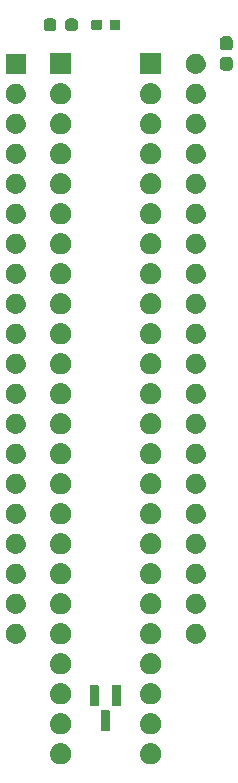
<source format=gbr>
G04 #@! TF.GenerationSoftware,KiCad,Pcbnew,7.0.11+dfsg-1build4*
G04 #@! TF.CreationDate,2024-11-28T15:01:58+09:00*
G04 #@! TF.ProjectId,bionic-tmp90c802,62696f6e-6963-42d7-946d-703930633830,6*
G04 #@! TF.SameCoordinates,Original*
G04 #@! TF.FileFunction,Soldermask,Top*
G04 #@! TF.FilePolarity,Negative*
%FSLAX46Y46*%
G04 Gerber Fmt 4.6, Leading zero omitted, Abs format (unit mm)*
G04 Created by KiCad (PCBNEW 7.0.11+dfsg-1build4) date 2024-11-28 15:01:58*
%MOMM*%
%LPD*%
G01*
G04 APERTURE LIST*
G04 APERTURE END LIST*
G36*
X109933983Y-132603936D02*
G01*
X109984180Y-132603936D01*
X110027524Y-132613149D01*
X110065659Y-132616905D01*
X110113566Y-132631437D01*
X110168424Y-132643098D01*
X110203530Y-132658728D01*
X110234566Y-132668143D01*
X110283884Y-132694504D01*
X110340500Y-132719711D01*
X110366822Y-132738835D01*
X110390232Y-132751348D01*
X110437988Y-132790540D01*
X110492887Y-132830427D01*
X110510711Y-132850223D01*
X110526675Y-132863324D01*
X110569572Y-132915594D01*
X110618924Y-132970405D01*
X110629292Y-132988363D01*
X110638651Y-132999767D01*
X110673273Y-133064542D01*
X110713104Y-133133530D01*
X110717685Y-133147630D01*
X110721856Y-133155433D01*
X110744852Y-133231242D01*
X110771311Y-133312672D01*
X110772242Y-133321532D01*
X110773094Y-133324340D01*
X110781384Y-133408513D01*
X110791000Y-133500000D01*
X110781383Y-133591494D01*
X110773094Y-133675659D01*
X110772242Y-133678466D01*
X110771311Y-133687328D01*
X110744848Y-133768771D01*
X110721856Y-133844566D01*
X110717686Y-133852366D01*
X110713104Y-133866470D01*
X110673266Y-133935470D01*
X110638651Y-134000232D01*
X110629294Y-134011633D01*
X110618924Y-134029595D01*
X110569563Y-134084415D01*
X110526675Y-134136675D01*
X110510714Y-134149773D01*
X110492887Y-134169573D01*
X110437977Y-134209467D01*
X110390232Y-134248651D01*
X110366827Y-134261161D01*
X110340500Y-134280289D01*
X110283873Y-134305500D01*
X110234566Y-134331856D01*
X110203537Y-134341268D01*
X110168424Y-134356902D01*
X110113555Y-134368564D01*
X110065659Y-134383094D01*
X110027532Y-134386849D01*
X109984180Y-134396064D01*
X109933973Y-134396064D01*
X109890000Y-134400395D01*
X109846027Y-134396064D01*
X109795820Y-134396064D01*
X109752467Y-134386849D01*
X109714340Y-134383094D01*
X109666441Y-134368563D01*
X109611576Y-134356902D01*
X109576464Y-134341269D01*
X109545433Y-134331856D01*
X109496120Y-134305498D01*
X109439500Y-134280289D01*
X109413175Y-134261163D01*
X109389767Y-134248651D01*
X109342013Y-134209460D01*
X109287113Y-134169573D01*
X109269287Y-134149776D01*
X109253324Y-134136675D01*
X109210425Y-134084402D01*
X109161076Y-134029595D01*
X109150708Y-134011637D01*
X109141348Y-134000232D01*
X109106719Y-133935447D01*
X109066896Y-133866470D01*
X109062315Y-133852371D01*
X109058143Y-133844566D01*
X109035136Y-133768725D01*
X109008689Y-133687328D01*
X109007758Y-133678471D01*
X109006905Y-133675659D01*
X108998600Y-133591342D01*
X108989000Y-133500000D01*
X108998599Y-133408664D01*
X109006905Y-133324340D01*
X109007758Y-133321527D01*
X109008689Y-133312672D01*
X109035132Y-133231288D01*
X109058143Y-133155433D01*
X109062315Y-133147626D01*
X109066896Y-133133530D01*
X109106712Y-133064565D01*
X109141348Y-132999767D01*
X109150710Y-132988359D01*
X109161076Y-132970405D01*
X109210416Y-132915607D01*
X109253324Y-132863324D01*
X109269291Y-132850219D01*
X109287113Y-132830427D01*
X109342002Y-132790546D01*
X109389767Y-132751348D01*
X109413180Y-132738833D01*
X109439500Y-132719711D01*
X109496109Y-132694506D01*
X109545433Y-132668143D01*
X109576471Y-132658727D01*
X109611576Y-132643098D01*
X109666430Y-132631438D01*
X109714340Y-132616905D01*
X109752476Y-132613148D01*
X109795820Y-132603936D01*
X109846016Y-132603936D01*
X109890000Y-132599604D01*
X109933983Y-132603936D01*
G37*
G36*
X117553983Y-132603936D02*
G01*
X117604180Y-132603936D01*
X117647524Y-132613149D01*
X117685659Y-132616905D01*
X117733566Y-132631437D01*
X117788424Y-132643098D01*
X117823530Y-132658728D01*
X117854566Y-132668143D01*
X117903884Y-132694504D01*
X117960500Y-132719711D01*
X117986822Y-132738835D01*
X118010232Y-132751348D01*
X118057988Y-132790540D01*
X118112887Y-132830427D01*
X118130711Y-132850223D01*
X118146675Y-132863324D01*
X118189572Y-132915594D01*
X118238924Y-132970405D01*
X118249292Y-132988363D01*
X118258651Y-132999767D01*
X118293273Y-133064542D01*
X118333104Y-133133530D01*
X118337685Y-133147630D01*
X118341856Y-133155433D01*
X118364852Y-133231242D01*
X118391311Y-133312672D01*
X118392242Y-133321532D01*
X118393094Y-133324340D01*
X118401384Y-133408513D01*
X118411000Y-133500000D01*
X118401383Y-133591494D01*
X118393094Y-133675659D01*
X118392242Y-133678466D01*
X118391311Y-133687328D01*
X118364848Y-133768771D01*
X118341856Y-133844566D01*
X118337686Y-133852366D01*
X118333104Y-133866470D01*
X118293266Y-133935470D01*
X118258651Y-134000232D01*
X118249294Y-134011633D01*
X118238924Y-134029595D01*
X118189563Y-134084415D01*
X118146675Y-134136675D01*
X118130714Y-134149773D01*
X118112887Y-134169573D01*
X118057977Y-134209467D01*
X118010232Y-134248651D01*
X117986827Y-134261161D01*
X117960500Y-134280289D01*
X117903873Y-134305500D01*
X117854566Y-134331856D01*
X117823537Y-134341268D01*
X117788424Y-134356902D01*
X117733555Y-134368564D01*
X117685659Y-134383094D01*
X117647532Y-134386849D01*
X117604180Y-134396064D01*
X117553973Y-134396064D01*
X117510000Y-134400395D01*
X117466027Y-134396064D01*
X117415820Y-134396064D01*
X117372467Y-134386849D01*
X117334340Y-134383094D01*
X117286441Y-134368563D01*
X117231576Y-134356902D01*
X117196464Y-134341269D01*
X117165433Y-134331856D01*
X117116120Y-134305498D01*
X117059500Y-134280289D01*
X117033175Y-134261163D01*
X117009767Y-134248651D01*
X116962013Y-134209460D01*
X116907113Y-134169573D01*
X116889287Y-134149776D01*
X116873324Y-134136675D01*
X116830425Y-134084402D01*
X116781076Y-134029595D01*
X116770708Y-134011637D01*
X116761348Y-134000232D01*
X116726719Y-133935447D01*
X116686896Y-133866470D01*
X116682315Y-133852371D01*
X116678143Y-133844566D01*
X116655136Y-133768725D01*
X116628689Y-133687328D01*
X116627758Y-133678471D01*
X116626905Y-133675659D01*
X116618600Y-133591342D01*
X116609000Y-133500000D01*
X116618599Y-133408664D01*
X116626905Y-133324340D01*
X116627758Y-133321527D01*
X116628689Y-133312672D01*
X116655132Y-133231288D01*
X116678143Y-133155433D01*
X116682315Y-133147626D01*
X116686896Y-133133530D01*
X116726712Y-133064565D01*
X116761348Y-132999767D01*
X116770710Y-132988359D01*
X116781076Y-132970405D01*
X116830416Y-132915607D01*
X116873324Y-132863324D01*
X116889291Y-132850219D01*
X116907113Y-132830427D01*
X116962002Y-132790546D01*
X117009767Y-132751348D01*
X117033180Y-132738833D01*
X117059500Y-132719711D01*
X117116109Y-132694506D01*
X117165433Y-132668143D01*
X117196471Y-132658727D01*
X117231576Y-132643098D01*
X117286430Y-132631438D01*
X117334340Y-132616905D01*
X117372476Y-132613148D01*
X117415820Y-132603936D01*
X117466016Y-132603936D01*
X117510000Y-132599604D01*
X117553983Y-132603936D01*
G37*
G36*
X109933983Y-130063936D02*
G01*
X109984180Y-130063936D01*
X110027524Y-130073149D01*
X110065659Y-130076905D01*
X110113566Y-130091437D01*
X110168424Y-130103098D01*
X110203530Y-130118728D01*
X110234566Y-130128143D01*
X110283884Y-130154504D01*
X110340500Y-130179711D01*
X110366822Y-130198835D01*
X110390232Y-130211348D01*
X110437988Y-130250540D01*
X110492887Y-130290427D01*
X110510711Y-130310223D01*
X110526675Y-130323324D01*
X110569572Y-130375594D01*
X110618924Y-130430405D01*
X110629292Y-130448363D01*
X110638651Y-130459767D01*
X110673273Y-130524542D01*
X110713104Y-130593530D01*
X110717685Y-130607630D01*
X110721856Y-130615433D01*
X110744852Y-130691242D01*
X110771311Y-130772672D01*
X110772242Y-130781532D01*
X110773094Y-130784340D01*
X110781384Y-130868513D01*
X110791000Y-130960000D01*
X110781383Y-131051494D01*
X110773094Y-131135659D01*
X110772242Y-131138466D01*
X110771311Y-131147328D01*
X110744848Y-131228771D01*
X110721856Y-131304566D01*
X110717686Y-131312366D01*
X110713104Y-131326470D01*
X110673266Y-131395470D01*
X110638651Y-131460232D01*
X110629294Y-131471633D01*
X110618924Y-131489595D01*
X110569563Y-131544415D01*
X110526675Y-131596675D01*
X110510714Y-131609773D01*
X110492887Y-131629573D01*
X110437977Y-131669467D01*
X110390232Y-131708651D01*
X110366827Y-131721161D01*
X110340500Y-131740289D01*
X110283873Y-131765500D01*
X110234566Y-131791856D01*
X110203537Y-131801268D01*
X110168424Y-131816902D01*
X110113555Y-131828564D01*
X110065659Y-131843094D01*
X110027532Y-131846849D01*
X109984180Y-131856064D01*
X109933973Y-131856064D01*
X109890000Y-131860395D01*
X109846027Y-131856064D01*
X109795820Y-131856064D01*
X109752467Y-131846849D01*
X109714340Y-131843094D01*
X109666441Y-131828563D01*
X109611576Y-131816902D01*
X109576464Y-131801269D01*
X109545433Y-131791856D01*
X109496120Y-131765498D01*
X109439500Y-131740289D01*
X109413175Y-131721163D01*
X109389767Y-131708651D01*
X109342013Y-131669460D01*
X109287113Y-131629573D01*
X109269287Y-131609776D01*
X109253324Y-131596675D01*
X109210425Y-131544402D01*
X109161076Y-131489595D01*
X109150708Y-131471637D01*
X109141348Y-131460232D01*
X109106719Y-131395447D01*
X109066896Y-131326470D01*
X109062315Y-131312371D01*
X109058143Y-131304566D01*
X109035136Y-131228725D01*
X109008689Y-131147328D01*
X109007758Y-131138471D01*
X109006905Y-131135659D01*
X108998600Y-131051342D01*
X108989000Y-130960000D01*
X108998599Y-130868664D01*
X109006905Y-130784340D01*
X109007758Y-130781527D01*
X109008689Y-130772672D01*
X109035132Y-130691288D01*
X109058143Y-130615433D01*
X109062315Y-130607626D01*
X109066896Y-130593530D01*
X109106712Y-130524565D01*
X109141348Y-130459767D01*
X109150710Y-130448359D01*
X109161076Y-130430405D01*
X109210416Y-130375607D01*
X109253324Y-130323324D01*
X109269291Y-130310219D01*
X109287113Y-130290427D01*
X109342002Y-130250546D01*
X109389767Y-130211348D01*
X109413180Y-130198833D01*
X109439500Y-130179711D01*
X109496109Y-130154506D01*
X109545433Y-130128143D01*
X109576471Y-130118727D01*
X109611576Y-130103098D01*
X109666430Y-130091438D01*
X109714340Y-130076905D01*
X109752476Y-130073148D01*
X109795820Y-130063936D01*
X109846016Y-130063936D01*
X109890000Y-130059604D01*
X109933983Y-130063936D01*
G37*
G36*
X117553983Y-130063936D02*
G01*
X117604180Y-130063936D01*
X117647524Y-130073149D01*
X117685659Y-130076905D01*
X117733566Y-130091437D01*
X117788424Y-130103098D01*
X117823530Y-130118728D01*
X117854566Y-130128143D01*
X117903884Y-130154504D01*
X117960500Y-130179711D01*
X117986822Y-130198835D01*
X118010232Y-130211348D01*
X118057988Y-130250540D01*
X118112887Y-130290427D01*
X118130711Y-130310223D01*
X118146675Y-130323324D01*
X118189572Y-130375594D01*
X118238924Y-130430405D01*
X118249292Y-130448363D01*
X118258651Y-130459767D01*
X118293273Y-130524542D01*
X118333104Y-130593530D01*
X118337685Y-130607630D01*
X118341856Y-130615433D01*
X118364852Y-130691242D01*
X118391311Y-130772672D01*
X118392242Y-130781532D01*
X118393094Y-130784340D01*
X118401384Y-130868513D01*
X118411000Y-130960000D01*
X118401383Y-131051494D01*
X118393094Y-131135659D01*
X118392242Y-131138466D01*
X118391311Y-131147328D01*
X118364848Y-131228771D01*
X118341856Y-131304566D01*
X118337686Y-131312366D01*
X118333104Y-131326470D01*
X118293266Y-131395470D01*
X118258651Y-131460232D01*
X118249294Y-131471633D01*
X118238924Y-131489595D01*
X118189563Y-131544415D01*
X118146675Y-131596675D01*
X118130714Y-131609773D01*
X118112887Y-131629573D01*
X118057977Y-131669467D01*
X118010232Y-131708651D01*
X117986827Y-131721161D01*
X117960500Y-131740289D01*
X117903873Y-131765500D01*
X117854566Y-131791856D01*
X117823537Y-131801268D01*
X117788424Y-131816902D01*
X117733555Y-131828564D01*
X117685659Y-131843094D01*
X117647532Y-131846849D01*
X117604180Y-131856064D01*
X117553973Y-131856064D01*
X117510000Y-131860395D01*
X117466027Y-131856064D01*
X117415820Y-131856064D01*
X117372467Y-131846849D01*
X117334340Y-131843094D01*
X117286441Y-131828563D01*
X117231576Y-131816902D01*
X117196464Y-131801269D01*
X117165433Y-131791856D01*
X117116120Y-131765498D01*
X117059500Y-131740289D01*
X117033175Y-131721163D01*
X117009767Y-131708651D01*
X116962013Y-131669460D01*
X116907113Y-131629573D01*
X116889287Y-131609776D01*
X116873324Y-131596675D01*
X116830425Y-131544402D01*
X116781076Y-131489595D01*
X116770708Y-131471637D01*
X116761348Y-131460232D01*
X116726719Y-131395447D01*
X116686896Y-131326470D01*
X116682315Y-131312371D01*
X116678143Y-131304566D01*
X116655136Y-131228725D01*
X116628689Y-131147328D01*
X116627758Y-131138471D01*
X116626905Y-131135659D01*
X116618600Y-131051342D01*
X116609000Y-130960000D01*
X116618599Y-130868664D01*
X116626905Y-130784340D01*
X116627758Y-130781527D01*
X116628689Y-130772672D01*
X116655132Y-130691288D01*
X116678143Y-130615433D01*
X116682315Y-130607626D01*
X116686896Y-130593530D01*
X116726712Y-130524565D01*
X116761348Y-130459767D01*
X116770710Y-130448359D01*
X116781076Y-130430405D01*
X116830416Y-130375607D01*
X116873324Y-130323324D01*
X116889291Y-130310219D01*
X116907113Y-130290427D01*
X116962002Y-130250546D01*
X117009767Y-130211348D01*
X117033180Y-130198833D01*
X117059500Y-130179711D01*
X117116109Y-130154506D01*
X117165433Y-130128143D01*
X117196471Y-130118727D01*
X117231576Y-130103098D01*
X117286430Y-130091438D01*
X117334340Y-130076905D01*
X117372476Y-130073148D01*
X117415820Y-130063936D01*
X117466016Y-130063936D01*
X117510000Y-130059604D01*
X117553983Y-130063936D01*
G37*
G36*
X114014116Y-129844482D02*
G01*
X114030661Y-129855538D01*
X114041717Y-129872083D01*
X114045599Y-129891600D01*
X114045599Y-131517200D01*
X114041717Y-131536717D01*
X114030661Y-131553262D01*
X114014116Y-131564318D01*
X113994599Y-131568200D01*
X113334199Y-131568200D01*
X113314682Y-131564318D01*
X113298137Y-131553262D01*
X113287081Y-131536717D01*
X113283199Y-131517200D01*
X113283199Y-129891600D01*
X113287081Y-129872083D01*
X113298137Y-129855538D01*
X113314682Y-129844482D01*
X113334199Y-129840600D01*
X113994599Y-129840600D01*
X114014116Y-129844482D01*
G37*
G36*
X113064115Y-127712482D02*
G01*
X113080660Y-127723538D01*
X113091716Y-127740083D01*
X113095598Y-127759600D01*
X113095598Y-129385200D01*
X113091716Y-129404717D01*
X113080660Y-129421262D01*
X113064115Y-129432318D01*
X113044598Y-129436200D01*
X112384198Y-129436200D01*
X112364681Y-129432318D01*
X112348136Y-129421262D01*
X112337080Y-129404717D01*
X112333198Y-129385200D01*
X112333198Y-127759600D01*
X112337080Y-127740083D01*
X112348136Y-127723538D01*
X112364681Y-127712482D01*
X112384198Y-127708600D01*
X113044598Y-127708600D01*
X113064115Y-127712482D01*
G37*
G36*
X114964117Y-127712482D02*
G01*
X114980662Y-127723538D01*
X114991718Y-127740083D01*
X114995600Y-127759600D01*
X114995600Y-129385200D01*
X114991718Y-129404717D01*
X114980662Y-129421262D01*
X114964117Y-129432318D01*
X114944600Y-129436200D01*
X114284200Y-129436200D01*
X114264683Y-129432318D01*
X114248138Y-129421262D01*
X114237082Y-129404717D01*
X114233200Y-129385200D01*
X114233200Y-127759600D01*
X114237082Y-127740083D01*
X114248138Y-127723538D01*
X114264683Y-127712482D01*
X114284200Y-127708600D01*
X114944600Y-127708600D01*
X114964117Y-127712482D01*
G37*
G36*
X109933983Y-127523936D02*
G01*
X109984180Y-127523936D01*
X110027524Y-127533149D01*
X110065659Y-127536905D01*
X110113566Y-127551437D01*
X110168424Y-127563098D01*
X110203530Y-127578728D01*
X110234566Y-127588143D01*
X110283884Y-127614504D01*
X110340500Y-127639711D01*
X110366822Y-127658835D01*
X110390232Y-127671348D01*
X110437988Y-127710540D01*
X110492887Y-127750427D01*
X110510711Y-127770223D01*
X110526675Y-127783324D01*
X110569572Y-127835594D01*
X110618924Y-127890405D01*
X110629292Y-127908363D01*
X110638651Y-127919767D01*
X110673273Y-127984542D01*
X110713104Y-128053530D01*
X110717685Y-128067630D01*
X110721856Y-128075433D01*
X110744852Y-128151242D01*
X110771311Y-128232672D01*
X110772242Y-128241532D01*
X110773094Y-128244340D01*
X110781384Y-128328513D01*
X110791000Y-128420000D01*
X110781383Y-128511494D01*
X110773094Y-128595659D01*
X110772242Y-128598466D01*
X110771311Y-128607328D01*
X110744848Y-128688771D01*
X110721856Y-128764566D01*
X110717686Y-128772366D01*
X110713104Y-128786470D01*
X110673266Y-128855470D01*
X110638651Y-128920232D01*
X110629294Y-128931633D01*
X110618924Y-128949595D01*
X110569563Y-129004415D01*
X110526675Y-129056675D01*
X110510714Y-129069773D01*
X110492887Y-129089573D01*
X110437977Y-129129467D01*
X110390232Y-129168651D01*
X110366827Y-129181161D01*
X110340500Y-129200289D01*
X110283873Y-129225500D01*
X110234566Y-129251856D01*
X110203537Y-129261268D01*
X110168424Y-129276902D01*
X110113555Y-129288564D01*
X110065659Y-129303094D01*
X110027532Y-129306849D01*
X109984180Y-129316064D01*
X109933973Y-129316064D01*
X109890000Y-129320395D01*
X109846027Y-129316064D01*
X109795820Y-129316064D01*
X109752467Y-129306849D01*
X109714340Y-129303094D01*
X109666441Y-129288563D01*
X109611576Y-129276902D01*
X109576464Y-129261269D01*
X109545433Y-129251856D01*
X109496120Y-129225498D01*
X109439500Y-129200289D01*
X109413175Y-129181163D01*
X109389767Y-129168651D01*
X109342013Y-129129460D01*
X109287113Y-129089573D01*
X109269287Y-129069776D01*
X109253324Y-129056675D01*
X109210425Y-129004402D01*
X109161076Y-128949595D01*
X109150708Y-128931637D01*
X109141348Y-128920232D01*
X109106719Y-128855447D01*
X109066896Y-128786470D01*
X109062315Y-128772371D01*
X109058143Y-128764566D01*
X109035136Y-128688725D01*
X109008689Y-128607328D01*
X109007758Y-128598471D01*
X109006905Y-128595659D01*
X108998600Y-128511342D01*
X108989000Y-128420000D01*
X108998599Y-128328664D01*
X109006905Y-128244340D01*
X109007758Y-128241527D01*
X109008689Y-128232672D01*
X109035132Y-128151288D01*
X109058143Y-128075433D01*
X109062315Y-128067626D01*
X109066896Y-128053530D01*
X109106712Y-127984565D01*
X109141348Y-127919767D01*
X109150710Y-127908359D01*
X109161076Y-127890405D01*
X109210416Y-127835607D01*
X109253324Y-127783324D01*
X109269291Y-127770219D01*
X109287113Y-127750427D01*
X109342002Y-127710546D01*
X109389767Y-127671348D01*
X109413180Y-127658833D01*
X109439500Y-127639711D01*
X109496109Y-127614506D01*
X109545433Y-127588143D01*
X109576471Y-127578727D01*
X109611576Y-127563098D01*
X109666430Y-127551438D01*
X109714340Y-127536905D01*
X109752476Y-127533148D01*
X109795820Y-127523936D01*
X109846016Y-127523936D01*
X109890000Y-127519604D01*
X109933983Y-127523936D01*
G37*
G36*
X117553983Y-127523936D02*
G01*
X117604180Y-127523936D01*
X117647524Y-127533149D01*
X117685659Y-127536905D01*
X117733566Y-127551437D01*
X117788424Y-127563098D01*
X117823530Y-127578728D01*
X117854566Y-127588143D01*
X117903884Y-127614504D01*
X117960500Y-127639711D01*
X117986822Y-127658835D01*
X118010232Y-127671348D01*
X118057988Y-127710540D01*
X118112887Y-127750427D01*
X118130711Y-127770223D01*
X118146675Y-127783324D01*
X118189572Y-127835594D01*
X118238924Y-127890405D01*
X118249292Y-127908363D01*
X118258651Y-127919767D01*
X118293273Y-127984542D01*
X118333104Y-128053530D01*
X118337685Y-128067630D01*
X118341856Y-128075433D01*
X118364852Y-128151242D01*
X118391311Y-128232672D01*
X118392242Y-128241532D01*
X118393094Y-128244340D01*
X118401384Y-128328513D01*
X118411000Y-128420000D01*
X118401383Y-128511494D01*
X118393094Y-128595659D01*
X118392242Y-128598466D01*
X118391311Y-128607328D01*
X118364848Y-128688771D01*
X118341856Y-128764566D01*
X118337686Y-128772366D01*
X118333104Y-128786470D01*
X118293266Y-128855470D01*
X118258651Y-128920232D01*
X118249294Y-128931633D01*
X118238924Y-128949595D01*
X118189563Y-129004415D01*
X118146675Y-129056675D01*
X118130714Y-129069773D01*
X118112887Y-129089573D01*
X118057977Y-129129467D01*
X118010232Y-129168651D01*
X117986827Y-129181161D01*
X117960500Y-129200289D01*
X117903873Y-129225500D01*
X117854566Y-129251856D01*
X117823537Y-129261268D01*
X117788424Y-129276902D01*
X117733555Y-129288564D01*
X117685659Y-129303094D01*
X117647532Y-129306849D01*
X117604180Y-129316064D01*
X117553973Y-129316064D01*
X117510000Y-129320395D01*
X117466027Y-129316064D01*
X117415820Y-129316064D01*
X117372467Y-129306849D01*
X117334340Y-129303094D01*
X117286441Y-129288563D01*
X117231576Y-129276902D01*
X117196464Y-129261269D01*
X117165433Y-129251856D01*
X117116120Y-129225498D01*
X117059500Y-129200289D01*
X117033175Y-129181163D01*
X117009767Y-129168651D01*
X116962013Y-129129460D01*
X116907113Y-129089573D01*
X116889287Y-129069776D01*
X116873324Y-129056675D01*
X116830425Y-129004402D01*
X116781076Y-128949595D01*
X116770708Y-128931637D01*
X116761348Y-128920232D01*
X116726719Y-128855447D01*
X116686896Y-128786470D01*
X116682315Y-128772371D01*
X116678143Y-128764566D01*
X116655136Y-128688725D01*
X116628689Y-128607328D01*
X116627758Y-128598471D01*
X116626905Y-128595659D01*
X116618600Y-128511342D01*
X116609000Y-128420000D01*
X116618599Y-128328664D01*
X116626905Y-128244340D01*
X116627758Y-128241527D01*
X116628689Y-128232672D01*
X116655132Y-128151288D01*
X116678143Y-128075433D01*
X116682315Y-128067626D01*
X116686896Y-128053530D01*
X116726712Y-127984565D01*
X116761348Y-127919767D01*
X116770710Y-127908359D01*
X116781076Y-127890405D01*
X116830416Y-127835607D01*
X116873324Y-127783324D01*
X116889291Y-127770219D01*
X116907113Y-127750427D01*
X116962002Y-127710546D01*
X117009767Y-127671348D01*
X117033180Y-127658833D01*
X117059500Y-127639711D01*
X117116109Y-127614506D01*
X117165433Y-127588143D01*
X117196471Y-127578727D01*
X117231576Y-127563098D01*
X117286430Y-127551438D01*
X117334340Y-127536905D01*
X117372476Y-127533148D01*
X117415820Y-127523936D01*
X117466016Y-127523936D01*
X117510000Y-127519604D01*
X117553983Y-127523936D01*
G37*
G36*
X109933983Y-124983936D02*
G01*
X109984180Y-124983936D01*
X110027524Y-124993149D01*
X110065659Y-124996905D01*
X110113566Y-125011437D01*
X110168424Y-125023098D01*
X110203530Y-125038728D01*
X110234566Y-125048143D01*
X110283884Y-125074504D01*
X110340500Y-125099711D01*
X110366822Y-125118835D01*
X110390232Y-125131348D01*
X110437988Y-125170540D01*
X110492887Y-125210427D01*
X110510711Y-125230223D01*
X110526675Y-125243324D01*
X110569572Y-125295594D01*
X110618924Y-125350405D01*
X110629292Y-125368363D01*
X110638651Y-125379767D01*
X110673273Y-125444542D01*
X110713104Y-125513530D01*
X110717685Y-125527630D01*
X110721856Y-125535433D01*
X110744852Y-125611242D01*
X110771311Y-125692672D01*
X110772242Y-125701532D01*
X110773094Y-125704340D01*
X110781384Y-125788513D01*
X110791000Y-125880000D01*
X110781383Y-125971494D01*
X110773094Y-126055659D01*
X110772242Y-126058466D01*
X110771311Y-126067328D01*
X110744848Y-126148771D01*
X110721856Y-126224566D01*
X110717686Y-126232366D01*
X110713104Y-126246470D01*
X110673266Y-126315470D01*
X110638651Y-126380232D01*
X110629294Y-126391633D01*
X110618924Y-126409595D01*
X110569563Y-126464415D01*
X110526675Y-126516675D01*
X110510714Y-126529773D01*
X110492887Y-126549573D01*
X110437977Y-126589467D01*
X110390232Y-126628651D01*
X110366827Y-126641161D01*
X110340500Y-126660289D01*
X110283873Y-126685500D01*
X110234566Y-126711856D01*
X110203537Y-126721268D01*
X110168424Y-126736902D01*
X110113555Y-126748564D01*
X110065659Y-126763094D01*
X110027532Y-126766849D01*
X109984180Y-126776064D01*
X109933973Y-126776064D01*
X109890000Y-126780395D01*
X109846027Y-126776064D01*
X109795820Y-126776064D01*
X109752467Y-126766849D01*
X109714340Y-126763094D01*
X109666441Y-126748563D01*
X109611576Y-126736902D01*
X109576464Y-126721269D01*
X109545433Y-126711856D01*
X109496120Y-126685498D01*
X109439500Y-126660289D01*
X109413175Y-126641163D01*
X109389767Y-126628651D01*
X109342013Y-126589460D01*
X109287113Y-126549573D01*
X109269287Y-126529776D01*
X109253324Y-126516675D01*
X109210425Y-126464402D01*
X109161076Y-126409595D01*
X109150708Y-126391637D01*
X109141348Y-126380232D01*
X109106719Y-126315447D01*
X109066896Y-126246470D01*
X109062315Y-126232371D01*
X109058143Y-126224566D01*
X109035136Y-126148725D01*
X109008689Y-126067328D01*
X109007758Y-126058471D01*
X109006905Y-126055659D01*
X108998600Y-125971342D01*
X108989000Y-125880000D01*
X108998599Y-125788664D01*
X109006905Y-125704340D01*
X109007758Y-125701527D01*
X109008689Y-125692672D01*
X109035132Y-125611288D01*
X109058143Y-125535433D01*
X109062315Y-125527626D01*
X109066896Y-125513530D01*
X109106712Y-125444565D01*
X109141348Y-125379767D01*
X109150710Y-125368359D01*
X109161076Y-125350405D01*
X109210416Y-125295607D01*
X109253324Y-125243324D01*
X109269291Y-125230219D01*
X109287113Y-125210427D01*
X109342002Y-125170546D01*
X109389767Y-125131348D01*
X109413180Y-125118833D01*
X109439500Y-125099711D01*
X109496109Y-125074506D01*
X109545433Y-125048143D01*
X109576471Y-125038727D01*
X109611576Y-125023098D01*
X109666430Y-125011438D01*
X109714340Y-124996905D01*
X109752476Y-124993148D01*
X109795820Y-124983936D01*
X109846016Y-124983936D01*
X109890000Y-124979604D01*
X109933983Y-124983936D01*
G37*
G36*
X117553983Y-124983936D02*
G01*
X117604180Y-124983936D01*
X117647524Y-124993149D01*
X117685659Y-124996905D01*
X117733566Y-125011437D01*
X117788424Y-125023098D01*
X117823530Y-125038728D01*
X117854566Y-125048143D01*
X117903884Y-125074504D01*
X117960500Y-125099711D01*
X117986822Y-125118835D01*
X118010232Y-125131348D01*
X118057988Y-125170540D01*
X118112887Y-125210427D01*
X118130711Y-125230223D01*
X118146675Y-125243324D01*
X118189572Y-125295594D01*
X118238924Y-125350405D01*
X118249292Y-125368363D01*
X118258651Y-125379767D01*
X118293273Y-125444542D01*
X118333104Y-125513530D01*
X118337685Y-125527630D01*
X118341856Y-125535433D01*
X118364852Y-125611242D01*
X118391311Y-125692672D01*
X118392242Y-125701532D01*
X118393094Y-125704340D01*
X118401384Y-125788513D01*
X118411000Y-125880000D01*
X118401383Y-125971494D01*
X118393094Y-126055659D01*
X118392242Y-126058466D01*
X118391311Y-126067328D01*
X118364848Y-126148771D01*
X118341856Y-126224566D01*
X118337686Y-126232366D01*
X118333104Y-126246470D01*
X118293266Y-126315470D01*
X118258651Y-126380232D01*
X118249294Y-126391633D01*
X118238924Y-126409595D01*
X118189563Y-126464415D01*
X118146675Y-126516675D01*
X118130714Y-126529773D01*
X118112887Y-126549573D01*
X118057977Y-126589467D01*
X118010232Y-126628651D01*
X117986827Y-126641161D01*
X117960500Y-126660289D01*
X117903873Y-126685500D01*
X117854566Y-126711856D01*
X117823537Y-126721268D01*
X117788424Y-126736902D01*
X117733555Y-126748564D01*
X117685659Y-126763094D01*
X117647532Y-126766849D01*
X117604180Y-126776064D01*
X117553973Y-126776064D01*
X117510000Y-126780395D01*
X117466027Y-126776064D01*
X117415820Y-126776064D01*
X117372467Y-126766849D01*
X117334340Y-126763094D01*
X117286441Y-126748563D01*
X117231576Y-126736902D01*
X117196464Y-126721269D01*
X117165433Y-126711856D01*
X117116120Y-126685498D01*
X117059500Y-126660289D01*
X117033175Y-126641163D01*
X117009767Y-126628651D01*
X116962013Y-126589460D01*
X116907113Y-126549573D01*
X116889287Y-126529776D01*
X116873324Y-126516675D01*
X116830425Y-126464402D01*
X116781076Y-126409595D01*
X116770708Y-126391637D01*
X116761348Y-126380232D01*
X116726719Y-126315447D01*
X116686896Y-126246470D01*
X116682315Y-126232371D01*
X116678143Y-126224566D01*
X116655136Y-126148725D01*
X116628689Y-126067328D01*
X116627758Y-126058471D01*
X116626905Y-126055659D01*
X116618600Y-125971342D01*
X116609000Y-125880000D01*
X116618599Y-125788664D01*
X116626905Y-125704340D01*
X116627758Y-125701527D01*
X116628689Y-125692672D01*
X116655132Y-125611288D01*
X116678143Y-125535433D01*
X116682315Y-125527626D01*
X116686896Y-125513530D01*
X116726712Y-125444565D01*
X116761348Y-125379767D01*
X116770710Y-125368359D01*
X116781076Y-125350405D01*
X116830416Y-125295607D01*
X116873324Y-125243324D01*
X116889291Y-125230219D01*
X116907113Y-125210427D01*
X116962002Y-125170546D01*
X117009767Y-125131348D01*
X117033180Y-125118833D01*
X117059500Y-125099711D01*
X117116109Y-125074506D01*
X117165433Y-125048143D01*
X117196471Y-125038727D01*
X117231576Y-125023098D01*
X117286430Y-125011438D01*
X117334340Y-124996905D01*
X117372476Y-124993148D01*
X117415820Y-124983936D01*
X117466016Y-124983936D01*
X117510000Y-124979604D01*
X117553983Y-124983936D01*
G37*
G36*
X109933983Y-122443936D02*
G01*
X109984180Y-122443936D01*
X110027524Y-122453149D01*
X110065659Y-122456905D01*
X110113566Y-122471437D01*
X110168424Y-122483098D01*
X110203530Y-122498728D01*
X110234566Y-122508143D01*
X110283884Y-122534504D01*
X110340500Y-122559711D01*
X110366822Y-122578835D01*
X110390232Y-122591348D01*
X110437988Y-122630540D01*
X110492887Y-122670427D01*
X110510711Y-122690223D01*
X110526675Y-122703324D01*
X110569572Y-122755594D01*
X110618924Y-122810405D01*
X110629292Y-122828363D01*
X110638651Y-122839767D01*
X110673273Y-122904542D01*
X110713104Y-122973530D01*
X110717685Y-122987630D01*
X110721856Y-122995433D01*
X110744852Y-123071242D01*
X110771311Y-123152672D01*
X110772242Y-123161532D01*
X110773094Y-123164340D01*
X110781384Y-123248513D01*
X110791000Y-123340000D01*
X110781383Y-123431494D01*
X110773094Y-123515659D01*
X110772242Y-123518466D01*
X110771311Y-123527328D01*
X110744848Y-123608771D01*
X110721856Y-123684566D01*
X110717686Y-123692366D01*
X110713104Y-123706470D01*
X110673266Y-123775470D01*
X110638651Y-123840232D01*
X110629294Y-123851633D01*
X110618924Y-123869595D01*
X110569563Y-123924415D01*
X110526675Y-123976675D01*
X110510714Y-123989773D01*
X110492887Y-124009573D01*
X110437977Y-124049467D01*
X110390232Y-124088651D01*
X110366827Y-124101161D01*
X110340500Y-124120289D01*
X110283873Y-124145500D01*
X110234566Y-124171856D01*
X110203537Y-124181268D01*
X110168424Y-124196902D01*
X110113555Y-124208564D01*
X110065659Y-124223094D01*
X110027532Y-124226849D01*
X109984180Y-124236064D01*
X109933973Y-124236064D01*
X109890000Y-124240395D01*
X109846027Y-124236064D01*
X109795820Y-124236064D01*
X109752467Y-124226849D01*
X109714340Y-124223094D01*
X109666441Y-124208563D01*
X109611576Y-124196902D01*
X109576464Y-124181269D01*
X109545433Y-124171856D01*
X109496120Y-124145498D01*
X109439500Y-124120289D01*
X109413175Y-124101163D01*
X109389767Y-124088651D01*
X109342013Y-124049460D01*
X109287113Y-124009573D01*
X109269287Y-123989776D01*
X109253324Y-123976675D01*
X109210425Y-123924402D01*
X109161076Y-123869595D01*
X109150708Y-123851637D01*
X109141348Y-123840232D01*
X109106719Y-123775447D01*
X109066896Y-123706470D01*
X109062315Y-123692371D01*
X109058143Y-123684566D01*
X109035136Y-123608725D01*
X109008689Y-123527328D01*
X109007758Y-123518471D01*
X109006905Y-123515659D01*
X108998600Y-123431342D01*
X108989000Y-123340000D01*
X108998599Y-123248664D01*
X109006905Y-123164340D01*
X109007758Y-123161527D01*
X109008689Y-123152672D01*
X109035132Y-123071288D01*
X109058143Y-122995433D01*
X109062315Y-122987626D01*
X109066896Y-122973530D01*
X109106712Y-122904565D01*
X109141348Y-122839767D01*
X109150710Y-122828359D01*
X109161076Y-122810405D01*
X109210416Y-122755607D01*
X109253324Y-122703324D01*
X109269291Y-122690219D01*
X109287113Y-122670427D01*
X109342002Y-122630546D01*
X109389767Y-122591348D01*
X109413180Y-122578833D01*
X109439500Y-122559711D01*
X109496109Y-122534506D01*
X109545433Y-122508143D01*
X109576471Y-122498727D01*
X109611576Y-122483098D01*
X109666430Y-122471438D01*
X109714340Y-122456905D01*
X109752476Y-122453148D01*
X109795820Y-122443936D01*
X109846016Y-122443936D01*
X109890000Y-122439604D01*
X109933983Y-122443936D01*
G37*
G36*
X117553983Y-122443936D02*
G01*
X117604180Y-122443936D01*
X117647524Y-122453149D01*
X117685659Y-122456905D01*
X117733566Y-122471437D01*
X117788424Y-122483098D01*
X117823530Y-122498728D01*
X117854566Y-122508143D01*
X117903884Y-122534504D01*
X117960500Y-122559711D01*
X117986822Y-122578835D01*
X118010232Y-122591348D01*
X118057988Y-122630540D01*
X118112887Y-122670427D01*
X118130711Y-122690223D01*
X118146675Y-122703324D01*
X118189572Y-122755594D01*
X118238924Y-122810405D01*
X118249292Y-122828363D01*
X118258651Y-122839767D01*
X118293273Y-122904542D01*
X118333104Y-122973530D01*
X118337685Y-122987630D01*
X118341856Y-122995433D01*
X118364852Y-123071242D01*
X118391311Y-123152672D01*
X118392242Y-123161532D01*
X118393094Y-123164340D01*
X118401384Y-123248513D01*
X118411000Y-123340000D01*
X118401383Y-123431494D01*
X118393094Y-123515659D01*
X118392242Y-123518466D01*
X118391311Y-123527328D01*
X118364848Y-123608771D01*
X118341856Y-123684566D01*
X118337686Y-123692366D01*
X118333104Y-123706470D01*
X118293266Y-123775470D01*
X118258651Y-123840232D01*
X118249294Y-123851633D01*
X118238924Y-123869595D01*
X118189563Y-123924415D01*
X118146675Y-123976675D01*
X118130714Y-123989773D01*
X118112887Y-124009573D01*
X118057977Y-124049467D01*
X118010232Y-124088651D01*
X117986827Y-124101161D01*
X117960500Y-124120289D01*
X117903873Y-124145500D01*
X117854566Y-124171856D01*
X117823537Y-124181268D01*
X117788424Y-124196902D01*
X117733555Y-124208564D01*
X117685659Y-124223094D01*
X117647532Y-124226849D01*
X117604180Y-124236064D01*
X117553973Y-124236064D01*
X117510000Y-124240395D01*
X117466027Y-124236064D01*
X117415820Y-124236064D01*
X117372467Y-124226849D01*
X117334340Y-124223094D01*
X117286441Y-124208563D01*
X117231576Y-124196902D01*
X117196464Y-124181269D01*
X117165433Y-124171856D01*
X117116120Y-124145498D01*
X117059500Y-124120289D01*
X117033175Y-124101163D01*
X117009767Y-124088651D01*
X116962013Y-124049460D01*
X116907113Y-124009573D01*
X116889287Y-123989776D01*
X116873324Y-123976675D01*
X116830425Y-123924402D01*
X116781076Y-123869595D01*
X116770708Y-123851637D01*
X116761348Y-123840232D01*
X116726719Y-123775447D01*
X116686896Y-123706470D01*
X116682315Y-123692371D01*
X116678143Y-123684566D01*
X116655136Y-123608725D01*
X116628689Y-123527328D01*
X116627758Y-123518471D01*
X116626905Y-123515659D01*
X116618600Y-123431342D01*
X116609000Y-123340000D01*
X116618599Y-123248664D01*
X116626905Y-123164340D01*
X116627758Y-123161527D01*
X116628689Y-123152672D01*
X116655132Y-123071288D01*
X116678143Y-122995433D01*
X116682315Y-122987626D01*
X116686896Y-122973530D01*
X116726712Y-122904565D01*
X116761348Y-122839767D01*
X116770710Y-122828359D01*
X116781076Y-122810405D01*
X116830416Y-122755607D01*
X116873324Y-122703324D01*
X116889291Y-122690219D01*
X116907113Y-122670427D01*
X116962002Y-122630546D01*
X117009767Y-122591348D01*
X117033180Y-122578833D01*
X117059500Y-122559711D01*
X117116109Y-122534506D01*
X117165433Y-122508143D01*
X117196471Y-122498727D01*
X117231576Y-122483098D01*
X117286430Y-122471438D01*
X117334340Y-122456905D01*
X117372476Y-122453148D01*
X117415820Y-122443936D01*
X117466016Y-122443936D01*
X117510000Y-122439604D01*
X117553983Y-122443936D01*
G37*
G36*
X106121199Y-122493662D02*
G01*
X106168954Y-122493662D01*
X106210194Y-122502427D01*
X106245901Y-122505945D01*
X106290759Y-122519552D01*
X106342973Y-122530651D01*
X106376384Y-122545526D01*
X106405435Y-122554339D01*
X106451602Y-122579015D01*
X106505500Y-122603012D01*
X106530554Y-122621215D01*
X106552453Y-122632920D01*
X106597128Y-122669584D01*
X106649430Y-122707584D01*
X106666411Y-122726443D01*
X106681320Y-122738679D01*
X106721387Y-122787501D01*
X106768473Y-122839795D01*
X106778364Y-122856927D01*
X106787079Y-122867546D01*
X106819306Y-122927840D01*
X106857427Y-122993867D01*
X106861813Y-123007368D01*
X106865660Y-123014564D01*
X106886861Y-123084455D01*
X106912404Y-123163067D01*
X106913303Y-123171623D01*
X106914054Y-123174098D01*
X106921371Y-123248389D01*
X106931000Y-123340000D01*
X106921370Y-123431619D01*
X106914054Y-123505901D01*
X106913303Y-123508375D01*
X106912404Y-123516933D01*
X106886856Y-123595558D01*
X106865660Y-123665435D01*
X106861814Y-123672629D01*
X106857427Y-123686133D01*
X106819299Y-123752172D01*
X106787079Y-123812453D01*
X106778366Y-123823069D01*
X106768473Y-123840205D01*
X106721378Y-123892509D01*
X106681320Y-123941320D01*
X106666414Y-123953552D01*
X106649430Y-123972416D01*
X106597118Y-124010423D01*
X106552453Y-124047079D01*
X106530559Y-124058780D01*
X106505500Y-124076988D01*
X106451591Y-124100989D01*
X106405435Y-124125660D01*
X106376391Y-124134470D01*
X106342973Y-124149349D01*
X106290748Y-124160449D01*
X106245901Y-124174054D01*
X106210203Y-124177570D01*
X106168954Y-124186338D01*
X106121188Y-124186338D01*
X106080000Y-124190395D01*
X106038811Y-124186338D01*
X105991046Y-124186338D01*
X105949797Y-124177570D01*
X105914098Y-124174054D01*
X105869248Y-124160448D01*
X105817027Y-124149349D01*
X105783610Y-124134471D01*
X105754564Y-124125660D01*
X105708402Y-124100986D01*
X105654500Y-124076988D01*
X105629443Y-124058783D01*
X105607546Y-124047079D01*
X105562873Y-124010416D01*
X105510570Y-123972416D01*
X105493588Y-123953555D01*
X105478679Y-123941320D01*
X105438610Y-123892496D01*
X105391527Y-123840205D01*
X105381636Y-123823073D01*
X105372920Y-123812453D01*
X105340687Y-123752148D01*
X105302573Y-123686133D01*
X105298186Y-123672634D01*
X105294339Y-123665435D01*
X105273128Y-123595512D01*
X105247596Y-123516933D01*
X105246697Y-123508380D01*
X105245945Y-123505901D01*
X105238613Y-123431467D01*
X105229000Y-123340000D01*
X105238612Y-123248540D01*
X105245945Y-123174098D01*
X105246697Y-123171618D01*
X105247596Y-123163067D01*
X105273123Y-123084502D01*
X105294339Y-123014564D01*
X105298187Y-123007363D01*
X105302573Y-122993867D01*
X105340680Y-122927863D01*
X105372920Y-122867546D01*
X105381638Y-122856923D01*
X105391527Y-122839795D01*
X105438601Y-122787513D01*
X105478679Y-122738679D01*
X105493591Y-122726440D01*
X105510570Y-122707584D01*
X105562862Y-122669591D01*
X105607546Y-122632920D01*
X105629448Y-122621213D01*
X105654500Y-122603012D01*
X105708391Y-122579018D01*
X105754564Y-122554339D01*
X105783617Y-122545525D01*
X105817027Y-122530651D01*
X105869237Y-122519553D01*
X105914098Y-122505945D01*
X105949806Y-122502427D01*
X105991046Y-122493662D01*
X106038801Y-122493662D01*
X106080000Y-122489604D01*
X106121199Y-122493662D01*
G37*
G36*
X121361199Y-122493662D02*
G01*
X121408954Y-122493662D01*
X121450194Y-122502427D01*
X121485901Y-122505945D01*
X121530759Y-122519552D01*
X121582973Y-122530651D01*
X121616384Y-122545526D01*
X121645435Y-122554339D01*
X121691602Y-122579015D01*
X121745500Y-122603012D01*
X121770554Y-122621215D01*
X121792453Y-122632920D01*
X121837128Y-122669584D01*
X121889430Y-122707584D01*
X121906411Y-122726443D01*
X121921320Y-122738679D01*
X121961387Y-122787501D01*
X122008473Y-122839795D01*
X122018364Y-122856927D01*
X122027079Y-122867546D01*
X122059306Y-122927840D01*
X122097427Y-122993867D01*
X122101813Y-123007368D01*
X122105660Y-123014564D01*
X122126861Y-123084455D01*
X122152404Y-123163067D01*
X122153303Y-123171623D01*
X122154054Y-123174098D01*
X122161371Y-123248389D01*
X122171000Y-123340000D01*
X122161370Y-123431619D01*
X122154054Y-123505901D01*
X122153303Y-123508375D01*
X122152404Y-123516933D01*
X122126856Y-123595558D01*
X122105660Y-123665435D01*
X122101814Y-123672629D01*
X122097427Y-123686133D01*
X122059299Y-123752172D01*
X122027079Y-123812453D01*
X122018366Y-123823069D01*
X122008473Y-123840205D01*
X121961378Y-123892509D01*
X121921320Y-123941320D01*
X121906414Y-123953552D01*
X121889430Y-123972416D01*
X121837118Y-124010423D01*
X121792453Y-124047079D01*
X121770559Y-124058780D01*
X121745500Y-124076988D01*
X121691591Y-124100989D01*
X121645435Y-124125660D01*
X121616391Y-124134470D01*
X121582973Y-124149349D01*
X121530748Y-124160449D01*
X121485901Y-124174054D01*
X121450203Y-124177570D01*
X121408954Y-124186338D01*
X121361188Y-124186338D01*
X121320000Y-124190395D01*
X121278811Y-124186338D01*
X121231046Y-124186338D01*
X121189797Y-124177570D01*
X121154098Y-124174054D01*
X121109248Y-124160448D01*
X121057027Y-124149349D01*
X121023610Y-124134471D01*
X120994564Y-124125660D01*
X120948402Y-124100986D01*
X120894500Y-124076988D01*
X120869443Y-124058783D01*
X120847546Y-124047079D01*
X120802873Y-124010416D01*
X120750570Y-123972416D01*
X120733588Y-123953555D01*
X120718679Y-123941320D01*
X120678610Y-123892496D01*
X120631527Y-123840205D01*
X120621636Y-123823073D01*
X120612920Y-123812453D01*
X120580687Y-123752148D01*
X120542573Y-123686133D01*
X120538186Y-123672634D01*
X120534339Y-123665435D01*
X120513128Y-123595512D01*
X120487596Y-123516933D01*
X120486697Y-123508380D01*
X120485945Y-123505901D01*
X120478613Y-123431467D01*
X120469000Y-123340000D01*
X120478612Y-123248540D01*
X120485945Y-123174098D01*
X120486697Y-123171618D01*
X120487596Y-123163067D01*
X120513123Y-123084502D01*
X120534339Y-123014564D01*
X120538187Y-123007363D01*
X120542573Y-122993867D01*
X120580680Y-122927863D01*
X120612920Y-122867546D01*
X120621638Y-122856923D01*
X120631527Y-122839795D01*
X120678601Y-122787513D01*
X120718679Y-122738679D01*
X120733591Y-122726440D01*
X120750570Y-122707584D01*
X120802862Y-122669591D01*
X120847546Y-122632920D01*
X120869448Y-122621213D01*
X120894500Y-122603012D01*
X120948391Y-122579018D01*
X120994564Y-122554339D01*
X121023617Y-122545525D01*
X121057027Y-122530651D01*
X121109237Y-122519553D01*
X121154098Y-122505945D01*
X121189806Y-122502427D01*
X121231046Y-122493662D01*
X121278801Y-122493662D01*
X121320000Y-122489604D01*
X121361199Y-122493662D01*
G37*
G36*
X109933983Y-119903936D02*
G01*
X109984180Y-119903936D01*
X110027524Y-119913149D01*
X110065659Y-119916905D01*
X110113566Y-119931437D01*
X110168424Y-119943098D01*
X110203530Y-119958728D01*
X110234566Y-119968143D01*
X110283884Y-119994504D01*
X110340500Y-120019711D01*
X110366822Y-120038835D01*
X110390232Y-120051348D01*
X110437988Y-120090540D01*
X110492887Y-120130427D01*
X110510711Y-120150223D01*
X110526675Y-120163324D01*
X110569572Y-120215594D01*
X110618924Y-120270405D01*
X110629292Y-120288363D01*
X110638651Y-120299767D01*
X110673273Y-120364542D01*
X110713104Y-120433530D01*
X110717685Y-120447630D01*
X110721856Y-120455433D01*
X110744852Y-120531242D01*
X110771311Y-120612672D01*
X110772242Y-120621532D01*
X110773094Y-120624340D01*
X110781384Y-120708513D01*
X110791000Y-120800000D01*
X110781383Y-120891494D01*
X110773094Y-120975659D01*
X110772242Y-120978466D01*
X110771311Y-120987328D01*
X110744848Y-121068771D01*
X110721856Y-121144566D01*
X110717686Y-121152366D01*
X110713104Y-121166470D01*
X110673266Y-121235470D01*
X110638651Y-121300232D01*
X110629294Y-121311633D01*
X110618924Y-121329595D01*
X110569563Y-121384415D01*
X110526675Y-121436675D01*
X110510714Y-121449773D01*
X110492887Y-121469573D01*
X110437977Y-121509467D01*
X110390232Y-121548651D01*
X110366827Y-121561161D01*
X110340500Y-121580289D01*
X110283873Y-121605500D01*
X110234566Y-121631856D01*
X110203537Y-121641268D01*
X110168424Y-121656902D01*
X110113555Y-121668564D01*
X110065659Y-121683094D01*
X110027532Y-121686849D01*
X109984180Y-121696064D01*
X109933973Y-121696064D01*
X109890000Y-121700395D01*
X109846027Y-121696064D01*
X109795820Y-121696064D01*
X109752467Y-121686849D01*
X109714340Y-121683094D01*
X109666441Y-121668563D01*
X109611576Y-121656902D01*
X109576464Y-121641269D01*
X109545433Y-121631856D01*
X109496120Y-121605498D01*
X109439500Y-121580289D01*
X109413175Y-121561163D01*
X109389767Y-121548651D01*
X109342013Y-121509460D01*
X109287113Y-121469573D01*
X109269287Y-121449776D01*
X109253324Y-121436675D01*
X109210425Y-121384402D01*
X109161076Y-121329595D01*
X109150708Y-121311637D01*
X109141348Y-121300232D01*
X109106719Y-121235447D01*
X109066896Y-121166470D01*
X109062315Y-121152371D01*
X109058143Y-121144566D01*
X109035136Y-121068725D01*
X109008689Y-120987328D01*
X109007758Y-120978471D01*
X109006905Y-120975659D01*
X108998600Y-120891342D01*
X108989000Y-120800000D01*
X108998599Y-120708664D01*
X109006905Y-120624340D01*
X109007758Y-120621527D01*
X109008689Y-120612672D01*
X109035132Y-120531288D01*
X109058143Y-120455433D01*
X109062315Y-120447626D01*
X109066896Y-120433530D01*
X109106712Y-120364565D01*
X109141348Y-120299767D01*
X109150710Y-120288359D01*
X109161076Y-120270405D01*
X109210416Y-120215607D01*
X109253324Y-120163324D01*
X109269291Y-120150219D01*
X109287113Y-120130427D01*
X109342002Y-120090546D01*
X109389767Y-120051348D01*
X109413180Y-120038833D01*
X109439500Y-120019711D01*
X109496109Y-119994506D01*
X109545433Y-119968143D01*
X109576471Y-119958727D01*
X109611576Y-119943098D01*
X109666430Y-119931438D01*
X109714340Y-119916905D01*
X109752476Y-119913148D01*
X109795820Y-119903936D01*
X109846016Y-119903936D01*
X109890000Y-119899604D01*
X109933983Y-119903936D01*
G37*
G36*
X117553983Y-119903936D02*
G01*
X117604180Y-119903936D01*
X117647524Y-119913149D01*
X117685659Y-119916905D01*
X117733566Y-119931437D01*
X117788424Y-119943098D01*
X117823530Y-119958728D01*
X117854566Y-119968143D01*
X117903884Y-119994504D01*
X117960500Y-120019711D01*
X117986822Y-120038835D01*
X118010232Y-120051348D01*
X118057988Y-120090540D01*
X118112887Y-120130427D01*
X118130711Y-120150223D01*
X118146675Y-120163324D01*
X118189572Y-120215594D01*
X118238924Y-120270405D01*
X118249292Y-120288363D01*
X118258651Y-120299767D01*
X118293273Y-120364542D01*
X118333104Y-120433530D01*
X118337685Y-120447630D01*
X118341856Y-120455433D01*
X118364852Y-120531242D01*
X118391311Y-120612672D01*
X118392242Y-120621532D01*
X118393094Y-120624340D01*
X118401384Y-120708513D01*
X118411000Y-120800000D01*
X118401383Y-120891494D01*
X118393094Y-120975659D01*
X118392242Y-120978466D01*
X118391311Y-120987328D01*
X118364848Y-121068771D01*
X118341856Y-121144566D01*
X118337686Y-121152366D01*
X118333104Y-121166470D01*
X118293266Y-121235470D01*
X118258651Y-121300232D01*
X118249294Y-121311633D01*
X118238924Y-121329595D01*
X118189563Y-121384415D01*
X118146675Y-121436675D01*
X118130714Y-121449773D01*
X118112887Y-121469573D01*
X118057977Y-121509467D01*
X118010232Y-121548651D01*
X117986827Y-121561161D01*
X117960500Y-121580289D01*
X117903873Y-121605500D01*
X117854566Y-121631856D01*
X117823537Y-121641268D01*
X117788424Y-121656902D01*
X117733555Y-121668564D01*
X117685659Y-121683094D01*
X117647532Y-121686849D01*
X117604180Y-121696064D01*
X117553973Y-121696064D01*
X117510000Y-121700395D01*
X117466027Y-121696064D01*
X117415820Y-121696064D01*
X117372467Y-121686849D01*
X117334340Y-121683094D01*
X117286441Y-121668563D01*
X117231576Y-121656902D01*
X117196464Y-121641269D01*
X117165433Y-121631856D01*
X117116120Y-121605498D01*
X117059500Y-121580289D01*
X117033175Y-121561163D01*
X117009767Y-121548651D01*
X116962013Y-121509460D01*
X116907113Y-121469573D01*
X116889287Y-121449776D01*
X116873324Y-121436675D01*
X116830425Y-121384402D01*
X116781076Y-121329595D01*
X116770708Y-121311637D01*
X116761348Y-121300232D01*
X116726719Y-121235447D01*
X116686896Y-121166470D01*
X116682315Y-121152371D01*
X116678143Y-121144566D01*
X116655136Y-121068725D01*
X116628689Y-120987328D01*
X116627758Y-120978471D01*
X116626905Y-120975659D01*
X116618600Y-120891342D01*
X116609000Y-120800000D01*
X116618599Y-120708664D01*
X116626905Y-120624340D01*
X116627758Y-120621527D01*
X116628689Y-120612672D01*
X116655132Y-120531288D01*
X116678143Y-120455433D01*
X116682315Y-120447626D01*
X116686896Y-120433530D01*
X116726712Y-120364565D01*
X116761348Y-120299767D01*
X116770710Y-120288359D01*
X116781076Y-120270405D01*
X116830416Y-120215607D01*
X116873324Y-120163324D01*
X116889291Y-120150219D01*
X116907113Y-120130427D01*
X116962002Y-120090546D01*
X117009767Y-120051348D01*
X117033180Y-120038833D01*
X117059500Y-120019711D01*
X117116109Y-119994506D01*
X117165433Y-119968143D01*
X117196471Y-119958727D01*
X117231576Y-119943098D01*
X117286430Y-119931438D01*
X117334340Y-119916905D01*
X117372476Y-119913148D01*
X117415820Y-119903936D01*
X117466016Y-119903936D01*
X117510000Y-119899604D01*
X117553983Y-119903936D01*
G37*
G36*
X106121199Y-119953662D02*
G01*
X106168954Y-119953662D01*
X106210194Y-119962427D01*
X106245901Y-119965945D01*
X106290759Y-119979552D01*
X106342973Y-119990651D01*
X106376384Y-120005526D01*
X106405435Y-120014339D01*
X106451602Y-120039015D01*
X106505500Y-120063012D01*
X106530554Y-120081215D01*
X106552453Y-120092920D01*
X106597128Y-120129584D01*
X106649430Y-120167584D01*
X106666411Y-120186443D01*
X106681320Y-120198679D01*
X106721387Y-120247501D01*
X106768473Y-120299795D01*
X106778364Y-120316927D01*
X106787079Y-120327546D01*
X106819306Y-120387840D01*
X106857427Y-120453867D01*
X106861813Y-120467368D01*
X106865660Y-120474564D01*
X106886861Y-120544455D01*
X106912404Y-120623067D01*
X106913303Y-120631623D01*
X106914054Y-120634098D01*
X106921371Y-120708389D01*
X106931000Y-120800000D01*
X106921370Y-120891619D01*
X106914054Y-120965901D01*
X106913303Y-120968375D01*
X106912404Y-120976933D01*
X106886856Y-121055558D01*
X106865660Y-121125435D01*
X106861814Y-121132629D01*
X106857427Y-121146133D01*
X106819299Y-121212172D01*
X106787079Y-121272453D01*
X106778366Y-121283069D01*
X106768473Y-121300205D01*
X106721378Y-121352509D01*
X106681320Y-121401320D01*
X106666414Y-121413552D01*
X106649430Y-121432416D01*
X106597118Y-121470423D01*
X106552453Y-121507079D01*
X106530559Y-121518780D01*
X106505500Y-121536988D01*
X106451591Y-121560989D01*
X106405435Y-121585660D01*
X106376391Y-121594470D01*
X106342973Y-121609349D01*
X106290748Y-121620449D01*
X106245901Y-121634054D01*
X106210203Y-121637570D01*
X106168954Y-121646338D01*
X106121188Y-121646338D01*
X106080000Y-121650395D01*
X106038811Y-121646338D01*
X105991046Y-121646338D01*
X105949797Y-121637570D01*
X105914098Y-121634054D01*
X105869248Y-121620448D01*
X105817027Y-121609349D01*
X105783610Y-121594471D01*
X105754564Y-121585660D01*
X105708402Y-121560986D01*
X105654500Y-121536988D01*
X105629443Y-121518783D01*
X105607546Y-121507079D01*
X105562873Y-121470416D01*
X105510570Y-121432416D01*
X105493588Y-121413555D01*
X105478679Y-121401320D01*
X105438610Y-121352496D01*
X105391527Y-121300205D01*
X105381636Y-121283073D01*
X105372920Y-121272453D01*
X105340687Y-121212148D01*
X105302573Y-121146133D01*
X105298186Y-121132634D01*
X105294339Y-121125435D01*
X105273128Y-121055512D01*
X105247596Y-120976933D01*
X105246697Y-120968380D01*
X105245945Y-120965901D01*
X105238613Y-120891467D01*
X105229000Y-120800000D01*
X105238612Y-120708540D01*
X105245945Y-120634098D01*
X105246697Y-120631618D01*
X105247596Y-120623067D01*
X105273123Y-120544502D01*
X105294339Y-120474564D01*
X105298187Y-120467363D01*
X105302573Y-120453867D01*
X105340680Y-120387863D01*
X105372920Y-120327546D01*
X105381638Y-120316923D01*
X105391527Y-120299795D01*
X105438601Y-120247513D01*
X105478679Y-120198679D01*
X105493591Y-120186440D01*
X105510570Y-120167584D01*
X105562862Y-120129591D01*
X105607546Y-120092920D01*
X105629448Y-120081213D01*
X105654500Y-120063012D01*
X105708391Y-120039018D01*
X105754564Y-120014339D01*
X105783617Y-120005525D01*
X105817027Y-119990651D01*
X105869237Y-119979553D01*
X105914098Y-119965945D01*
X105949806Y-119962427D01*
X105991046Y-119953662D01*
X106038801Y-119953662D01*
X106080000Y-119949604D01*
X106121199Y-119953662D01*
G37*
G36*
X121361199Y-119953662D02*
G01*
X121408954Y-119953662D01*
X121450194Y-119962427D01*
X121485901Y-119965945D01*
X121530759Y-119979552D01*
X121582973Y-119990651D01*
X121616384Y-120005526D01*
X121645435Y-120014339D01*
X121691602Y-120039015D01*
X121745500Y-120063012D01*
X121770554Y-120081215D01*
X121792453Y-120092920D01*
X121837128Y-120129584D01*
X121889430Y-120167584D01*
X121906411Y-120186443D01*
X121921320Y-120198679D01*
X121961387Y-120247501D01*
X122008473Y-120299795D01*
X122018364Y-120316927D01*
X122027079Y-120327546D01*
X122059306Y-120387840D01*
X122097427Y-120453867D01*
X122101813Y-120467368D01*
X122105660Y-120474564D01*
X122126861Y-120544455D01*
X122152404Y-120623067D01*
X122153303Y-120631623D01*
X122154054Y-120634098D01*
X122161371Y-120708389D01*
X122171000Y-120800000D01*
X122161370Y-120891619D01*
X122154054Y-120965901D01*
X122153303Y-120968375D01*
X122152404Y-120976933D01*
X122126856Y-121055558D01*
X122105660Y-121125435D01*
X122101814Y-121132629D01*
X122097427Y-121146133D01*
X122059299Y-121212172D01*
X122027079Y-121272453D01*
X122018366Y-121283069D01*
X122008473Y-121300205D01*
X121961378Y-121352509D01*
X121921320Y-121401320D01*
X121906414Y-121413552D01*
X121889430Y-121432416D01*
X121837118Y-121470423D01*
X121792453Y-121507079D01*
X121770559Y-121518780D01*
X121745500Y-121536988D01*
X121691591Y-121560989D01*
X121645435Y-121585660D01*
X121616391Y-121594470D01*
X121582973Y-121609349D01*
X121530748Y-121620449D01*
X121485901Y-121634054D01*
X121450203Y-121637570D01*
X121408954Y-121646338D01*
X121361188Y-121646338D01*
X121320000Y-121650395D01*
X121278811Y-121646338D01*
X121231046Y-121646338D01*
X121189797Y-121637570D01*
X121154098Y-121634054D01*
X121109248Y-121620448D01*
X121057027Y-121609349D01*
X121023610Y-121594471D01*
X120994564Y-121585660D01*
X120948402Y-121560986D01*
X120894500Y-121536988D01*
X120869443Y-121518783D01*
X120847546Y-121507079D01*
X120802873Y-121470416D01*
X120750570Y-121432416D01*
X120733588Y-121413555D01*
X120718679Y-121401320D01*
X120678610Y-121352496D01*
X120631527Y-121300205D01*
X120621636Y-121283073D01*
X120612920Y-121272453D01*
X120580687Y-121212148D01*
X120542573Y-121146133D01*
X120538186Y-121132634D01*
X120534339Y-121125435D01*
X120513128Y-121055512D01*
X120487596Y-120976933D01*
X120486697Y-120968380D01*
X120485945Y-120965901D01*
X120478613Y-120891467D01*
X120469000Y-120800000D01*
X120478612Y-120708540D01*
X120485945Y-120634098D01*
X120486697Y-120631618D01*
X120487596Y-120623067D01*
X120513123Y-120544502D01*
X120534339Y-120474564D01*
X120538187Y-120467363D01*
X120542573Y-120453867D01*
X120580680Y-120387863D01*
X120612920Y-120327546D01*
X120621638Y-120316923D01*
X120631527Y-120299795D01*
X120678601Y-120247513D01*
X120718679Y-120198679D01*
X120733591Y-120186440D01*
X120750570Y-120167584D01*
X120802862Y-120129591D01*
X120847546Y-120092920D01*
X120869448Y-120081213D01*
X120894500Y-120063012D01*
X120948391Y-120039018D01*
X120994564Y-120014339D01*
X121023617Y-120005525D01*
X121057027Y-119990651D01*
X121109237Y-119979553D01*
X121154098Y-119965945D01*
X121189806Y-119962427D01*
X121231046Y-119953662D01*
X121278801Y-119953662D01*
X121320000Y-119949604D01*
X121361199Y-119953662D01*
G37*
G36*
X109933983Y-117363936D02*
G01*
X109984180Y-117363936D01*
X110027524Y-117373149D01*
X110065659Y-117376905D01*
X110113566Y-117391437D01*
X110168424Y-117403098D01*
X110203530Y-117418728D01*
X110234566Y-117428143D01*
X110283884Y-117454504D01*
X110340500Y-117479711D01*
X110366822Y-117498835D01*
X110390232Y-117511348D01*
X110437988Y-117550540D01*
X110492887Y-117590427D01*
X110510711Y-117610223D01*
X110526675Y-117623324D01*
X110569572Y-117675594D01*
X110618924Y-117730405D01*
X110629292Y-117748363D01*
X110638651Y-117759767D01*
X110673273Y-117824542D01*
X110713104Y-117893530D01*
X110717685Y-117907630D01*
X110721856Y-117915433D01*
X110744852Y-117991242D01*
X110771311Y-118072672D01*
X110772242Y-118081532D01*
X110773094Y-118084340D01*
X110781384Y-118168513D01*
X110791000Y-118260000D01*
X110781383Y-118351494D01*
X110773094Y-118435659D01*
X110772242Y-118438466D01*
X110771311Y-118447328D01*
X110744848Y-118528771D01*
X110721856Y-118604566D01*
X110717686Y-118612366D01*
X110713104Y-118626470D01*
X110673266Y-118695470D01*
X110638651Y-118760232D01*
X110629294Y-118771633D01*
X110618924Y-118789595D01*
X110569563Y-118844415D01*
X110526675Y-118896675D01*
X110510714Y-118909773D01*
X110492887Y-118929573D01*
X110437977Y-118969467D01*
X110390232Y-119008651D01*
X110366827Y-119021161D01*
X110340500Y-119040289D01*
X110283873Y-119065500D01*
X110234566Y-119091856D01*
X110203537Y-119101268D01*
X110168424Y-119116902D01*
X110113555Y-119128564D01*
X110065659Y-119143094D01*
X110027532Y-119146849D01*
X109984180Y-119156064D01*
X109933973Y-119156064D01*
X109890000Y-119160395D01*
X109846027Y-119156064D01*
X109795820Y-119156064D01*
X109752467Y-119146849D01*
X109714340Y-119143094D01*
X109666441Y-119128563D01*
X109611576Y-119116902D01*
X109576464Y-119101269D01*
X109545433Y-119091856D01*
X109496120Y-119065498D01*
X109439500Y-119040289D01*
X109413175Y-119021163D01*
X109389767Y-119008651D01*
X109342013Y-118969460D01*
X109287113Y-118929573D01*
X109269287Y-118909776D01*
X109253324Y-118896675D01*
X109210425Y-118844402D01*
X109161076Y-118789595D01*
X109150708Y-118771637D01*
X109141348Y-118760232D01*
X109106719Y-118695447D01*
X109066896Y-118626470D01*
X109062315Y-118612371D01*
X109058143Y-118604566D01*
X109035136Y-118528725D01*
X109008689Y-118447328D01*
X109007758Y-118438471D01*
X109006905Y-118435659D01*
X108998600Y-118351342D01*
X108989000Y-118260000D01*
X108998599Y-118168664D01*
X109006905Y-118084340D01*
X109007758Y-118081527D01*
X109008689Y-118072672D01*
X109035132Y-117991288D01*
X109058143Y-117915433D01*
X109062315Y-117907626D01*
X109066896Y-117893530D01*
X109106712Y-117824565D01*
X109141348Y-117759767D01*
X109150710Y-117748359D01*
X109161076Y-117730405D01*
X109210416Y-117675607D01*
X109253324Y-117623324D01*
X109269291Y-117610219D01*
X109287113Y-117590427D01*
X109342002Y-117550546D01*
X109389767Y-117511348D01*
X109413180Y-117498833D01*
X109439500Y-117479711D01*
X109496109Y-117454506D01*
X109545433Y-117428143D01*
X109576471Y-117418727D01*
X109611576Y-117403098D01*
X109666430Y-117391438D01*
X109714340Y-117376905D01*
X109752476Y-117373148D01*
X109795820Y-117363936D01*
X109846016Y-117363936D01*
X109890000Y-117359604D01*
X109933983Y-117363936D01*
G37*
G36*
X117553983Y-117363936D02*
G01*
X117604180Y-117363936D01*
X117647524Y-117373149D01*
X117685659Y-117376905D01*
X117733566Y-117391437D01*
X117788424Y-117403098D01*
X117823530Y-117418728D01*
X117854566Y-117428143D01*
X117903884Y-117454504D01*
X117960500Y-117479711D01*
X117986822Y-117498835D01*
X118010232Y-117511348D01*
X118057988Y-117550540D01*
X118112887Y-117590427D01*
X118130711Y-117610223D01*
X118146675Y-117623324D01*
X118189572Y-117675594D01*
X118238924Y-117730405D01*
X118249292Y-117748363D01*
X118258651Y-117759767D01*
X118293273Y-117824542D01*
X118333104Y-117893530D01*
X118337685Y-117907630D01*
X118341856Y-117915433D01*
X118364852Y-117991242D01*
X118391311Y-118072672D01*
X118392242Y-118081532D01*
X118393094Y-118084340D01*
X118401384Y-118168513D01*
X118411000Y-118260000D01*
X118401383Y-118351494D01*
X118393094Y-118435659D01*
X118392242Y-118438466D01*
X118391311Y-118447328D01*
X118364848Y-118528771D01*
X118341856Y-118604566D01*
X118337686Y-118612366D01*
X118333104Y-118626470D01*
X118293266Y-118695470D01*
X118258651Y-118760232D01*
X118249294Y-118771633D01*
X118238924Y-118789595D01*
X118189563Y-118844415D01*
X118146675Y-118896675D01*
X118130714Y-118909773D01*
X118112887Y-118929573D01*
X118057977Y-118969467D01*
X118010232Y-119008651D01*
X117986827Y-119021161D01*
X117960500Y-119040289D01*
X117903873Y-119065500D01*
X117854566Y-119091856D01*
X117823537Y-119101268D01*
X117788424Y-119116902D01*
X117733555Y-119128564D01*
X117685659Y-119143094D01*
X117647532Y-119146849D01*
X117604180Y-119156064D01*
X117553973Y-119156064D01*
X117510000Y-119160395D01*
X117466027Y-119156064D01*
X117415820Y-119156064D01*
X117372467Y-119146849D01*
X117334340Y-119143094D01*
X117286441Y-119128563D01*
X117231576Y-119116902D01*
X117196464Y-119101269D01*
X117165433Y-119091856D01*
X117116120Y-119065498D01*
X117059500Y-119040289D01*
X117033175Y-119021163D01*
X117009767Y-119008651D01*
X116962013Y-118969460D01*
X116907113Y-118929573D01*
X116889287Y-118909776D01*
X116873324Y-118896675D01*
X116830425Y-118844402D01*
X116781076Y-118789595D01*
X116770708Y-118771637D01*
X116761348Y-118760232D01*
X116726719Y-118695447D01*
X116686896Y-118626470D01*
X116682315Y-118612371D01*
X116678143Y-118604566D01*
X116655136Y-118528725D01*
X116628689Y-118447328D01*
X116627758Y-118438471D01*
X116626905Y-118435659D01*
X116618600Y-118351342D01*
X116609000Y-118260000D01*
X116618599Y-118168664D01*
X116626905Y-118084340D01*
X116627758Y-118081527D01*
X116628689Y-118072672D01*
X116655132Y-117991288D01*
X116678143Y-117915433D01*
X116682315Y-117907626D01*
X116686896Y-117893530D01*
X116726712Y-117824565D01*
X116761348Y-117759767D01*
X116770710Y-117748359D01*
X116781076Y-117730405D01*
X116830416Y-117675607D01*
X116873324Y-117623324D01*
X116889291Y-117610219D01*
X116907113Y-117590427D01*
X116962002Y-117550546D01*
X117009767Y-117511348D01*
X117033180Y-117498833D01*
X117059500Y-117479711D01*
X117116109Y-117454506D01*
X117165433Y-117428143D01*
X117196471Y-117418727D01*
X117231576Y-117403098D01*
X117286430Y-117391438D01*
X117334340Y-117376905D01*
X117372476Y-117373148D01*
X117415820Y-117363936D01*
X117466016Y-117363936D01*
X117510000Y-117359604D01*
X117553983Y-117363936D01*
G37*
G36*
X106121199Y-117413662D02*
G01*
X106168954Y-117413662D01*
X106210194Y-117422427D01*
X106245901Y-117425945D01*
X106290759Y-117439552D01*
X106342973Y-117450651D01*
X106376384Y-117465526D01*
X106405435Y-117474339D01*
X106451602Y-117499015D01*
X106505500Y-117523012D01*
X106530554Y-117541215D01*
X106552453Y-117552920D01*
X106597128Y-117589584D01*
X106649430Y-117627584D01*
X106666411Y-117646443D01*
X106681320Y-117658679D01*
X106721387Y-117707501D01*
X106768473Y-117759795D01*
X106778364Y-117776927D01*
X106787079Y-117787546D01*
X106819306Y-117847840D01*
X106857427Y-117913867D01*
X106861813Y-117927368D01*
X106865660Y-117934564D01*
X106886861Y-118004455D01*
X106912404Y-118083067D01*
X106913303Y-118091623D01*
X106914054Y-118094098D01*
X106921371Y-118168389D01*
X106931000Y-118260000D01*
X106921370Y-118351619D01*
X106914054Y-118425901D01*
X106913303Y-118428375D01*
X106912404Y-118436933D01*
X106886856Y-118515558D01*
X106865660Y-118585435D01*
X106861814Y-118592629D01*
X106857427Y-118606133D01*
X106819299Y-118672172D01*
X106787079Y-118732453D01*
X106778366Y-118743069D01*
X106768473Y-118760205D01*
X106721378Y-118812509D01*
X106681320Y-118861320D01*
X106666414Y-118873552D01*
X106649430Y-118892416D01*
X106597118Y-118930423D01*
X106552453Y-118967079D01*
X106530559Y-118978780D01*
X106505500Y-118996988D01*
X106451591Y-119020989D01*
X106405435Y-119045660D01*
X106376391Y-119054470D01*
X106342973Y-119069349D01*
X106290748Y-119080449D01*
X106245901Y-119094054D01*
X106210203Y-119097570D01*
X106168954Y-119106338D01*
X106121188Y-119106338D01*
X106080000Y-119110395D01*
X106038811Y-119106338D01*
X105991046Y-119106338D01*
X105949797Y-119097570D01*
X105914098Y-119094054D01*
X105869248Y-119080448D01*
X105817027Y-119069349D01*
X105783610Y-119054471D01*
X105754564Y-119045660D01*
X105708402Y-119020986D01*
X105654500Y-118996988D01*
X105629443Y-118978783D01*
X105607546Y-118967079D01*
X105562873Y-118930416D01*
X105510570Y-118892416D01*
X105493588Y-118873555D01*
X105478679Y-118861320D01*
X105438610Y-118812496D01*
X105391527Y-118760205D01*
X105381636Y-118743073D01*
X105372920Y-118732453D01*
X105340687Y-118672148D01*
X105302573Y-118606133D01*
X105298186Y-118592634D01*
X105294339Y-118585435D01*
X105273128Y-118515512D01*
X105247596Y-118436933D01*
X105246697Y-118428380D01*
X105245945Y-118425901D01*
X105238613Y-118351467D01*
X105229000Y-118260000D01*
X105238612Y-118168540D01*
X105245945Y-118094098D01*
X105246697Y-118091618D01*
X105247596Y-118083067D01*
X105273123Y-118004502D01*
X105294339Y-117934564D01*
X105298187Y-117927363D01*
X105302573Y-117913867D01*
X105340680Y-117847863D01*
X105372920Y-117787546D01*
X105381638Y-117776923D01*
X105391527Y-117759795D01*
X105438601Y-117707513D01*
X105478679Y-117658679D01*
X105493591Y-117646440D01*
X105510570Y-117627584D01*
X105562862Y-117589591D01*
X105607546Y-117552920D01*
X105629448Y-117541213D01*
X105654500Y-117523012D01*
X105708391Y-117499018D01*
X105754564Y-117474339D01*
X105783617Y-117465525D01*
X105817027Y-117450651D01*
X105869237Y-117439553D01*
X105914098Y-117425945D01*
X105949806Y-117422427D01*
X105991046Y-117413662D01*
X106038801Y-117413662D01*
X106080000Y-117409604D01*
X106121199Y-117413662D01*
G37*
G36*
X121361199Y-117413662D02*
G01*
X121408954Y-117413662D01*
X121450194Y-117422427D01*
X121485901Y-117425945D01*
X121530759Y-117439552D01*
X121582973Y-117450651D01*
X121616384Y-117465526D01*
X121645435Y-117474339D01*
X121691602Y-117499015D01*
X121745500Y-117523012D01*
X121770554Y-117541215D01*
X121792453Y-117552920D01*
X121837128Y-117589584D01*
X121889430Y-117627584D01*
X121906411Y-117646443D01*
X121921320Y-117658679D01*
X121961387Y-117707501D01*
X122008473Y-117759795D01*
X122018364Y-117776927D01*
X122027079Y-117787546D01*
X122059306Y-117847840D01*
X122097427Y-117913867D01*
X122101813Y-117927368D01*
X122105660Y-117934564D01*
X122126861Y-118004455D01*
X122152404Y-118083067D01*
X122153303Y-118091623D01*
X122154054Y-118094098D01*
X122161371Y-118168389D01*
X122171000Y-118260000D01*
X122161370Y-118351619D01*
X122154054Y-118425901D01*
X122153303Y-118428375D01*
X122152404Y-118436933D01*
X122126856Y-118515558D01*
X122105660Y-118585435D01*
X122101814Y-118592629D01*
X122097427Y-118606133D01*
X122059299Y-118672172D01*
X122027079Y-118732453D01*
X122018366Y-118743069D01*
X122008473Y-118760205D01*
X121961378Y-118812509D01*
X121921320Y-118861320D01*
X121906414Y-118873552D01*
X121889430Y-118892416D01*
X121837118Y-118930423D01*
X121792453Y-118967079D01*
X121770559Y-118978780D01*
X121745500Y-118996988D01*
X121691591Y-119020989D01*
X121645435Y-119045660D01*
X121616391Y-119054470D01*
X121582973Y-119069349D01*
X121530748Y-119080449D01*
X121485901Y-119094054D01*
X121450203Y-119097570D01*
X121408954Y-119106338D01*
X121361188Y-119106338D01*
X121320000Y-119110395D01*
X121278811Y-119106338D01*
X121231046Y-119106338D01*
X121189797Y-119097570D01*
X121154098Y-119094054D01*
X121109248Y-119080448D01*
X121057027Y-119069349D01*
X121023610Y-119054471D01*
X120994564Y-119045660D01*
X120948402Y-119020986D01*
X120894500Y-118996988D01*
X120869443Y-118978783D01*
X120847546Y-118967079D01*
X120802873Y-118930416D01*
X120750570Y-118892416D01*
X120733588Y-118873555D01*
X120718679Y-118861320D01*
X120678610Y-118812496D01*
X120631527Y-118760205D01*
X120621636Y-118743073D01*
X120612920Y-118732453D01*
X120580687Y-118672148D01*
X120542573Y-118606133D01*
X120538186Y-118592634D01*
X120534339Y-118585435D01*
X120513128Y-118515512D01*
X120487596Y-118436933D01*
X120486697Y-118428380D01*
X120485945Y-118425901D01*
X120478613Y-118351467D01*
X120469000Y-118260000D01*
X120478612Y-118168540D01*
X120485945Y-118094098D01*
X120486697Y-118091618D01*
X120487596Y-118083067D01*
X120513123Y-118004502D01*
X120534339Y-117934564D01*
X120538187Y-117927363D01*
X120542573Y-117913867D01*
X120580680Y-117847863D01*
X120612920Y-117787546D01*
X120621638Y-117776923D01*
X120631527Y-117759795D01*
X120678601Y-117707513D01*
X120718679Y-117658679D01*
X120733591Y-117646440D01*
X120750570Y-117627584D01*
X120802862Y-117589591D01*
X120847546Y-117552920D01*
X120869448Y-117541213D01*
X120894500Y-117523012D01*
X120948391Y-117499018D01*
X120994564Y-117474339D01*
X121023617Y-117465525D01*
X121057027Y-117450651D01*
X121109237Y-117439553D01*
X121154098Y-117425945D01*
X121189806Y-117422427D01*
X121231046Y-117413662D01*
X121278801Y-117413662D01*
X121320000Y-117409604D01*
X121361199Y-117413662D01*
G37*
G36*
X109933983Y-114823936D02*
G01*
X109984180Y-114823936D01*
X110027524Y-114833149D01*
X110065659Y-114836905D01*
X110113566Y-114851437D01*
X110168424Y-114863098D01*
X110203530Y-114878728D01*
X110234566Y-114888143D01*
X110283884Y-114914504D01*
X110340500Y-114939711D01*
X110366822Y-114958835D01*
X110390232Y-114971348D01*
X110437988Y-115010540D01*
X110492887Y-115050427D01*
X110510711Y-115070223D01*
X110526675Y-115083324D01*
X110569572Y-115135594D01*
X110618924Y-115190405D01*
X110629292Y-115208363D01*
X110638651Y-115219767D01*
X110673273Y-115284542D01*
X110713104Y-115353530D01*
X110717685Y-115367630D01*
X110721856Y-115375433D01*
X110744852Y-115451242D01*
X110771311Y-115532672D01*
X110772242Y-115541532D01*
X110773094Y-115544340D01*
X110781384Y-115628513D01*
X110791000Y-115720000D01*
X110781383Y-115811494D01*
X110773094Y-115895659D01*
X110772242Y-115898466D01*
X110771311Y-115907328D01*
X110744848Y-115988771D01*
X110721856Y-116064566D01*
X110717686Y-116072366D01*
X110713104Y-116086470D01*
X110673266Y-116155470D01*
X110638651Y-116220232D01*
X110629294Y-116231633D01*
X110618924Y-116249595D01*
X110569563Y-116304415D01*
X110526675Y-116356675D01*
X110510714Y-116369773D01*
X110492887Y-116389573D01*
X110437977Y-116429467D01*
X110390232Y-116468651D01*
X110366827Y-116481161D01*
X110340500Y-116500289D01*
X110283873Y-116525500D01*
X110234566Y-116551856D01*
X110203537Y-116561268D01*
X110168424Y-116576902D01*
X110113555Y-116588564D01*
X110065659Y-116603094D01*
X110027532Y-116606849D01*
X109984180Y-116616064D01*
X109933973Y-116616064D01*
X109890000Y-116620395D01*
X109846027Y-116616064D01*
X109795820Y-116616064D01*
X109752467Y-116606849D01*
X109714340Y-116603094D01*
X109666441Y-116588563D01*
X109611576Y-116576902D01*
X109576464Y-116561269D01*
X109545433Y-116551856D01*
X109496120Y-116525498D01*
X109439500Y-116500289D01*
X109413175Y-116481163D01*
X109389767Y-116468651D01*
X109342013Y-116429460D01*
X109287113Y-116389573D01*
X109269287Y-116369776D01*
X109253324Y-116356675D01*
X109210425Y-116304402D01*
X109161076Y-116249595D01*
X109150708Y-116231637D01*
X109141348Y-116220232D01*
X109106719Y-116155447D01*
X109066896Y-116086470D01*
X109062315Y-116072371D01*
X109058143Y-116064566D01*
X109035136Y-115988725D01*
X109008689Y-115907328D01*
X109007758Y-115898471D01*
X109006905Y-115895659D01*
X108998600Y-115811342D01*
X108989000Y-115720000D01*
X108998599Y-115628664D01*
X109006905Y-115544340D01*
X109007758Y-115541527D01*
X109008689Y-115532672D01*
X109035132Y-115451288D01*
X109058143Y-115375433D01*
X109062315Y-115367626D01*
X109066896Y-115353530D01*
X109106712Y-115284565D01*
X109141348Y-115219767D01*
X109150710Y-115208359D01*
X109161076Y-115190405D01*
X109210416Y-115135607D01*
X109253324Y-115083324D01*
X109269291Y-115070219D01*
X109287113Y-115050427D01*
X109342002Y-115010546D01*
X109389767Y-114971348D01*
X109413180Y-114958833D01*
X109439500Y-114939711D01*
X109496109Y-114914506D01*
X109545433Y-114888143D01*
X109576471Y-114878727D01*
X109611576Y-114863098D01*
X109666430Y-114851438D01*
X109714340Y-114836905D01*
X109752476Y-114833148D01*
X109795820Y-114823936D01*
X109846016Y-114823936D01*
X109890000Y-114819604D01*
X109933983Y-114823936D01*
G37*
G36*
X117553983Y-114823936D02*
G01*
X117604180Y-114823936D01*
X117647524Y-114833149D01*
X117685659Y-114836905D01*
X117733566Y-114851437D01*
X117788424Y-114863098D01*
X117823530Y-114878728D01*
X117854566Y-114888143D01*
X117903884Y-114914504D01*
X117960500Y-114939711D01*
X117986822Y-114958835D01*
X118010232Y-114971348D01*
X118057988Y-115010540D01*
X118112887Y-115050427D01*
X118130711Y-115070223D01*
X118146675Y-115083324D01*
X118189572Y-115135594D01*
X118238924Y-115190405D01*
X118249292Y-115208363D01*
X118258651Y-115219767D01*
X118293273Y-115284542D01*
X118333104Y-115353530D01*
X118337685Y-115367630D01*
X118341856Y-115375433D01*
X118364852Y-115451242D01*
X118391311Y-115532672D01*
X118392242Y-115541532D01*
X118393094Y-115544340D01*
X118401384Y-115628513D01*
X118411000Y-115720000D01*
X118401383Y-115811494D01*
X118393094Y-115895659D01*
X118392242Y-115898466D01*
X118391311Y-115907328D01*
X118364848Y-115988771D01*
X118341856Y-116064566D01*
X118337686Y-116072366D01*
X118333104Y-116086470D01*
X118293266Y-116155470D01*
X118258651Y-116220232D01*
X118249294Y-116231633D01*
X118238924Y-116249595D01*
X118189563Y-116304415D01*
X118146675Y-116356675D01*
X118130714Y-116369773D01*
X118112887Y-116389573D01*
X118057977Y-116429467D01*
X118010232Y-116468651D01*
X117986827Y-116481161D01*
X117960500Y-116500289D01*
X117903873Y-116525500D01*
X117854566Y-116551856D01*
X117823537Y-116561268D01*
X117788424Y-116576902D01*
X117733555Y-116588564D01*
X117685659Y-116603094D01*
X117647532Y-116606849D01*
X117604180Y-116616064D01*
X117553973Y-116616064D01*
X117510000Y-116620395D01*
X117466027Y-116616064D01*
X117415820Y-116616064D01*
X117372467Y-116606849D01*
X117334340Y-116603094D01*
X117286441Y-116588563D01*
X117231576Y-116576902D01*
X117196464Y-116561269D01*
X117165433Y-116551856D01*
X117116120Y-116525498D01*
X117059500Y-116500289D01*
X117033175Y-116481163D01*
X117009767Y-116468651D01*
X116962013Y-116429460D01*
X116907113Y-116389573D01*
X116889287Y-116369776D01*
X116873324Y-116356675D01*
X116830425Y-116304402D01*
X116781076Y-116249595D01*
X116770708Y-116231637D01*
X116761348Y-116220232D01*
X116726719Y-116155447D01*
X116686896Y-116086470D01*
X116682315Y-116072371D01*
X116678143Y-116064566D01*
X116655136Y-115988725D01*
X116628689Y-115907328D01*
X116627758Y-115898471D01*
X116626905Y-115895659D01*
X116618600Y-115811342D01*
X116609000Y-115720000D01*
X116618599Y-115628664D01*
X116626905Y-115544340D01*
X116627758Y-115541527D01*
X116628689Y-115532672D01*
X116655132Y-115451288D01*
X116678143Y-115375433D01*
X116682315Y-115367626D01*
X116686896Y-115353530D01*
X116726712Y-115284565D01*
X116761348Y-115219767D01*
X116770710Y-115208359D01*
X116781076Y-115190405D01*
X116830416Y-115135607D01*
X116873324Y-115083324D01*
X116889291Y-115070219D01*
X116907113Y-115050427D01*
X116962002Y-115010546D01*
X117009767Y-114971348D01*
X117033180Y-114958833D01*
X117059500Y-114939711D01*
X117116109Y-114914506D01*
X117165433Y-114888143D01*
X117196471Y-114878727D01*
X117231576Y-114863098D01*
X117286430Y-114851438D01*
X117334340Y-114836905D01*
X117372476Y-114833148D01*
X117415820Y-114823936D01*
X117466016Y-114823936D01*
X117510000Y-114819604D01*
X117553983Y-114823936D01*
G37*
G36*
X106121199Y-114873662D02*
G01*
X106168954Y-114873662D01*
X106210194Y-114882427D01*
X106245901Y-114885945D01*
X106290759Y-114899552D01*
X106342973Y-114910651D01*
X106376384Y-114925526D01*
X106405435Y-114934339D01*
X106451602Y-114959015D01*
X106505500Y-114983012D01*
X106530554Y-115001215D01*
X106552453Y-115012920D01*
X106597128Y-115049584D01*
X106649430Y-115087584D01*
X106666411Y-115106443D01*
X106681320Y-115118679D01*
X106721387Y-115167501D01*
X106768473Y-115219795D01*
X106778364Y-115236927D01*
X106787079Y-115247546D01*
X106819306Y-115307840D01*
X106857427Y-115373867D01*
X106861813Y-115387368D01*
X106865660Y-115394564D01*
X106886861Y-115464455D01*
X106912404Y-115543067D01*
X106913303Y-115551623D01*
X106914054Y-115554098D01*
X106921371Y-115628389D01*
X106931000Y-115720000D01*
X106921370Y-115811619D01*
X106914054Y-115885901D01*
X106913303Y-115888375D01*
X106912404Y-115896933D01*
X106886856Y-115975558D01*
X106865660Y-116045435D01*
X106861814Y-116052629D01*
X106857427Y-116066133D01*
X106819299Y-116132172D01*
X106787079Y-116192453D01*
X106778366Y-116203069D01*
X106768473Y-116220205D01*
X106721378Y-116272509D01*
X106681320Y-116321320D01*
X106666414Y-116333552D01*
X106649430Y-116352416D01*
X106597118Y-116390423D01*
X106552453Y-116427079D01*
X106530559Y-116438780D01*
X106505500Y-116456988D01*
X106451591Y-116480989D01*
X106405435Y-116505660D01*
X106376391Y-116514470D01*
X106342973Y-116529349D01*
X106290748Y-116540449D01*
X106245901Y-116554054D01*
X106210203Y-116557570D01*
X106168954Y-116566338D01*
X106121188Y-116566338D01*
X106080000Y-116570395D01*
X106038811Y-116566338D01*
X105991046Y-116566338D01*
X105949797Y-116557570D01*
X105914098Y-116554054D01*
X105869248Y-116540448D01*
X105817027Y-116529349D01*
X105783610Y-116514471D01*
X105754564Y-116505660D01*
X105708402Y-116480986D01*
X105654500Y-116456988D01*
X105629443Y-116438783D01*
X105607546Y-116427079D01*
X105562873Y-116390416D01*
X105510570Y-116352416D01*
X105493588Y-116333555D01*
X105478679Y-116321320D01*
X105438610Y-116272496D01*
X105391527Y-116220205D01*
X105381636Y-116203073D01*
X105372920Y-116192453D01*
X105340687Y-116132148D01*
X105302573Y-116066133D01*
X105298186Y-116052634D01*
X105294339Y-116045435D01*
X105273128Y-115975512D01*
X105247596Y-115896933D01*
X105246697Y-115888380D01*
X105245945Y-115885901D01*
X105238613Y-115811467D01*
X105229000Y-115720000D01*
X105238612Y-115628540D01*
X105245945Y-115554098D01*
X105246697Y-115551618D01*
X105247596Y-115543067D01*
X105273123Y-115464502D01*
X105294339Y-115394564D01*
X105298187Y-115387363D01*
X105302573Y-115373867D01*
X105340680Y-115307863D01*
X105372920Y-115247546D01*
X105381638Y-115236923D01*
X105391527Y-115219795D01*
X105438601Y-115167513D01*
X105478679Y-115118679D01*
X105493591Y-115106440D01*
X105510570Y-115087584D01*
X105562862Y-115049591D01*
X105607546Y-115012920D01*
X105629448Y-115001213D01*
X105654500Y-114983012D01*
X105708391Y-114959018D01*
X105754564Y-114934339D01*
X105783617Y-114925525D01*
X105817027Y-114910651D01*
X105869237Y-114899553D01*
X105914098Y-114885945D01*
X105949806Y-114882427D01*
X105991046Y-114873662D01*
X106038801Y-114873662D01*
X106080000Y-114869604D01*
X106121199Y-114873662D01*
G37*
G36*
X121361199Y-114873662D02*
G01*
X121408954Y-114873662D01*
X121450194Y-114882427D01*
X121485901Y-114885945D01*
X121530759Y-114899552D01*
X121582973Y-114910651D01*
X121616384Y-114925526D01*
X121645435Y-114934339D01*
X121691602Y-114959015D01*
X121745500Y-114983012D01*
X121770554Y-115001215D01*
X121792453Y-115012920D01*
X121837128Y-115049584D01*
X121889430Y-115087584D01*
X121906411Y-115106443D01*
X121921320Y-115118679D01*
X121961387Y-115167501D01*
X122008473Y-115219795D01*
X122018364Y-115236927D01*
X122027079Y-115247546D01*
X122059306Y-115307840D01*
X122097427Y-115373867D01*
X122101813Y-115387368D01*
X122105660Y-115394564D01*
X122126861Y-115464455D01*
X122152404Y-115543067D01*
X122153303Y-115551623D01*
X122154054Y-115554098D01*
X122161371Y-115628389D01*
X122171000Y-115720000D01*
X122161370Y-115811619D01*
X122154054Y-115885901D01*
X122153303Y-115888375D01*
X122152404Y-115896933D01*
X122126856Y-115975558D01*
X122105660Y-116045435D01*
X122101814Y-116052629D01*
X122097427Y-116066133D01*
X122059299Y-116132172D01*
X122027079Y-116192453D01*
X122018366Y-116203069D01*
X122008473Y-116220205D01*
X121961378Y-116272509D01*
X121921320Y-116321320D01*
X121906414Y-116333552D01*
X121889430Y-116352416D01*
X121837118Y-116390423D01*
X121792453Y-116427079D01*
X121770559Y-116438780D01*
X121745500Y-116456988D01*
X121691591Y-116480989D01*
X121645435Y-116505660D01*
X121616391Y-116514470D01*
X121582973Y-116529349D01*
X121530748Y-116540449D01*
X121485901Y-116554054D01*
X121450203Y-116557570D01*
X121408954Y-116566338D01*
X121361188Y-116566338D01*
X121320000Y-116570395D01*
X121278811Y-116566338D01*
X121231046Y-116566338D01*
X121189797Y-116557570D01*
X121154098Y-116554054D01*
X121109248Y-116540448D01*
X121057027Y-116529349D01*
X121023610Y-116514471D01*
X120994564Y-116505660D01*
X120948402Y-116480986D01*
X120894500Y-116456988D01*
X120869443Y-116438783D01*
X120847546Y-116427079D01*
X120802873Y-116390416D01*
X120750570Y-116352416D01*
X120733588Y-116333555D01*
X120718679Y-116321320D01*
X120678610Y-116272496D01*
X120631527Y-116220205D01*
X120621636Y-116203073D01*
X120612920Y-116192453D01*
X120580687Y-116132148D01*
X120542573Y-116066133D01*
X120538186Y-116052634D01*
X120534339Y-116045435D01*
X120513128Y-115975512D01*
X120487596Y-115896933D01*
X120486697Y-115888380D01*
X120485945Y-115885901D01*
X120478613Y-115811467D01*
X120469000Y-115720000D01*
X120478612Y-115628540D01*
X120485945Y-115554098D01*
X120486697Y-115551618D01*
X120487596Y-115543067D01*
X120513123Y-115464502D01*
X120534339Y-115394564D01*
X120538187Y-115387363D01*
X120542573Y-115373867D01*
X120580680Y-115307863D01*
X120612920Y-115247546D01*
X120621638Y-115236923D01*
X120631527Y-115219795D01*
X120678601Y-115167513D01*
X120718679Y-115118679D01*
X120733591Y-115106440D01*
X120750570Y-115087584D01*
X120802862Y-115049591D01*
X120847546Y-115012920D01*
X120869448Y-115001213D01*
X120894500Y-114983012D01*
X120948391Y-114959018D01*
X120994564Y-114934339D01*
X121023617Y-114925525D01*
X121057027Y-114910651D01*
X121109237Y-114899553D01*
X121154098Y-114885945D01*
X121189806Y-114882427D01*
X121231046Y-114873662D01*
X121278801Y-114873662D01*
X121320000Y-114869604D01*
X121361199Y-114873662D01*
G37*
G36*
X109933983Y-112283936D02*
G01*
X109984180Y-112283936D01*
X110027524Y-112293149D01*
X110065659Y-112296905D01*
X110113566Y-112311437D01*
X110168424Y-112323098D01*
X110203530Y-112338728D01*
X110234566Y-112348143D01*
X110283884Y-112374504D01*
X110340500Y-112399711D01*
X110366822Y-112418835D01*
X110390232Y-112431348D01*
X110437988Y-112470540D01*
X110492887Y-112510427D01*
X110510711Y-112530223D01*
X110526675Y-112543324D01*
X110569572Y-112595594D01*
X110618924Y-112650405D01*
X110629292Y-112668363D01*
X110638651Y-112679767D01*
X110673273Y-112744542D01*
X110713104Y-112813530D01*
X110717685Y-112827630D01*
X110721856Y-112835433D01*
X110744852Y-112911242D01*
X110771311Y-112992672D01*
X110772242Y-113001532D01*
X110773094Y-113004340D01*
X110781384Y-113088513D01*
X110791000Y-113180000D01*
X110781383Y-113271494D01*
X110773094Y-113355659D01*
X110772242Y-113358466D01*
X110771311Y-113367328D01*
X110744848Y-113448771D01*
X110721856Y-113524566D01*
X110717686Y-113532366D01*
X110713104Y-113546470D01*
X110673266Y-113615470D01*
X110638651Y-113680232D01*
X110629294Y-113691633D01*
X110618924Y-113709595D01*
X110569563Y-113764415D01*
X110526675Y-113816675D01*
X110510714Y-113829773D01*
X110492887Y-113849573D01*
X110437977Y-113889467D01*
X110390232Y-113928651D01*
X110366827Y-113941161D01*
X110340500Y-113960289D01*
X110283873Y-113985500D01*
X110234566Y-114011856D01*
X110203537Y-114021268D01*
X110168424Y-114036902D01*
X110113555Y-114048564D01*
X110065659Y-114063094D01*
X110027532Y-114066849D01*
X109984180Y-114076064D01*
X109933973Y-114076064D01*
X109890000Y-114080395D01*
X109846027Y-114076064D01*
X109795820Y-114076064D01*
X109752467Y-114066849D01*
X109714340Y-114063094D01*
X109666441Y-114048563D01*
X109611576Y-114036902D01*
X109576464Y-114021269D01*
X109545433Y-114011856D01*
X109496120Y-113985498D01*
X109439500Y-113960289D01*
X109413175Y-113941163D01*
X109389767Y-113928651D01*
X109342013Y-113889460D01*
X109287113Y-113849573D01*
X109269287Y-113829776D01*
X109253324Y-113816675D01*
X109210425Y-113764402D01*
X109161076Y-113709595D01*
X109150708Y-113691637D01*
X109141348Y-113680232D01*
X109106719Y-113615447D01*
X109066896Y-113546470D01*
X109062315Y-113532371D01*
X109058143Y-113524566D01*
X109035136Y-113448725D01*
X109008689Y-113367328D01*
X109007758Y-113358471D01*
X109006905Y-113355659D01*
X108998600Y-113271342D01*
X108989000Y-113180000D01*
X108998599Y-113088664D01*
X109006905Y-113004340D01*
X109007758Y-113001527D01*
X109008689Y-112992672D01*
X109035132Y-112911288D01*
X109058143Y-112835433D01*
X109062315Y-112827626D01*
X109066896Y-112813530D01*
X109106712Y-112744565D01*
X109141348Y-112679767D01*
X109150710Y-112668359D01*
X109161076Y-112650405D01*
X109210416Y-112595607D01*
X109253324Y-112543324D01*
X109269291Y-112530219D01*
X109287113Y-112510427D01*
X109342002Y-112470546D01*
X109389767Y-112431348D01*
X109413180Y-112418833D01*
X109439500Y-112399711D01*
X109496109Y-112374506D01*
X109545433Y-112348143D01*
X109576471Y-112338727D01*
X109611576Y-112323098D01*
X109666430Y-112311438D01*
X109714340Y-112296905D01*
X109752476Y-112293148D01*
X109795820Y-112283936D01*
X109846016Y-112283936D01*
X109890000Y-112279604D01*
X109933983Y-112283936D01*
G37*
G36*
X117553983Y-112283936D02*
G01*
X117604180Y-112283936D01*
X117647524Y-112293149D01*
X117685659Y-112296905D01*
X117733566Y-112311437D01*
X117788424Y-112323098D01*
X117823530Y-112338728D01*
X117854566Y-112348143D01*
X117903884Y-112374504D01*
X117960500Y-112399711D01*
X117986822Y-112418835D01*
X118010232Y-112431348D01*
X118057988Y-112470540D01*
X118112887Y-112510427D01*
X118130711Y-112530223D01*
X118146675Y-112543324D01*
X118189572Y-112595594D01*
X118238924Y-112650405D01*
X118249292Y-112668363D01*
X118258651Y-112679767D01*
X118293273Y-112744542D01*
X118333104Y-112813530D01*
X118337685Y-112827630D01*
X118341856Y-112835433D01*
X118364852Y-112911242D01*
X118391311Y-112992672D01*
X118392242Y-113001532D01*
X118393094Y-113004340D01*
X118401384Y-113088513D01*
X118411000Y-113180000D01*
X118401383Y-113271494D01*
X118393094Y-113355659D01*
X118392242Y-113358466D01*
X118391311Y-113367328D01*
X118364848Y-113448771D01*
X118341856Y-113524566D01*
X118337686Y-113532366D01*
X118333104Y-113546470D01*
X118293266Y-113615470D01*
X118258651Y-113680232D01*
X118249294Y-113691633D01*
X118238924Y-113709595D01*
X118189563Y-113764415D01*
X118146675Y-113816675D01*
X118130714Y-113829773D01*
X118112887Y-113849573D01*
X118057977Y-113889467D01*
X118010232Y-113928651D01*
X117986827Y-113941161D01*
X117960500Y-113960289D01*
X117903873Y-113985500D01*
X117854566Y-114011856D01*
X117823537Y-114021268D01*
X117788424Y-114036902D01*
X117733555Y-114048564D01*
X117685659Y-114063094D01*
X117647532Y-114066849D01*
X117604180Y-114076064D01*
X117553973Y-114076064D01*
X117510000Y-114080395D01*
X117466027Y-114076064D01*
X117415820Y-114076064D01*
X117372467Y-114066849D01*
X117334340Y-114063094D01*
X117286441Y-114048563D01*
X117231576Y-114036902D01*
X117196464Y-114021269D01*
X117165433Y-114011856D01*
X117116120Y-113985498D01*
X117059500Y-113960289D01*
X117033175Y-113941163D01*
X117009767Y-113928651D01*
X116962013Y-113889460D01*
X116907113Y-113849573D01*
X116889287Y-113829776D01*
X116873324Y-113816675D01*
X116830425Y-113764402D01*
X116781076Y-113709595D01*
X116770708Y-113691637D01*
X116761348Y-113680232D01*
X116726719Y-113615447D01*
X116686896Y-113546470D01*
X116682315Y-113532371D01*
X116678143Y-113524566D01*
X116655136Y-113448725D01*
X116628689Y-113367328D01*
X116627758Y-113358471D01*
X116626905Y-113355659D01*
X116618600Y-113271342D01*
X116609000Y-113180000D01*
X116618599Y-113088664D01*
X116626905Y-113004340D01*
X116627758Y-113001527D01*
X116628689Y-112992672D01*
X116655132Y-112911288D01*
X116678143Y-112835433D01*
X116682315Y-112827626D01*
X116686896Y-112813530D01*
X116726712Y-112744565D01*
X116761348Y-112679767D01*
X116770710Y-112668359D01*
X116781076Y-112650405D01*
X116830416Y-112595607D01*
X116873324Y-112543324D01*
X116889291Y-112530219D01*
X116907113Y-112510427D01*
X116962002Y-112470546D01*
X117009767Y-112431348D01*
X117033180Y-112418833D01*
X117059500Y-112399711D01*
X117116109Y-112374506D01*
X117165433Y-112348143D01*
X117196471Y-112338727D01*
X117231576Y-112323098D01*
X117286430Y-112311438D01*
X117334340Y-112296905D01*
X117372476Y-112293148D01*
X117415820Y-112283936D01*
X117466016Y-112283936D01*
X117510000Y-112279604D01*
X117553983Y-112283936D01*
G37*
G36*
X106121199Y-112333662D02*
G01*
X106168954Y-112333662D01*
X106210194Y-112342427D01*
X106245901Y-112345945D01*
X106290759Y-112359552D01*
X106342973Y-112370651D01*
X106376384Y-112385526D01*
X106405435Y-112394339D01*
X106451602Y-112419015D01*
X106505500Y-112443012D01*
X106530554Y-112461215D01*
X106552453Y-112472920D01*
X106597128Y-112509584D01*
X106649430Y-112547584D01*
X106666411Y-112566443D01*
X106681320Y-112578679D01*
X106721387Y-112627501D01*
X106768473Y-112679795D01*
X106778364Y-112696927D01*
X106787079Y-112707546D01*
X106819306Y-112767840D01*
X106857427Y-112833867D01*
X106861813Y-112847368D01*
X106865660Y-112854564D01*
X106886861Y-112924455D01*
X106912404Y-113003067D01*
X106913303Y-113011623D01*
X106914054Y-113014098D01*
X106921371Y-113088389D01*
X106931000Y-113180000D01*
X106921370Y-113271619D01*
X106914054Y-113345901D01*
X106913303Y-113348375D01*
X106912404Y-113356933D01*
X106886856Y-113435558D01*
X106865660Y-113505435D01*
X106861814Y-113512629D01*
X106857427Y-113526133D01*
X106819299Y-113592172D01*
X106787079Y-113652453D01*
X106778366Y-113663069D01*
X106768473Y-113680205D01*
X106721378Y-113732509D01*
X106681320Y-113781320D01*
X106666414Y-113793552D01*
X106649430Y-113812416D01*
X106597118Y-113850423D01*
X106552453Y-113887079D01*
X106530559Y-113898780D01*
X106505500Y-113916988D01*
X106451591Y-113940989D01*
X106405435Y-113965660D01*
X106376391Y-113974470D01*
X106342973Y-113989349D01*
X106290748Y-114000449D01*
X106245901Y-114014054D01*
X106210203Y-114017570D01*
X106168954Y-114026338D01*
X106121188Y-114026338D01*
X106080000Y-114030395D01*
X106038811Y-114026338D01*
X105991046Y-114026338D01*
X105949797Y-114017570D01*
X105914098Y-114014054D01*
X105869248Y-114000448D01*
X105817027Y-113989349D01*
X105783610Y-113974471D01*
X105754564Y-113965660D01*
X105708402Y-113940986D01*
X105654500Y-113916988D01*
X105629443Y-113898783D01*
X105607546Y-113887079D01*
X105562873Y-113850416D01*
X105510570Y-113812416D01*
X105493588Y-113793555D01*
X105478679Y-113781320D01*
X105438610Y-113732496D01*
X105391527Y-113680205D01*
X105381636Y-113663073D01*
X105372920Y-113652453D01*
X105340687Y-113592148D01*
X105302573Y-113526133D01*
X105298186Y-113512634D01*
X105294339Y-113505435D01*
X105273128Y-113435512D01*
X105247596Y-113356933D01*
X105246697Y-113348380D01*
X105245945Y-113345901D01*
X105238613Y-113271467D01*
X105229000Y-113180000D01*
X105238612Y-113088540D01*
X105245945Y-113014098D01*
X105246697Y-113011618D01*
X105247596Y-113003067D01*
X105273123Y-112924502D01*
X105294339Y-112854564D01*
X105298187Y-112847363D01*
X105302573Y-112833867D01*
X105340680Y-112767863D01*
X105372920Y-112707546D01*
X105381638Y-112696923D01*
X105391527Y-112679795D01*
X105438601Y-112627513D01*
X105478679Y-112578679D01*
X105493591Y-112566440D01*
X105510570Y-112547584D01*
X105562862Y-112509591D01*
X105607546Y-112472920D01*
X105629448Y-112461213D01*
X105654500Y-112443012D01*
X105708391Y-112419018D01*
X105754564Y-112394339D01*
X105783617Y-112385525D01*
X105817027Y-112370651D01*
X105869237Y-112359553D01*
X105914098Y-112345945D01*
X105949806Y-112342427D01*
X105991046Y-112333662D01*
X106038801Y-112333662D01*
X106080000Y-112329604D01*
X106121199Y-112333662D01*
G37*
G36*
X121361199Y-112333662D02*
G01*
X121408954Y-112333662D01*
X121450194Y-112342427D01*
X121485901Y-112345945D01*
X121530759Y-112359552D01*
X121582973Y-112370651D01*
X121616384Y-112385526D01*
X121645435Y-112394339D01*
X121691602Y-112419015D01*
X121745500Y-112443012D01*
X121770554Y-112461215D01*
X121792453Y-112472920D01*
X121837128Y-112509584D01*
X121889430Y-112547584D01*
X121906411Y-112566443D01*
X121921320Y-112578679D01*
X121961387Y-112627501D01*
X122008473Y-112679795D01*
X122018364Y-112696927D01*
X122027079Y-112707546D01*
X122059306Y-112767840D01*
X122097427Y-112833867D01*
X122101813Y-112847368D01*
X122105660Y-112854564D01*
X122126861Y-112924455D01*
X122152404Y-113003067D01*
X122153303Y-113011623D01*
X122154054Y-113014098D01*
X122161371Y-113088389D01*
X122171000Y-113180000D01*
X122161370Y-113271619D01*
X122154054Y-113345901D01*
X122153303Y-113348375D01*
X122152404Y-113356933D01*
X122126856Y-113435558D01*
X122105660Y-113505435D01*
X122101814Y-113512629D01*
X122097427Y-113526133D01*
X122059299Y-113592172D01*
X122027079Y-113652453D01*
X122018366Y-113663069D01*
X122008473Y-113680205D01*
X121961378Y-113732509D01*
X121921320Y-113781320D01*
X121906414Y-113793552D01*
X121889430Y-113812416D01*
X121837118Y-113850423D01*
X121792453Y-113887079D01*
X121770559Y-113898780D01*
X121745500Y-113916988D01*
X121691591Y-113940989D01*
X121645435Y-113965660D01*
X121616391Y-113974470D01*
X121582973Y-113989349D01*
X121530748Y-114000449D01*
X121485901Y-114014054D01*
X121450203Y-114017570D01*
X121408954Y-114026338D01*
X121361188Y-114026338D01*
X121320000Y-114030395D01*
X121278811Y-114026338D01*
X121231046Y-114026338D01*
X121189797Y-114017570D01*
X121154098Y-114014054D01*
X121109248Y-114000448D01*
X121057027Y-113989349D01*
X121023610Y-113974471D01*
X120994564Y-113965660D01*
X120948402Y-113940986D01*
X120894500Y-113916988D01*
X120869443Y-113898783D01*
X120847546Y-113887079D01*
X120802873Y-113850416D01*
X120750570Y-113812416D01*
X120733588Y-113793555D01*
X120718679Y-113781320D01*
X120678610Y-113732496D01*
X120631527Y-113680205D01*
X120621636Y-113663073D01*
X120612920Y-113652453D01*
X120580687Y-113592148D01*
X120542573Y-113526133D01*
X120538186Y-113512634D01*
X120534339Y-113505435D01*
X120513128Y-113435512D01*
X120487596Y-113356933D01*
X120486697Y-113348380D01*
X120485945Y-113345901D01*
X120478613Y-113271467D01*
X120469000Y-113180000D01*
X120478612Y-113088540D01*
X120485945Y-113014098D01*
X120486697Y-113011618D01*
X120487596Y-113003067D01*
X120513123Y-112924502D01*
X120534339Y-112854564D01*
X120538187Y-112847363D01*
X120542573Y-112833867D01*
X120580680Y-112767863D01*
X120612920Y-112707546D01*
X120621638Y-112696923D01*
X120631527Y-112679795D01*
X120678601Y-112627513D01*
X120718679Y-112578679D01*
X120733591Y-112566440D01*
X120750570Y-112547584D01*
X120802862Y-112509591D01*
X120847546Y-112472920D01*
X120869448Y-112461213D01*
X120894500Y-112443012D01*
X120948391Y-112419018D01*
X120994564Y-112394339D01*
X121023617Y-112385525D01*
X121057027Y-112370651D01*
X121109237Y-112359553D01*
X121154098Y-112345945D01*
X121189806Y-112342427D01*
X121231046Y-112333662D01*
X121278801Y-112333662D01*
X121320000Y-112329604D01*
X121361199Y-112333662D01*
G37*
G36*
X109933983Y-109743936D02*
G01*
X109984180Y-109743936D01*
X110027524Y-109753149D01*
X110065659Y-109756905D01*
X110113566Y-109771437D01*
X110168424Y-109783098D01*
X110203530Y-109798728D01*
X110234566Y-109808143D01*
X110283884Y-109834504D01*
X110340500Y-109859711D01*
X110366822Y-109878835D01*
X110390232Y-109891348D01*
X110437988Y-109930540D01*
X110492887Y-109970427D01*
X110510711Y-109990223D01*
X110526675Y-110003324D01*
X110569572Y-110055594D01*
X110618924Y-110110405D01*
X110629292Y-110128363D01*
X110638651Y-110139767D01*
X110673273Y-110204542D01*
X110713104Y-110273530D01*
X110717685Y-110287630D01*
X110721856Y-110295433D01*
X110744852Y-110371242D01*
X110771311Y-110452672D01*
X110772242Y-110461532D01*
X110773094Y-110464340D01*
X110781384Y-110548513D01*
X110791000Y-110640000D01*
X110781383Y-110731494D01*
X110773094Y-110815659D01*
X110772242Y-110818466D01*
X110771311Y-110827328D01*
X110744848Y-110908771D01*
X110721856Y-110984566D01*
X110717686Y-110992366D01*
X110713104Y-111006470D01*
X110673266Y-111075470D01*
X110638651Y-111140232D01*
X110629294Y-111151633D01*
X110618924Y-111169595D01*
X110569563Y-111224415D01*
X110526675Y-111276675D01*
X110510714Y-111289773D01*
X110492887Y-111309573D01*
X110437977Y-111349467D01*
X110390232Y-111388651D01*
X110366827Y-111401161D01*
X110340500Y-111420289D01*
X110283873Y-111445500D01*
X110234566Y-111471856D01*
X110203537Y-111481268D01*
X110168424Y-111496902D01*
X110113555Y-111508564D01*
X110065659Y-111523094D01*
X110027532Y-111526849D01*
X109984180Y-111536064D01*
X109933973Y-111536064D01*
X109890000Y-111540395D01*
X109846027Y-111536064D01*
X109795820Y-111536064D01*
X109752467Y-111526849D01*
X109714340Y-111523094D01*
X109666441Y-111508563D01*
X109611576Y-111496902D01*
X109576464Y-111481269D01*
X109545433Y-111471856D01*
X109496120Y-111445498D01*
X109439500Y-111420289D01*
X109413175Y-111401163D01*
X109389767Y-111388651D01*
X109342013Y-111349460D01*
X109287113Y-111309573D01*
X109269287Y-111289776D01*
X109253324Y-111276675D01*
X109210425Y-111224402D01*
X109161076Y-111169595D01*
X109150708Y-111151637D01*
X109141348Y-111140232D01*
X109106719Y-111075447D01*
X109066896Y-111006470D01*
X109062315Y-110992371D01*
X109058143Y-110984566D01*
X109035136Y-110908725D01*
X109008689Y-110827328D01*
X109007758Y-110818471D01*
X109006905Y-110815659D01*
X108998600Y-110731342D01*
X108989000Y-110640000D01*
X108998599Y-110548664D01*
X109006905Y-110464340D01*
X109007758Y-110461527D01*
X109008689Y-110452672D01*
X109035132Y-110371288D01*
X109058143Y-110295433D01*
X109062315Y-110287626D01*
X109066896Y-110273530D01*
X109106712Y-110204565D01*
X109141348Y-110139767D01*
X109150710Y-110128359D01*
X109161076Y-110110405D01*
X109210416Y-110055607D01*
X109253324Y-110003324D01*
X109269291Y-109990219D01*
X109287113Y-109970427D01*
X109342002Y-109930546D01*
X109389767Y-109891348D01*
X109413180Y-109878833D01*
X109439500Y-109859711D01*
X109496109Y-109834506D01*
X109545433Y-109808143D01*
X109576471Y-109798727D01*
X109611576Y-109783098D01*
X109666430Y-109771438D01*
X109714340Y-109756905D01*
X109752476Y-109753148D01*
X109795820Y-109743936D01*
X109846016Y-109743936D01*
X109890000Y-109739604D01*
X109933983Y-109743936D01*
G37*
G36*
X117553983Y-109743936D02*
G01*
X117604180Y-109743936D01*
X117647524Y-109753149D01*
X117685659Y-109756905D01*
X117733566Y-109771437D01*
X117788424Y-109783098D01*
X117823530Y-109798728D01*
X117854566Y-109808143D01*
X117903884Y-109834504D01*
X117960500Y-109859711D01*
X117986822Y-109878835D01*
X118010232Y-109891348D01*
X118057988Y-109930540D01*
X118112887Y-109970427D01*
X118130711Y-109990223D01*
X118146675Y-110003324D01*
X118189572Y-110055594D01*
X118238924Y-110110405D01*
X118249292Y-110128363D01*
X118258651Y-110139767D01*
X118293273Y-110204542D01*
X118333104Y-110273530D01*
X118337685Y-110287630D01*
X118341856Y-110295433D01*
X118364852Y-110371242D01*
X118391311Y-110452672D01*
X118392242Y-110461532D01*
X118393094Y-110464340D01*
X118401384Y-110548513D01*
X118411000Y-110640000D01*
X118401383Y-110731494D01*
X118393094Y-110815659D01*
X118392242Y-110818466D01*
X118391311Y-110827328D01*
X118364848Y-110908771D01*
X118341856Y-110984566D01*
X118337686Y-110992366D01*
X118333104Y-111006470D01*
X118293266Y-111075470D01*
X118258651Y-111140232D01*
X118249294Y-111151633D01*
X118238924Y-111169595D01*
X118189563Y-111224415D01*
X118146675Y-111276675D01*
X118130714Y-111289773D01*
X118112887Y-111309573D01*
X118057977Y-111349467D01*
X118010232Y-111388651D01*
X117986827Y-111401161D01*
X117960500Y-111420289D01*
X117903873Y-111445500D01*
X117854566Y-111471856D01*
X117823537Y-111481268D01*
X117788424Y-111496902D01*
X117733555Y-111508564D01*
X117685659Y-111523094D01*
X117647532Y-111526849D01*
X117604180Y-111536064D01*
X117553973Y-111536064D01*
X117510000Y-111540395D01*
X117466027Y-111536064D01*
X117415820Y-111536064D01*
X117372467Y-111526849D01*
X117334340Y-111523094D01*
X117286441Y-111508563D01*
X117231576Y-111496902D01*
X117196464Y-111481269D01*
X117165433Y-111471856D01*
X117116120Y-111445498D01*
X117059500Y-111420289D01*
X117033175Y-111401163D01*
X117009767Y-111388651D01*
X116962013Y-111349460D01*
X116907113Y-111309573D01*
X116889287Y-111289776D01*
X116873324Y-111276675D01*
X116830425Y-111224402D01*
X116781076Y-111169595D01*
X116770708Y-111151637D01*
X116761348Y-111140232D01*
X116726719Y-111075447D01*
X116686896Y-111006470D01*
X116682315Y-110992371D01*
X116678143Y-110984566D01*
X116655136Y-110908725D01*
X116628689Y-110827328D01*
X116627758Y-110818471D01*
X116626905Y-110815659D01*
X116618600Y-110731342D01*
X116609000Y-110640000D01*
X116618599Y-110548664D01*
X116626905Y-110464340D01*
X116627758Y-110461527D01*
X116628689Y-110452672D01*
X116655132Y-110371288D01*
X116678143Y-110295433D01*
X116682315Y-110287626D01*
X116686896Y-110273530D01*
X116726712Y-110204565D01*
X116761348Y-110139767D01*
X116770710Y-110128359D01*
X116781076Y-110110405D01*
X116830416Y-110055607D01*
X116873324Y-110003324D01*
X116889291Y-109990219D01*
X116907113Y-109970427D01*
X116962002Y-109930546D01*
X117009767Y-109891348D01*
X117033180Y-109878833D01*
X117059500Y-109859711D01*
X117116109Y-109834506D01*
X117165433Y-109808143D01*
X117196471Y-109798727D01*
X117231576Y-109783098D01*
X117286430Y-109771438D01*
X117334340Y-109756905D01*
X117372476Y-109753148D01*
X117415820Y-109743936D01*
X117466016Y-109743936D01*
X117510000Y-109739604D01*
X117553983Y-109743936D01*
G37*
G36*
X106121199Y-109793662D02*
G01*
X106168954Y-109793662D01*
X106210194Y-109802427D01*
X106245901Y-109805945D01*
X106290759Y-109819552D01*
X106342973Y-109830651D01*
X106376384Y-109845526D01*
X106405435Y-109854339D01*
X106451602Y-109879015D01*
X106505500Y-109903012D01*
X106530554Y-109921215D01*
X106552453Y-109932920D01*
X106597128Y-109969584D01*
X106649430Y-110007584D01*
X106666411Y-110026443D01*
X106681320Y-110038679D01*
X106721387Y-110087501D01*
X106768473Y-110139795D01*
X106778364Y-110156927D01*
X106787079Y-110167546D01*
X106819306Y-110227840D01*
X106857427Y-110293867D01*
X106861813Y-110307368D01*
X106865660Y-110314564D01*
X106886861Y-110384455D01*
X106912404Y-110463067D01*
X106913303Y-110471623D01*
X106914054Y-110474098D01*
X106921371Y-110548389D01*
X106931000Y-110640000D01*
X106921370Y-110731619D01*
X106914054Y-110805901D01*
X106913303Y-110808375D01*
X106912404Y-110816933D01*
X106886856Y-110895558D01*
X106865660Y-110965435D01*
X106861814Y-110972629D01*
X106857427Y-110986133D01*
X106819299Y-111052172D01*
X106787079Y-111112453D01*
X106778366Y-111123069D01*
X106768473Y-111140205D01*
X106721378Y-111192509D01*
X106681320Y-111241320D01*
X106666414Y-111253552D01*
X106649430Y-111272416D01*
X106597118Y-111310423D01*
X106552453Y-111347079D01*
X106530559Y-111358780D01*
X106505500Y-111376988D01*
X106451591Y-111400989D01*
X106405435Y-111425660D01*
X106376391Y-111434470D01*
X106342973Y-111449349D01*
X106290748Y-111460449D01*
X106245901Y-111474054D01*
X106210203Y-111477570D01*
X106168954Y-111486338D01*
X106121188Y-111486338D01*
X106080000Y-111490395D01*
X106038811Y-111486338D01*
X105991046Y-111486338D01*
X105949797Y-111477570D01*
X105914098Y-111474054D01*
X105869248Y-111460448D01*
X105817027Y-111449349D01*
X105783610Y-111434471D01*
X105754564Y-111425660D01*
X105708402Y-111400986D01*
X105654500Y-111376988D01*
X105629443Y-111358783D01*
X105607546Y-111347079D01*
X105562873Y-111310416D01*
X105510570Y-111272416D01*
X105493588Y-111253555D01*
X105478679Y-111241320D01*
X105438610Y-111192496D01*
X105391527Y-111140205D01*
X105381636Y-111123073D01*
X105372920Y-111112453D01*
X105340687Y-111052148D01*
X105302573Y-110986133D01*
X105298186Y-110972634D01*
X105294339Y-110965435D01*
X105273128Y-110895512D01*
X105247596Y-110816933D01*
X105246697Y-110808380D01*
X105245945Y-110805901D01*
X105238613Y-110731467D01*
X105229000Y-110640000D01*
X105238612Y-110548540D01*
X105245945Y-110474098D01*
X105246697Y-110471618D01*
X105247596Y-110463067D01*
X105273123Y-110384502D01*
X105294339Y-110314564D01*
X105298187Y-110307363D01*
X105302573Y-110293867D01*
X105340680Y-110227863D01*
X105372920Y-110167546D01*
X105381638Y-110156923D01*
X105391527Y-110139795D01*
X105438601Y-110087513D01*
X105478679Y-110038679D01*
X105493591Y-110026440D01*
X105510570Y-110007584D01*
X105562862Y-109969591D01*
X105607546Y-109932920D01*
X105629448Y-109921213D01*
X105654500Y-109903012D01*
X105708391Y-109879018D01*
X105754564Y-109854339D01*
X105783617Y-109845525D01*
X105817027Y-109830651D01*
X105869237Y-109819553D01*
X105914098Y-109805945D01*
X105949806Y-109802427D01*
X105991046Y-109793662D01*
X106038801Y-109793662D01*
X106080000Y-109789604D01*
X106121199Y-109793662D01*
G37*
G36*
X121361199Y-109793662D02*
G01*
X121408954Y-109793662D01*
X121450194Y-109802427D01*
X121485901Y-109805945D01*
X121530759Y-109819552D01*
X121582973Y-109830651D01*
X121616384Y-109845526D01*
X121645435Y-109854339D01*
X121691602Y-109879015D01*
X121745500Y-109903012D01*
X121770554Y-109921215D01*
X121792453Y-109932920D01*
X121837128Y-109969584D01*
X121889430Y-110007584D01*
X121906411Y-110026443D01*
X121921320Y-110038679D01*
X121961387Y-110087501D01*
X122008473Y-110139795D01*
X122018364Y-110156927D01*
X122027079Y-110167546D01*
X122059306Y-110227840D01*
X122097427Y-110293867D01*
X122101813Y-110307368D01*
X122105660Y-110314564D01*
X122126861Y-110384455D01*
X122152404Y-110463067D01*
X122153303Y-110471623D01*
X122154054Y-110474098D01*
X122161371Y-110548389D01*
X122171000Y-110640000D01*
X122161370Y-110731619D01*
X122154054Y-110805901D01*
X122153303Y-110808375D01*
X122152404Y-110816933D01*
X122126856Y-110895558D01*
X122105660Y-110965435D01*
X122101814Y-110972629D01*
X122097427Y-110986133D01*
X122059299Y-111052172D01*
X122027079Y-111112453D01*
X122018366Y-111123069D01*
X122008473Y-111140205D01*
X121961378Y-111192509D01*
X121921320Y-111241320D01*
X121906414Y-111253552D01*
X121889430Y-111272416D01*
X121837118Y-111310423D01*
X121792453Y-111347079D01*
X121770559Y-111358780D01*
X121745500Y-111376988D01*
X121691591Y-111400989D01*
X121645435Y-111425660D01*
X121616391Y-111434470D01*
X121582973Y-111449349D01*
X121530748Y-111460449D01*
X121485901Y-111474054D01*
X121450203Y-111477570D01*
X121408954Y-111486338D01*
X121361188Y-111486338D01*
X121320000Y-111490395D01*
X121278811Y-111486338D01*
X121231046Y-111486338D01*
X121189797Y-111477570D01*
X121154098Y-111474054D01*
X121109248Y-111460448D01*
X121057027Y-111449349D01*
X121023610Y-111434471D01*
X120994564Y-111425660D01*
X120948402Y-111400986D01*
X120894500Y-111376988D01*
X120869443Y-111358783D01*
X120847546Y-111347079D01*
X120802873Y-111310416D01*
X120750570Y-111272416D01*
X120733588Y-111253555D01*
X120718679Y-111241320D01*
X120678610Y-111192496D01*
X120631527Y-111140205D01*
X120621636Y-111123073D01*
X120612920Y-111112453D01*
X120580687Y-111052148D01*
X120542573Y-110986133D01*
X120538186Y-110972634D01*
X120534339Y-110965435D01*
X120513128Y-110895512D01*
X120487596Y-110816933D01*
X120486697Y-110808380D01*
X120485945Y-110805901D01*
X120478613Y-110731467D01*
X120469000Y-110640000D01*
X120478612Y-110548540D01*
X120485945Y-110474098D01*
X120486697Y-110471618D01*
X120487596Y-110463067D01*
X120513123Y-110384502D01*
X120534339Y-110314564D01*
X120538187Y-110307363D01*
X120542573Y-110293867D01*
X120580680Y-110227863D01*
X120612920Y-110167546D01*
X120621638Y-110156923D01*
X120631527Y-110139795D01*
X120678601Y-110087513D01*
X120718679Y-110038679D01*
X120733591Y-110026440D01*
X120750570Y-110007584D01*
X120802862Y-109969591D01*
X120847546Y-109932920D01*
X120869448Y-109921213D01*
X120894500Y-109903012D01*
X120948391Y-109879018D01*
X120994564Y-109854339D01*
X121023617Y-109845525D01*
X121057027Y-109830651D01*
X121109237Y-109819553D01*
X121154098Y-109805945D01*
X121189806Y-109802427D01*
X121231046Y-109793662D01*
X121278801Y-109793662D01*
X121320000Y-109789604D01*
X121361199Y-109793662D01*
G37*
G36*
X109933983Y-107203936D02*
G01*
X109984180Y-107203936D01*
X110027524Y-107213149D01*
X110065659Y-107216905D01*
X110113566Y-107231437D01*
X110168424Y-107243098D01*
X110203530Y-107258728D01*
X110234566Y-107268143D01*
X110283884Y-107294504D01*
X110340500Y-107319711D01*
X110366822Y-107338835D01*
X110390232Y-107351348D01*
X110437988Y-107390540D01*
X110492887Y-107430427D01*
X110510711Y-107450223D01*
X110526675Y-107463324D01*
X110569572Y-107515594D01*
X110618924Y-107570405D01*
X110629292Y-107588363D01*
X110638651Y-107599767D01*
X110673273Y-107664542D01*
X110713104Y-107733530D01*
X110717685Y-107747630D01*
X110721856Y-107755433D01*
X110744852Y-107831242D01*
X110771311Y-107912672D01*
X110772242Y-107921532D01*
X110773094Y-107924340D01*
X110781384Y-108008513D01*
X110791000Y-108100000D01*
X110781383Y-108191494D01*
X110773094Y-108275659D01*
X110772242Y-108278466D01*
X110771311Y-108287328D01*
X110744848Y-108368771D01*
X110721856Y-108444566D01*
X110717686Y-108452366D01*
X110713104Y-108466470D01*
X110673266Y-108535470D01*
X110638651Y-108600232D01*
X110629294Y-108611633D01*
X110618924Y-108629595D01*
X110569563Y-108684415D01*
X110526675Y-108736675D01*
X110510714Y-108749773D01*
X110492887Y-108769573D01*
X110437977Y-108809467D01*
X110390232Y-108848651D01*
X110366827Y-108861161D01*
X110340500Y-108880289D01*
X110283873Y-108905500D01*
X110234566Y-108931856D01*
X110203537Y-108941268D01*
X110168424Y-108956902D01*
X110113555Y-108968564D01*
X110065659Y-108983094D01*
X110027532Y-108986849D01*
X109984180Y-108996064D01*
X109933973Y-108996064D01*
X109890000Y-109000395D01*
X109846027Y-108996064D01*
X109795820Y-108996064D01*
X109752467Y-108986849D01*
X109714340Y-108983094D01*
X109666441Y-108968563D01*
X109611576Y-108956902D01*
X109576464Y-108941269D01*
X109545433Y-108931856D01*
X109496120Y-108905498D01*
X109439500Y-108880289D01*
X109413175Y-108861163D01*
X109389767Y-108848651D01*
X109342013Y-108809460D01*
X109287113Y-108769573D01*
X109269287Y-108749776D01*
X109253324Y-108736675D01*
X109210425Y-108684402D01*
X109161076Y-108629595D01*
X109150708Y-108611637D01*
X109141348Y-108600232D01*
X109106719Y-108535447D01*
X109066896Y-108466470D01*
X109062315Y-108452371D01*
X109058143Y-108444566D01*
X109035136Y-108368725D01*
X109008689Y-108287328D01*
X109007758Y-108278471D01*
X109006905Y-108275659D01*
X108998600Y-108191342D01*
X108989000Y-108100000D01*
X108998599Y-108008664D01*
X109006905Y-107924340D01*
X109007758Y-107921527D01*
X109008689Y-107912672D01*
X109035132Y-107831288D01*
X109058143Y-107755433D01*
X109062315Y-107747626D01*
X109066896Y-107733530D01*
X109106712Y-107664565D01*
X109141348Y-107599767D01*
X109150710Y-107588359D01*
X109161076Y-107570405D01*
X109210416Y-107515607D01*
X109253324Y-107463324D01*
X109269291Y-107450219D01*
X109287113Y-107430427D01*
X109342002Y-107390546D01*
X109389767Y-107351348D01*
X109413180Y-107338833D01*
X109439500Y-107319711D01*
X109496109Y-107294506D01*
X109545433Y-107268143D01*
X109576471Y-107258727D01*
X109611576Y-107243098D01*
X109666430Y-107231438D01*
X109714340Y-107216905D01*
X109752476Y-107213148D01*
X109795820Y-107203936D01*
X109846016Y-107203936D01*
X109890000Y-107199604D01*
X109933983Y-107203936D01*
G37*
G36*
X117553983Y-107203936D02*
G01*
X117604180Y-107203936D01*
X117647524Y-107213149D01*
X117685659Y-107216905D01*
X117733566Y-107231437D01*
X117788424Y-107243098D01*
X117823530Y-107258728D01*
X117854566Y-107268143D01*
X117903884Y-107294504D01*
X117960500Y-107319711D01*
X117986822Y-107338835D01*
X118010232Y-107351348D01*
X118057988Y-107390540D01*
X118112887Y-107430427D01*
X118130711Y-107450223D01*
X118146675Y-107463324D01*
X118189572Y-107515594D01*
X118238924Y-107570405D01*
X118249292Y-107588363D01*
X118258651Y-107599767D01*
X118293273Y-107664542D01*
X118333104Y-107733530D01*
X118337685Y-107747630D01*
X118341856Y-107755433D01*
X118364852Y-107831242D01*
X118391311Y-107912672D01*
X118392242Y-107921532D01*
X118393094Y-107924340D01*
X118401384Y-108008513D01*
X118411000Y-108100000D01*
X118401383Y-108191494D01*
X118393094Y-108275659D01*
X118392242Y-108278466D01*
X118391311Y-108287328D01*
X118364848Y-108368771D01*
X118341856Y-108444566D01*
X118337686Y-108452366D01*
X118333104Y-108466470D01*
X118293266Y-108535470D01*
X118258651Y-108600232D01*
X118249294Y-108611633D01*
X118238924Y-108629595D01*
X118189563Y-108684415D01*
X118146675Y-108736675D01*
X118130714Y-108749773D01*
X118112887Y-108769573D01*
X118057977Y-108809467D01*
X118010232Y-108848651D01*
X117986827Y-108861161D01*
X117960500Y-108880289D01*
X117903873Y-108905500D01*
X117854566Y-108931856D01*
X117823537Y-108941268D01*
X117788424Y-108956902D01*
X117733555Y-108968564D01*
X117685659Y-108983094D01*
X117647532Y-108986849D01*
X117604180Y-108996064D01*
X117553973Y-108996064D01*
X117510000Y-109000395D01*
X117466027Y-108996064D01*
X117415820Y-108996064D01*
X117372467Y-108986849D01*
X117334340Y-108983094D01*
X117286441Y-108968563D01*
X117231576Y-108956902D01*
X117196464Y-108941269D01*
X117165433Y-108931856D01*
X117116120Y-108905498D01*
X117059500Y-108880289D01*
X117033175Y-108861163D01*
X117009767Y-108848651D01*
X116962013Y-108809460D01*
X116907113Y-108769573D01*
X116889287Y-108749776D01*
X116873324Y-108736675D01*
X116830425Y-108684402D01*
X116781076Y-108629595D01*
X116770708Y-108611637D01*
X116761348Y-108600232D01*
X116726719Y-108535447D01*
X116686896Y-108466470D01*
X116682315Y-108452371D01*
X116678143Y-108444566D01*
X116655136Y-108368725D01*
X116628689Y-108287328D01*
X116627758Y-108278471D01*
X116626905Y-108275659D01*
X116618600Y-108191342D01*
X116609000Y-108100000D01*
X116618599Y-108008664D01*
X116626905Y-107924340D01*
X116627758Y-107921527D01*
X116628689Y-107912672D01*
X116655132Y-107831288D01*
X116678143Y-107755433D01*
X116682315Y-107747626D01*
X116686896Y-107733530D01*
X116726712Y-107664565D01*
X116761348Y-107599767D01*
X116770710Y-107588359D01*
X116781076Y-107570405D01*
X116830416Y-107515607D01*
X116873324Y-107463324D01*
X116889291Y-107450219D01*
X116907113Y-107430427D01*
X116962002Y-107390546D01*
X117009767Y-107351348D01*
X117033180Y-107338833D01*
X117059500Y-107319711D01*
X117116109Y-107294506D01*
X117165433Y-107268143D01*
X117196471Y-107258727D01*
X117231576Y-107243098D01*
X117286430Y-107231438D01*
X117334340Y-107216905D01*
X117372476Y-107213148D01*
X117415820Y-107203936D01*
X117466016Y-107203936D01*
X117510000Y-107199604D01*
X117553983Y-107203936D01*
G37*
G36*
X106121199Y-107253662D02*
G01*
X106168954Y-107253662D01*
X106210194Y-107262427D01*
X106245901Y-107265945D01*
X106290759Y-107279552D01*
X106342973Y-107290651D01*
X106376384Y-107305526D01*
X106405435Y-107314339D01*
X106451602Y-107339015D01*
X106505500Y-107363012D01*
X106530554Y-107381215D01*
X106552453Y-107392920D01*
X106597128Y-107429584D01*
X106649430Y-107467584D01*
X106666411Y-107486443D01*
X106681320Y-107498679D01*
X106721387Y-107547501D01*
X106768473Y-107599795D01*
X106778364Y-107616927D01*
X106787079Y-107627546D01*
X106819306Y-107687840D01*
X106857427Y-107753867D01*
X106861813Y-107767368D01*
X106865660Y-107774564D01*
X106886861Y-107844455D01*
X106912404Y-107923067D01*
X106913303Y-107931623D01*
X106914054Y-107934098D01*
X106921371Y-108008389D01*
X106931000Y-108100000D01*
X106921370Y-108191619D01*
X106914054Y-108265901D01*
X106913303Y-108268375D01*
X106912404Y-108276933D01*
X106886856Y-108355558D01*
X106865660Y-108425435D01*
X106861814Y-108432629D01*
X106857427Y-108446133D01*
X106819299Y-108512172D01*
X106787079Y-108572453D01*
X106778366Y-108583069D01*
X106768473Y-108600205D01*
X106721378Y-108652509D01*
X106681320Y-108701320D01*
X106666414Y-108713552D01*
X106649430Y-108732416D01*
X106597118Y-108770423D01*
X106552453Y-108807079D01*
X106530559Y-108818780D01*
X106505500Y-108836988D01*
X106451591Y-108860989D01*
X106405435Y-108885660D01*
X106376391Y-108894470D01*
X106342973Y-108909349D01*
X106290748Y-108920449D01*
X106245901Y-108934054D01*
X106210203Y-108937570D01*
X106168954Y-108946338D01*
X106121188Y-108946338D01*
X106080000Y-108950395D01*
X106038811Y-108946338D01*
X105991046Y-108946338D01*
X105949797Y-108937570D01*
X105914098Y-108934054D01*
X105869248Y-108920448D01*
X105817027Y-108909349D01*
X105783610Y-108894471D01*
X105754564Y-108885660D01*
X105708402Y-108860986D01*
X105654500Y-108836988D01*
X105629443Y-108818783D01*
X105607546Y-108807079D01*
X105562873Y-108770416D01*
X105510570Y-108732416D01*
X105493588Y-108713555D01*
X105478679Y-108701320D01*
X105438610Y-108652496D01*
X105391527Y-108600205D01*
X105381636Y-108583073D01*
X105372920Y-108572453D01*
X105340687Y-108512148D01*
X105302573Y-108446133D01*
X105298186Y-108432634D01*
X105294339Y-108425435D01*
X105273128Y-108355512D01*
X105247596Y-108276933D01*
X105246697Y-108268380D01*
X105245945Y-108265901D01*
X105238613Y-108191467D01*
X105229000Y-108100000D01*
X105238612Y-108008540D01*
X105245945Y-107934098D01*
X105246697Y-107931618D01*
X105247596Y-107923067D01*
X105273123Y-107844502D01*
X105294339Y-107774564D01*
X105298187Y-107767363D01*
X105302573Y-107753867D01*
X105340680Y-107687863D01*
X105372920Y-107627546D01*
X105381638Y-107616923D01*
X105391527Y-107599795D01*
X105438601Y-107547513D01*
X105478679Y-107498679D01*
X105493591Y-107486440D01*
X105510570Y-107467584D01*
X105562862Y-107429591D01*
X105607546Y-107392920D01*
X105629448Y-107381213D01*
X105654500Y-107363012D01*
X105708391Y-107339018D01*
X105754564Y-107314339D01*
X105783617Y-107305525D01*
X105817027Y-107290651D01*
X105869237Y-107279553D01*
X105914098Y-107265945D01*
X105949806Y-107262427D01*
X105991046Y-107253662D01*
X106038801Y-107253662D01*
X106080000Y-107249604D01*
X106121199Y-107253662D01*
G37*
G36*
X121361199Y-107253662D02*
G01*
X121408954Y-107253662D01*
X121450194Y-107262427D01*
X121485901Y-107265945D01*
X121530759Y-107279552D01*
X121582973Y-107290651D01*
X121616384Y-107305526D01*
X121645435Y-107314339D01*
X121691602Y-107339015D01*
X121745500Y-107363012D01*
X121770554Y-107381215D01*
X121792453Y-107392920D01*
X121837128Y-107429584D01*
X121889430Y-107467584D01*
X121906411Y-107486443D01*
X121921320Y-107498679D01*
X121961387Y-107547501D01*
X122008473Y-107599795D01*
X122018364Y-107616927D01*
X122027079Y-107627546D01*
X122059306Y-107687840D01*
X122097427Y-107753867D01*
X122101813Y-107767368D01*
X122105660Y-107774564D01*
X122126861Y-107844455D01*
X122152404Y-107923067D01*
X122153303Y-107931623D01*
X122154054Y-107934098D01*
X122161371Y-108008389D01*
X122171000Y-108100000D01*
X122161370Y-108191619D01*
X122154054Y-108265901D01*
X122153303Y-108268375D01*
X122152404Y-108276933D01*
X122126856Y-108355558D01*
X122105660Y-108425435D01*
X122101814Y-108432629D01*
X122097427Y-108446133D01*
X122059299Y-108512172D01*
X122027079Y-108572453D01*
X122018366Y-108583069D01*
X122008473Y-108600205D01*
X121961378Y-108652509D01*
X121921320Y-108701320D01*
X121906414Y-108713552D01*
X121889430Y-108732416D01*
X121837118Y-108770423D01*
X121792453Y-108807079D01*
X121770559Y-108818780D01*
X121745500Y-108836988D01*
X121691591Y-108860989D01*
X121645435Y-108885660D01*
X121616391Y-108894470D01*
X121582973Y-108909349D01*
X121530748Y-108920449D01*
X121485901Y-108934054D01*
X121450203Y-108937570D01*
X121408954Y-108946338D01*
X121361188Y-108946338D01*
X121320000Y-108950395D01*
X121278811Y-108946338D01*
X121231046Y-108946338D01*
X121189797Y-108937570D01*
X121154098Y-108934054D01*
X121109248Y-108920448D01*
X121057027Y-108909349D01*
X121023610Y-108894471D01*
X120994564Y-108885660D01*
X120948402Y-108860986D01*
X120894500Y-108836988D01*
X120869443Y-108818783D01*
X120847546Y-108807079D01*
X120802873Y-108770416D01*
X120750570Y-108732416D01*
X120733588Y-108713555D01*
X120718679Y-108701320D01*
X120678610Y-108652496D01*
X120631527Y-108600205D01*
X120621636Y-108583073D01*
X120612920Y-108572453D01*
X120580687Y-108512148D01*
X120542573Y-108446133D01*
X120538186Y-108432634D01*
X120534339Y-108425435D01*
X120513128Y-108355512D01*
X120487596Y-108276933D01*
X120486697Y-108268380D01*
X120485945Y-108265901D01*
X120478613Y-108191467D01*
X120469000Y-108100000D01*
X120478612Y-108008540D01*
X120485945Y-107934098D01*
X120486697Y-107931618D01*
X120487596Y-107923067D01*
X120513123Y-107844502D01*
X120534339Y-107774564D01*
X120538187Y-107767363D01*
X120542573Y-107753867D01*
X120580680Y-107687863D01*
X120612920Y-107627546D01*
X120621638Y-107616923D01*
X120631527Y-107599795D01*
X120678601Y-107547513D01*
X120718679Y-107498679D01*
X120733591Y-107486440D01*
X120750570Y-107467584D01*
X120802862Y-107429591D01*
X120847546Y-107392920D01*
X120869448Y-107381213D01*
X120894500Y-107363012D01*
X120948391Y-107339018D01*
X120994564Y-107314339D01*
X121023617Y-107305525D01*
X121057027Y-107290651D01*
X121109237Y-107279553D01*
X121154098Y-107265945D01*
X121189806Y-107262427D01*
X121231046Y-107253662D01*
X121278801Y-107253662D01*
X121320000Y-107249604D01*
X121361199Y-107253662D01*
G37*
G36*
X109933983Y-104663936D02*
G01*
X109984180Y-104663936D01*
X110027524Y-104673149D01*
X110065659Y-104676905D01*
X110113566Y-104691437D01*
X110168424Y-104703098D01*
X110203530Y-104718728D01*
X110234566Y-104728143D01*
X110283884Y-104754504D01*
X110340500Y-104779711D01*
X110366822Y-104798835D01*
X110390232Y-104811348D01*
X110437988Y-104850540D01*
X110492887Y-104890427D01*
X110510711Y-104910223D01*
X110526675Y-104923324D01*
X110569572Y-104975594D01*
X110618924Y-105030405D01*
X110629292Y-105048363D01*
X110638651Y-105059767D01*
X110673273Y-105124542D01*
X110713104Y-105193530D01*
X110717685Y-105207630D01*
X110721856Y-105215433D01*
X110744852Y-105291242D01*
X110771311Y-105372672D01*
X110772242Y-105381532D01*
X110773094Y-105384340D01*
X110781384Y-105468513D01*
X110791000Y-105560000D01*
X110781383Y-105651494D01*
X110773094Y-105735659D01*
X110772242Y-105738466D01*
X110771311Y-105747328D01*
X110744848Y-105828771D01*
X110721856Y-105904566D01*
X110717686Y-105912366D01*
X110713104Y-105926470D01*
X110673266Y-105995470D01*
X110638651Y-106060232D01*
X110629294Y-106071633D01*
X110618924Y-106089595D01*
X110569563Y-106144415D01*
X110526675Y-106196675D01*
X110510714Y-106209773D01*
X110492887Y-106229573D01*
X110437977Y-106269467D01*
X110390232Y-106308651D01*
X110366827Y-106321161D01*
X110340500Y-106340289D01*
X110283873Y-106365500D01*
X110234566Y-106391856D01*
X110203537Y-106401268D01*
X110168424Y-106416902D01*
X110113555Y-106428564D01*
X110065659Y-106443094D01*
X110027532Y-106446849D01*
X109984180Y-106456064D01*
X109933973Y-106456064D01*
X109890000Y-106460395D01*
X109846027Y-106456064D01*
X109795820Y-106456064D01*
X109752467Y-106446849D01*
X109714340Y-106443094D01*
X109666441Y-106428563D01*
X109611576Y-106416902D01*
X109576464Y-106401269D01*
X109545433Y-106391856D01*
X109496120Y-106365498D01*
X109439500Y-106340289D01*
X109413175Y-106321163D01*
X109389767Y-106308651D01*
X109342013Y-106269460D01*
X109287113Y-106229573D01*
X109269287Y-106209776D01*
X109253324Y-106196675D01*
X109210425Y-106144402D01*
X109161076Y-106089595D01*
X109150708Y-106071637D01*
X109141348Y-106060232D01*
X109106719Y-105995447D01*
X109066896Y-105926470D01*
X109062315Y-105912371D01*
X109058143Y-105904566D01*
X109035136Y-105828725D01*
X109008689Y-105747328D01*
X109007758Y-105738471D01*
X109006905Y-105735659D01*
X108998600Y-105651342D01*
X108989000Y-105560000D01*
X108998599Y-105468664D01*
X109006905Y-105384340D01*
X109007758Y-105381527D01*
X109008689Y-105372672D01*
X109035132Y-105291288D01*
X109058143Y-105215433D01*
X109062315Y-105207626D01*
X109066896Y-105193530D01*
X109106712Y-105124565D01*
X109141348Y-105059767D01*
X109150710Y-105048359D01*
X109161076Y-105030405D01*
X109210416Y-104975607D01*
X109253324Y-104923324D01*
X109269291Y-104910219D01*
X109287113Y-104890427D01*
X109342002Y-104850546D01*
X109389767Y-104811348D01*
X109413180Y-104798833D01*
X109439500Y-104779711D01*
X109496109Y-104754506D01*
X109545433Y-104728143D01*
X109576471Y-104718727D01*
X109611576Y-104703098D01*
X109666430Y-104691438D01*
X109714340Y-104676905D01*
X109752476Y-104673148D01*
X109795820Y-104663936D01*
X109846016Y-104663936D01*
X109890000Y-104659604D01*
X109933983Y-104663936D01*
G37*
G36*
X117553983Y-104663936D02*
G01*
X117604180Y-104663936D01*
X117647524Y-104673149D01*
X117685659Y-104676905D01*
X117733566Y-104691437D01*
X117788424Y-104703098D01*
X117823530Y-104718728D01*
X117854566Y-104728143D01*
X117903884Y-104754504D01*
X117960500Y-104779711D01*
X117986822Y-104798835D01*
X118010232Y-104811348D01*
X118057988Y-104850540D01*
X118112887Y-104890427D01*
X118130711Y-104910223D01*
X118146675Y-104923324D01*
X118189572Y-104975594D01*
X118238924Y-105030405D01*
X118249292Y-105048363D01*
X118258651Y-105059767D01*
X118293273Y-105124542D01*
X118333104Y-105193530D01*
X118337685Y-105207630D01*
X118341856Y-105215433D01*
X118364852Y-105291242D01*
X118391311Y-105372672D01*
X118392242Y-105381532D01*
X118393094Y-105384340D01*
X118401384Y-105468513D01*
X118411000Y-105560000D01*
X118401383Y-105651494D01*
X118393094Y-105735659D01*
X118392242Y-105738466D01*
X118391311Y-105747328D01*
X118364848Y-105828771D01*
X118341856Y-105904566D01*
X118337686Y-105912366D01*
X118333104Y-105926470D01*
X118293266Y-105995470D01*
X118258651Y-106060232D01*
X118249294Y-106071633D01*
X118238924Y-106089595D01*
X118189563Y-106144415D01*
X118146675Y-106196675D01*
X118130714Y-106209773D01*
X118112887Y-106229573D01*
X118057977Y-106269467D01*
X118010232Y-106308651D01*
X117986827Y-106321161D01*
X117960500Y-106340289D01*
X117903873Y-106365500D01*
X117854566Y-106391856D01*
X117823537Y-106401268D01*
X117788424Y-106416902D01*
X117733555Y-106428564D01*
X117685659Y-106443094D01*
X117647532Y-106446849D01*
X117604180Y-106456064D01*
X117553973Y-106456064D01*
X117510000Y-106460395D01*
X117466027Y-106456064D01*
X117415820Y-106456064D01*
X117372467Y-106446849D01*
X117334340Y-106443094D01*
X117286441Y-106428563D01*
X117231576Y-106416902D01*
X117196464Y-106401269D01*
X117165433Y-106391856D01*
X117116120Y-106365498D01*
X117059500Y-106340289D01*
X117033175Y-106321163D01*
X117009767Y-106308651D01*
X116962013Y-106269460D01*
X116907113Y-106229573D01*
X116889287Y-106209776D01*
X116873324Y-106196675D01*
X116830425Y-106144402D01*
X116781076Y-106089595D01*
X116770708Y-106071637D01*
X116761348Y-106060232D01*
X116726719Y-105995447D01*
X116686896Y-105926470D01*
X116682315Y-105912371D01*
X116678143Y-105904566D01*
X116655136Y-105828725D01*
X116628689Y-105747328D01*
X116627758Y-105738471D01*
X116626905Y-105735659D01*
X116618600Y-105651342D01*
X116609000Y-105560000D01*
X116618599Y-105468664D01*
X116626905Y-105384340D01*
X116627758Y-105381527D01*
X116628689Y-105372672D01*
X116655132Y-105291288D01*
X116678143Y-105215433D01*
X116682315Y-105207626D01*
X116686896Y-105193530D01*
X116726712Y-105124565D01*
X116761348Y-105059767D01*
X116770710Y-105048359D01*
X116781076Y-105030405D01*
X116830416Y-104975607D01*
X116873324Y-104923324D01*
X116889291Y-104910219D01*
X116907113Y-104890427D01*
X116962002Y-104850546D01*
X117009767Y-104811348D01*
X117033180Y-104798833D01*
X117059500Y-104779711D01*
X117116109Y-104754506D01*
X117165433Y-104728143D01*
X117196471Y-104718727D01*
X117231576Y-104703098D01*
X117286430Y-104691438D01*
X117334340Y-104676905D01*
X117372476Y-104673148D01*
X117415820Y-104663936D01*
X117466016Y-104663936D01*
X117510000Y-104659604D01*
X117553983Y-104663936D01*
G37*
G36*
X106121199Y-104713662D02*
G01*
X106168954Y-104713662D01*
X106210194Y-104722427D01*
X106245901Y-104725945D01*
X106290759Y-104739552D01*
X106342973Y-104750651D01*
X106376384Y-104765526D01*
X106405435Y-104774339D01*
X106451602Y-104799015D01*
X106505500Y-104823012D01*
X106530554Y-104841215D01*
X106552453Y-104852920D01*
X106597128Y-104889584D01*
X106649430Y-104927584D01*
X106666411Y-104946443D01*
X106681320Y-104958679D01*
X106721387Y-105007501D01*
X106768473Y-105059795D01*
X106778364Y-105076927D01*
X106787079Y-105087546D01*
X106819306Y-105147840D01*
X106857427Y-105213867D01*
X106861813Y-105227368D01*
X106865660Y-105234564D01*
X106886861Y-105304455D01*
X106912404Y-105383067D01*
X106913303Y-105391623D01*
X106914054Y-105394098D01*
X106921371Y-105468389D01*
X106931000Y-105560000D01*
X106921370Y-105651619D01*
X106914054Y-105725901D01*
X106913303Y-105728375D01*
X106912404Y-105736933D01*
X106886856Y-105815558D01*
X106865660Y-105885435D01*
X106861814Y-105892629D01*
X106857427Y-105906133D01*
X106819299Y-105972172D01*
X106787079Y-106032453D01*
X106778366Y-106043069D01*
X106768473Y-106060205D01*
X106721378Y-106112509D01*
X106681320Y-106161320D01*
X106666414Y-106173552D01*
X106649430Y-106192416D01*
X106597118Y-106230423D01*
X106552453Y-106267079D01*
X106530559Y-106278780D01*
X106505500Y-106296988D01*
X106451591Y-106320989D01*
X106405435Y-106345660D01*
X106376391Y-106354470D01*
X106342973Y-106369349D01*
X106290748Y-106380449D01*
X106245901Y-106394054D01*
X106210203Y-106397570D01*
X106168954Y-106406338D01*
X106121188Y-106406338D01*
X106080000Y-106410395D01*
X106038811Y-106406338D01*
X105991046Y-106406338D01*
X105949797Y-106397570D01*
X105914098Y-106394054D01*
X105869248Y-106380448D01*
X105817027Y-106369349D01*
X105783610Y-106354471D01*
X105754564Y-106345660D01*
X105708402Y-106320986D01*
X105654500Y-106296988D01*
X105629443Y-106278783D01*
X105607546Y-106267079D01*
X105562873Y-106230416D01*
X105510570Y-106192416D01*
X105493588Y-106173555D01*
X105478679Y-106161320D01*
X105438610Y-106112496D01*
X105391527Y-106060205D01*
X105381636Y-106043073D01*
X105372920Y-106032453D01*
X105340687Y-105972148D01*
X105302573Y-105906133D01*
X105298186Y-105892634D01*
X105294339Y-105885435D01*
X105273128Y-105815512D01*
X105247596Y-105736933D01*
X105246697Y-105728380D01*
X105245945Y-105725901D01*
X105238613Y-105651467D01*
X105229000Y-105560000D01*
X105238612Y-105468540D01*
X105245945Y-105394098D01*
X105246697Y-105391618D01*
X105247596Y-105383067D01*
X105273123Y-105304502D01*
X105294339Y-105234564D01*
X105298187Y-105227363D01*
X105302573Y-105213867D01*
X105340680Y-105147863D01*
X105372920Y-105087546D01*
X105381638Y-105076923D01*
X105391527Y-105059795D01*
X105438601Y-105007513D01*
X105478679Y-104958679D01*
X105493591Y-104946440D01*
X105510570Y-104927584D01*
X105562862Y-104889591D01*
X105607546Y-104852920D01*
X105629448Y-104841213D01*
X105654500Y-104823012D01*
X105708391Y-104799018D01*
X105754564Y-104774339D01*
X105783617Y-104765525D01*
X105817027Y-104750651D01*
X105869237Y-104739553D01*
X105914098Y-104725945D01*
X105949806Y-104722427D01*
X105991046Y-104713662D01*
X106038801Y-104713662D01*
X106080000Y-104709604D01*
X106121199Y-104713662D01*
G37*
G36*
X121361199Y-104713662D02*
G01*
X121408954Y-104713662D01*
X121450194Y-104722427D01*
X121485901Y-104725945D01*
X121530759Y-104739552D01*
X121582973Y-104750651D01*
X121616384Y-104765526D01*
X121645435Y-104774339D01*
X121691602Y-104799015D01*
X121745500Y-104823012D01*
X121770554Y-104841215D01*
X121792453Y-104852920D01*
X121837128Y-104889584D01*
X121889430Y-104927584D01*
X121906411Y-104946443D01*
X121921320Y-104958679D01*
X121961387Y-105007501D01*
X122008473Y-105059795D01*
X122018364Y-105076927D01*
X122027079Y-105087546D01*
X122059306Y-105147840D01*
X122097427Y-105213867D01*
X122101813Y-105227368D01*
X122105660Y-105234564D01*
X122126861Y-105304455D01*
X122152404Y-105383067D01*
X122153303Y-105391623D01*
X122154054Y-105394098D01*
X122161371Y-105468389D01*
X122171000Y-105560000D01*
X122161370Y-105651619D01*
X122154054Y-105725901D01*
X122153303Y-105728375D01*
X122152404Y-105736933D01*
X122126856Y-105815558D01*
X122105660Y-105885435D01*
X122101814Y-105892629D01*
X122097427Y-105906133D01*
X122059299Y-105972172D01*
X122027079Y-106032453D01*
X122018366Y-106043069D01*
X122008473Y-106060205D01*
X121961378Y-106112509D01*
X121921320Y-106161320D01*
X121906414Y-106173552D01*
X121889430Y-106192416D01*
X121837118Y-106230423D01*
X121792453Y-106267079D01*
X121770559Y-106278780D01*
X121745500Y-106296988D01*
X121691591Y-106320989D01*
X121645435Y-106345660D01*
X121616391Y-106354470D01*
X121582973Y-106369349D01*
X121530748Y-106380449D01*
X121485901Y-106394054D01*
X121450203Y-106397570D01*
X121408954Y-106406338D01*
X121361188Y-106406338D01*
X121320000Y-106410395D01*
X121278811Y-106406338D01*
X121231046Y-106406338D01*
X121189797Y-106397570D01*
X121154098Y-106394054D01*
X121109248Y-106380448D01*
X121057027Y-106369349D01*
X121023610Y-106354471D01*
X120994564Y-106345660D01*
X120948402Y-106320986D01*
X120894500Y-106296988D01*
X120869443Y-106278783D01*
X120847546Y-106267079D01*
X120802873Y-106230416D01*
X120750570Y-106192416D01*
X120733588Y-106173555D01*
X120718679Y-106161320D01*
X120678610Y-106112496D01*
X120631527Y-106060205D01*
X120621636Y-106043073D01*
X120612920Y-106032453D01*
X120580687Y-105972148D01*
X120542573Y-105906133D01*
X120538186Y-105892634D01*
X120534339Y-105885435D01*
X120513128Y-105815512D01*
X120487596Y-105736933D01*
X120486697Y-105728380D01*
X120485945Y-105725901D01*
X120478613Y-105651467D01*
X120469000Y-105560000D01*
X120478612Y-105468540D01*
X120485945Y-105394098D01*
X120486697Y-105391618D01*
X120487596Y-105383067D01*
X120513123Y-105304502D01*
X120534339Y-105234564D01*
X120538187Y-105227363D01*
X120542573Y-105213867D01*
X120580680Y-105147863D01*
X120612920Y-105087546D01*
X120621638Y-105076923D01*
X120631527Y-105059795D01*
X120678601Y-105007513D01*
X120718679Y-104958679D01*
X120733591Y-104946440D01*
X120750570Y-104927584D01*
X120802862Y-104889591D01*
X120847546Y-104852920D01*
X120869448Y-104841213D01*
X120894500Y-104823012D01*
X120948391Y-104799018D01*
X120994564Y-104774339D01*
X121023617Y-104765525D01*
X121057027Y-104750651D01*
X121109237Y-104739553D01*
X121154098Y-104725945D01*
X121189806Y-104722427D01*
X121231046Y-104713662D01*
X121278801Y-104713662D01*
X121320000Y-104709604D01*
X121361199Y-104713662D01*
G37*
G36*
X109933983Y-102123936D02*
G01*
X109984180Y-102123936D01*
X110027524Y-102133149D01*
X110065659Y-102136905D01*
X110113566Y-102151437D01*
X110168424Y-102163098D01*
X110203530Y-102178728D01*
X110234566Y-102188143D01*
X110283884Y-102214504D01*
X110340500Y-102239711D01*
X110366822Y-102258835D01*
X110390232Y-102271348D01*
X110437988Y-102310540D01*
X110492887Y-102350427D01*
X110510711Y-102370223D01*
X110526675Y-102383324D01*
X110569572Y-102435594D01*
X110618924Y-102490405D01*
X110629292Y-102508363D01*
X110638651Y-102519767D01*
X110673273Y-102584542D01*
X110713104Y-102653530D01*
X110717685Y-102667630D01*
X110721856Y-102675433D01*
X110744852Y-102751242D01*
X110771311Y-102832672D01*
X110772242Y-102841532D01*
X110773094Y-102844340D01*
X110781384Y-102928513D01*
X110791000Y-103020000D01*
X110781383Y-103111494D01*
X110773094Y-103195659D01*
X110772242Y-103198466D01*
X110771311Y-103207328D01*
X110744848Y-103288771D01*
X110721856Y-103364566D01*
X110717686Y-103372366D01*
X110713104Y-103386470D01*
X110673266Y-103455470D01*
X110638651Y-103520232D01*
X110629294Y-103531633D01*
X110618924Y-103549595D01*
X110569563Y-103604415D01*
X110526675Y-103656675D01*
X110510714Y-103669773D01*
X110492887Y-103689573D01*
X110437977Y-103729467D01*
X110390232Y-103768651D01*
X110366827Y-103781161D01*
X110340500Y-103800289D01*
X110283873Y-103825500D01*
X110234566Y-103851856D01*
X110203537Y-103861268D01*
X110168424Y-103876902D01*
X110113555Y-103888564D01*
X110065659Y-103903094D01*
X110027532Y-103906849D01*
X109984180Y-103916064D01*
X109933973Y-103916064D01*
X109890000Y-103920395D01*
X109846027Y-103916064D01*
X109795820Y-103916064D01*
X109752467Y-103906849D01*
X109714340Y-103903094D01*
X109666441Y-103888563D01*
X109611576Y-103876902D01*
X109576464Y-103861269D01*
X109545433Y-103851856D01*
X109496120Y-103825498D01*
X109439500Y-103800289D01*
X109413175Y-103781163D01*
X109389767Y-103768651D01*
X109342013Y-103729460D01*
X109287113Y-103689573D01*
X109269287Y-103669776D01*
X109253324Y-103656675D01*
X109210425Y-103604402D01*
X109161076Y-103549595D01*
X109150708Y-103531637D01*
X109141348Y-103520232D01*
X109106719Y-103455447D01*
X109066896Y-103386470D01*
X109062315Y-103372371D01*
X109058143Y-103364566D01*
X109035136Y-103288725D01*
X109008689Y-103207328D01*
X109007758Y-103198471D01*
X109006905Y-103195659D01*
X108998600Y-103111342D01*
X108989000Y-103020000D01*
X108998599Y-102928664D01*
X109006905Y-102844340D01*
X109007758Y-102841527D01*
X109008689Y-102832672D01*
X109035132Y-102751288D01*
X109058143Y-102675433D01*
X109062315Y-102667626D01*
X109066896Y-102653530D01*
X109106712Y-102584565D01*
X109141348Y-102519767D01*
X109150710Y-102508359D01*
X109161076Y-102490405D01*
X109210416Y-102435607D01*
X109253324Y-102383324D01*
X109269291Y-102370219D01*
X109287113Y-102350427D01*
X109342002Y-102310546D01*
X109389767Y-102271348D01*
X109413180Y-102258833D01*
X109439500Y-102239711D01*
X109496109Y-102214506D01*
X109545433Y-102188143D01*
X109576471Y-102178727D01*
X109611576Y-102163098D01*
X109666430Y-102151438D01*
X109714340Y-102136905D01*
X109752476Y-102133148D01*
X109795820Y-102123936D01*
X109846016Y-102123936D01*
X109890000Y-102119604D01*
X109933983Y-102123936D01*
G37*
G36*
X117553983Y-102123936D02*
G01*
X117604180Y-102123936D01*
X117647524Y-102133149D01*
X117685659Y-102136905D01*
X117733566Y-102151437D01*
X117788424Y-102163098D01*
X117823530Y-102178728D01*
X117854566Y-102188143D01*
X117903884Y-102214504D01*
X117960500Y-102239711D01*
X117986822Y-102258835D01*
X118010232Y-102271348D01*
X118057988Y-102310540D01*
X118112887Y-102350427D01*
X118130711Y-102370223D01*
X118146675Y-102383324D01*
X118189572Y-102435594D01*
X118238924Y-102490405D01*
X118249292Y-102508363D01*
X118258651Y-102519767D01*
X118293273Y-102584542D01*
X118333104Y-102653530D01*
X118337685Y-102667630D01*
X118341856Y-102675433D01*
X118364852Y-102751242D01*
X118391311Y-102832672D01*
X118392242Y-102841532D01*
X118393094Y-102844340D01*
X118401384Y-102928513D01*
X118411000Y-103020000D01*
X118401383Y-103111494D01*
X118393094Y-103195659D01*
X118392242Y-103198466D01*
X118391311Y-103207328D01*
X118364848Y-103288771D01*
X118341856Y-103364566D01*
X118337686Y-103372366D01*
X118333104Y-103386470D01*
X118293266Y-103455470D01*
X118258651Y-103520232D01*
X118249294Y-103531633D01*
X118238924Y-103549595D01*
X118189563Y-103604415D01*
X118146675Y-103656675D01*
X118130714Y-103669773D01*
X118112887Y-103689573D01*
X118057977Y-103729467D01*
X118010232Y-103768651D01*
X117986827Y-103781161D01*
X117960500Y-103800289D01*
X117903873Y-103825500D01*
X117854566Y-103851856D01*
X117823537Y-103861268D01*
X117788424Y-103876902D01*
X117733555Y-103888564D01*
X117685659Y-103903094D01*
X117647532Y-103906849D01*
X117604180Y-103916064D01*
X117553973Y-103916064D01*
X117510000Y-103920395D01*
X117466027Y-103916064D01*
X117415820Y-103916064D01*
X117372467Y-103906849D01*
X117334340Y-103903094D01*
X117286441Y-103888563D01*
X117231576Y-103876902D01*
X117196464Y-103861269D01*
X117165433Y-103851856D01*
X117116120Y-103825498D01*
X117059500Y-103800289D01*
X117033175Y-103781163D01*
X117009767Y-103768651D01*
X116962013Y-103729460D01*
X116907113Y-103689573D01*
X116889287Y-103669776D01*
X116873324Y-103656675D01*
X116830425Y-103604402D01*
X116781076Y-103549595D01*
X116770708Y-103531637D01*
X116761348Y-103520232D01*
X116726719Y-103455447D01*
X116686896Y-103386470D01*
X116682315Y-103372371D01*
X116678143Y-103364566D01*
X116655136Y-103288725D01*
X116628689Y-103207328D01*
X116627758Y-103198471D01*
X116626905Y-103195659D01*
X116618600Y-103111342D01*
X116609000Y-103020000D01*
X116618599Y-102928664D01*
X116626905Y-102844340D01*
X116627758Y-102841527D01*
X116628689Y-102832672D01*
X116655132Y-102751288D01*
X116678143Y-102675433D01*
X116682315Y-102667626D01*
X116686896Y-102653530D01*
X116726712Y-102584565D01*
X116761348Y-102519767D01*
X116770710Y-102508359D01*
X116781076Y-102490405D01*
X116830416Y-102435607D01*
X116873324Y-102383324D01*
X116889291Y-102370219D01*
X116907113Y-102350427D01*
X116962002Y-102310546D01*
X117009767Y-102271348D01*
X117033180Y-102258833D01*
X117059500Y-102239711D01*
X117116109Y-102214506D01*
X117165433Y-102188143D01*
X117196471Y-102178727D01*
X117231576Y-102163098D01*
X117286430Y-102151438D01*
X117334340Y-102136905D01*
X117372476Y-102133148D01*
X117415820Y-102123936D01*
X117466016Y-102123936D01*
X117510000Y-102119604D01*
X117553983Y-102123936D01*
G37*
G36*
X106121199Y-102173662D02*
G01*
X106168954Y-102173662D01*
X106210194Y-102182427D01*
X106245901Y-102185945D01*
X106290759Y-102199552D01*
X106342973Y-102210651D01*
X106376384Y-102225526D01*
X106405435Y-102234339D01*
X106451602Y-102259015D01*
X106505500Y-102283012D01*
X106530554Y-102301215D01*
X106552453Y-102312920D01*
X106597128Y-102349584D01*
X106649430Y-102387584D01*
X106666411Y-102406443D01*
X106681320Y-102418679D01*
X106721387Y-102467501D01*
X106768473Y-102519795D01*
X106778364Y-102536927D01*
X106787079Y-102547546D01*
X106819306Y-102607840D01*
X106857427Y-102673867D01*
X106861813Y-102687368D01*
X106865660Y-102694564D01*
X106886861Y-102764455D01*
X106912404Y-102843067D01*
X106913303Y-102851623D01*
X106914054Y-102854098D01*
X106921371Y-102928389D01*
X106931000Y-103020000D01*
X106921370Y-103111619D01*
X106914054Y-103185901D01*
X106913303Y-103188375D01*
X106912404Y-103196933D01*
X106886856Y-103275558D01*
X106865660Y-103345435D01*
X106861814Y-103352629D01*
X106857427Y-103366133D01*
X106819299Y-103432172D01*
X106787079Y-103492453D01*
X106778366Y-103503069D01*
X106768473Y-103520205D01*
X106721378Y-103572509D01*
X106681320Y-103621320D01*
X106666414Y-103633552D01*
X106649430Y-103652416D01*
X106597118Y-103690423D01*
X106552453Y-103727079D01*
X106530559Y-103738780D01*
X106505500Y-103756988D01*
X106451591Y-103780989D01*
X106405435Y-103805660D01*
X106376391Y-103814470D01*
X106342973Y-103829349D01*
X106290748Y-103840449D01*
X106245901Y-103854054D01*
X106210203Y-103857570D01*
X106168954Y-103866338D01*
X106121188Y-103866338D01*
X106080000Y-103870395D01*
X106038811Y-103866338D01*
X105991046Y-103866338D01*
X105949797Y-103857570D01*
X105914098Y-103854054D01*
X105869248Y-103840448D01*
X105817027Y-103829349D01*
X105783610Y-103814471D01*
X105754564Y-103805660D01*
X105708402Y-103780986D01*
X105654500Y-103756988D01*
X105629443Y-103738783D01*
X105607546Y-103727079D01*
X105562873Y-103690416D01*
X105510570Y-103652416D01*
X105493588Y-103633555D01*
X105478679Y-103621320D01*
X105438610Y-103572496D01*
X105391527Y-103520205D01*
X105381636Y-103503073D01*
X105372920Y-103492453D01*
X105340687Y-103432148D01*
X105302573Y-103366133D01*
X105298186Y-103352634D01*
X105294339Y-103345435D01*
X105273128Y-103275512D01*
X105247596Y-103196933D01*
X105246697Y-103188380D01*
X105245945Y-103185901D01*
X105238613Y-103111467D01*
X105229000Y-103020000D01*
X105238612Y-102928540D01*
X105245945Y-102854098D01*
X105246697Y-102851618D01*
X105247596Y-102843067D01*
X105273123Y-102764502D01*
X105294339Y-102694564D01*
X105298187Y-102687363D01*
X105302573Y-102673867D01*
X105340680Y-102607863D01*
X105372920Y-102547546D01*
X105381638Y-102536923D01*
X105391527Y-102519795D01*
X105438601Y-102467513D01*
X105478679Y-102418679D01*
X105493591Y-102406440D01*
X105510570Y-102387584D01*
X105562862Y-102349591D01*
X105607546Y-102312920D01*
X105629448Y-102301213D01*
X105654500Y-102283012D01*
X105708391Y-102259018D01*
X105754564Y-102234339D01*
X105783617Y-102225525D01*
X105817027Y-102210651D01*
X105869237Y-102199553D01*
X105914098Y-102185945D01*
X105949806Y-102182427D01*
X105991046Y-102173662D01*
X106038801Y-102173662D01*
X106080000Y-102169604D01*
X106121199Y-102173662D01*
G37*
G36*
X121361199Y-102173662D02*
G01*
X121408954Y-102173662D01*
X121450194Y-102182427D01*
X121485901Y-102185945D01*
X121530759Y-102199552D01*
X121582973Y-102210651D01*
X121616384Y-102225526D01*
X121645435Y-102234339D01*
X121691602Y-102259015D01*
X121745500Y-102283012D01*
X121770554Y-102301215D01*
X121792453Y-102312920D01*
X121837128Y-102349584D01*
X121889430Y-102387584D01*
X121906411Y-102406443D01*
X121921320Y-102418679D01*
X121961387Y-102467501D01*
X122008473Y-102519795D01*
X122018364Y-102536927D01*
X122027079Y-102547546D01*
X122059306Y-102607840D01*
X122097427Y-102673867D01*
X122101813Y-102687368D01*
X122105660Y-102694564D01*
X122126861Y-102764455D01*
X122152404Y-102843067D01*
X122153303Y-102851623D01*
X122154054Y-102854098D01*
X122161371Y-102928389D01*
X122171000Y-103020000D01*
X122161370Y-103111619D01*
X122154054Y-103185901D01*
X122153303Y-103188375D01*
X122152404Y-103196933D01*
X122126856Y-103275558D01*
X122105660Y-103345435D01*
X122101814Y-103352629D01*
X122097427Y-103366133D01*
X122059299Y-103432172D01*
X122027079Y-103492453D01*
X122018366Y-103503069D01*
X122008473Y-103520205D01*
X121961378Y-103572509D01*
X121921320Y-103621320D01*
X121906414Y-103633552D01*
X121889430Y-103652416D01*
X121837118Y-103690423D01*
X121792453Y-103727079D01*
X121770559Y-103738780D01*
X121745500Y-103756988D01*
X121691591Y-103780989D01*
X121645435Y-103805660D01*
X121616391Y-103814470D01*
X121582973Y-103829349D01*
X121530748Y-103840449D01*
X121485901Y-103854054D01*
X121450203Y-103857570D01*
X121408954Y-103866338D01*
X121361188Y-103866338D01*
X121320000Y-103870395D01*
X121278811Y-103866338D01*
X121231046Y-103866338D01*
X121189797Y-103857570D01*
X121154098Y-103854054D01*
X121109248Y-103840448D01*
X121057027Y-103829349D01*
X121023610Y-103814471D01*
X120994564Y-103805660D01*
X120948402Y-103780986D01*
X120894500Y-103756988D01*
X120869443Y-103738783D01*
X120847546Y-103727079D01*
X120802873Y-103690416D01*
X120750570Y-103652416D01*
X120733588Y-103633555D01*
X120718679Y-103621320D01*
X120678610Y-103572496D01*
X120631527Y-103520205D01*
X120621636Y-103503073D01*
X120612920Y-103492453D01*
X120580687Y-103432148D01*
X120542573Y-103366133D01*
X120538186Y-103352634D01*
X120534339Y-103345435D01*
X120513128Y-103275512D01*
X120487596Y-103196933D01*
X120486697Y-103188380D01*
X120485945Y-103185901D01*
X120478613Y-103111467D01*
X120469000Y-103020000D01*
X120478612Y-102928540D01*
X120485945Y-102854098D01*
X120486697Y-102851618D01*
X120487596Y-102843067D01*
X120513123Y-102764502D01*
X120534339Y-102694564D01*
X120538187Y-102687363D01*
X120542573Y-102673867D01*
X120580680Y-102607863D01*
X120612920Y-102547546D01*
X120621638Y-102536923D01*
X120631527Y-102519795D01*
X120678601Y-102467513D01*
X120718679Y-102418679D01*
X120733591Y-102406440D01*
X120750570Y-102387584D01*
X120802862Y-102349591D01*
X120847546Y-102312920D01*
X120869448Y-102301213D01*
X120894500Y-102283012D01*
X120948391Y-102259018D01*
X120994564Y-102234339D01*
X121023617Y-102225525D01*
X121057027Y-102210651D01*
X121109237Y-102199553D01*
X121154098Y-102185945D01*
X121189806Y-102182427D01*
X121231046Y-102173662D01*
X121278801Y-102173662D01*
X121320000Y-102169604D01*
X121361199Y-102173662D01*
G37*
G36*
X109933983Y-99583936D02*
G01*
X109984180Y-99583936D01*
X110027524Y-99593149D01*
X110065659Y-99596905D01*
X110113566Y-99611437D01*
X110168424Y-99623098D01*
X110203530Y-99638728D01*
X110234566Y-99648143D01*
X110283884Y-99674504D01*
X110340500Y-99699711D01*
X110366822Y-99718835D01*
X110390232Y-99731348D01*
X110437988Y-99770540D01*
X110492887Y-99810427D01*
X110510711Y-99830223D01*
X110526675Y-99843324D01*
X110569572Y-99895594D01*
X110618924Y-99950405D01*
X110629292Y-99968363D01*
X110638651Y-99979767D01*
X110673273Y-100044542D01*
X110713104Y-100113530D01*
X110717685Y-100127630D01*
X110721856Y-100135433D01*
X110744852Y-100211242D01*
X110771311Y-100292672D01*
X110772242Y-100301532D01*
X110773094Y-100304340D01*
X110781384Y-100388513D01*
X110791000Y-100480000D01*
X110781383Y-100571494D01*
X110773094Y-100655659D01*
X110772242Y-100658466D01*
X110771311Y-100667328D01*
X110744848Y-100748771D01*
X110721856Y-100824566D01*
X110717686Y-100832366D01*
X110713104Y-100846470D01*
X110673266Y-100915470D01*
X110638651Y-100980232D01*
X110629294Y-100991633D01*
X110618924Y-101009595D01*
X110569563Y-101064415D01*
X110526675Y-101116675D01*
X110510714Y-101129773D01*
X110492887Y-101149573D01*
X110437977Y-101189467D01*
X110390232Y-101228651D01*
X110366827Y-101241161D01*
X110340500Y-101260289D01*
X110283873Y-101285500D01*
X110234566Y-101311856D01*
X110203537Y-101321268D01*
X110168424Y-101336902D01*
X110113555Y-101348564D01*
X110065659Y-101363094D01*
X110027532Y-101366849D01*
X109984180Y-101376064D01*
X109933973Y-101376064D01*
X109890000Y-101380395D01*
X109846027Y-101376064D01*
X109795820Y-101376064D01*
X109752467Y-101366849D01*
X109714340Y-101363094D01*
X109666441Y-101348563D01*
X109611576Y-101336902D01*
X109576464Y-101321269D01*
X109545433Y-101311856D01*
X109496120Y-101285498D01*
X109439500Y-101260289D01*
X109413175Y-101241163D01*
X109389767Y-101228651D01*
X109342013Y-101189460D01*
X109287113Y-101149573D01*
X109269287Y-101129776D01*
X109253324Y-101116675D01*
X109210425Y-101064402D01*
X109161076Y-101009595D01*
X109150708Y-100991637D01*
X109141348Y-100980232D01*
X109106719Y-100915447D01*
X109066896Y-100846470D01*
X109062315Y-100832371D01*
X109058143Y-100824566D01*
X109035136Y-100748725D01*
X109008689Y-100667328D01*
X109007758Y-100658471D01*
X109006905Y-100655659D01*
X108998600Y-100571342D01*
X108989000Y-100480000D01*
X108998599Y-100388664D01*
X109006905Y-100304340D01*
X109007758Y-100301527D01*
X109008689Y-100292672D01*
X109035132Y-100211288D01*
X109058143Y-100135433D01*
X109062315Y-100127626D01*
X109066896Y-100113530D01*
X109106712Y-100044565D01*
X109141348Y-99979767D01*
X109150710Y-99968359D01*
X109161076Y-99950405D01*
X109210416Y-99895607D01*
X109253324Y-99843324D01*
X109269291Y-99830219D01*
X109287113Y-99810427D01*
X109342002Y-99770546D01*
X109389767Y-99731348D01*
X109413180Y-99718833D01*
X109439500Y-99699711D01*
X109496109Y-99674506D01*
X109545433Y-99648143D01*
X109576471Y-99638727D01*
X109611576Y-99623098D01*
X109666430Y-99611438D01*
X109714340Y-99596905D01*
X109752476Y-99593148D01*
X109795820Y-99583936D01*
X109846016Y-99583936D01*
X109890000Y-99579604D01*
X109933983Y-99583936D01*
G37*
G36*
X117553983Y-99583936D02*
G01*
X117604180Y-99583936D01*
X117647524Y-99593149D01*
X117685659Y-99596905D01*
X117733566Y-99611437D01*
X117788424Y-99623098D01*
X117823530Y-99638728D01*
X117854566Y-99648143D01*
X117903884Y-99674504D01*
X117960500Y-99699711D01*
X117986822Y-99718835D01*
X118010232Y-99731348D01*
X118057988Y-99770540D01*
X118112887Y-99810427D01*
X118130711Y-99830223D01*
X118146675Y-99843324D01*
X118189572Y-99895594D01*
X118238924Y-99950405D01*
X118249292Y-99968363D01*
X118258651Y-99979767D01*
X118293273Y-100044542D01*
X118333104Y-100113530D01*
X118337685Y-100127630D01*
X118341856Y-100135433D01*
X118364852Y-100211242D01*
X118391311Y-100292672D01*
X118392242Y-100301532D01*
X118393094Y-100304340D01*
X118401384Y-100388513D01*
X118411000Y-100480000D01*
X118401383Y-100571494D01*
X118393094Y-100655659D01*
X118392242Y-100658466D01*
X118391311Y-100667328D01*
X118364848Y-100748771D01*
X118341856Y-100824566D01*
X118337686Y-100832366D01*
X118333104Y-100846470D01*
X118293266Y-100915470D01*
X118258651Y-100980232D01*
X118249294Y-100991633D01*
X118238924Y-101009595D01*
X118189563Y-101064415D01*
X118146675Y-101116675D01*
X118130714Y-101129773D01*
X118112887Y-101149573D01*
X118057977Y-101189467D01*
X118010232Y-101228651D01*
X117986827Y-101241161D01*
X117960500Y-101260289D01*
X117903873Y-101285500D01*
X117854566Y-101311856D01*
X117823537Y-101321268D01*
X117788424Y-101336902D01*
X117733555Y-101348564D01*
X117685659Y-101363094D01*
X117647532Y-101366849D01*
X117604180Y-101376064D01*
X117553973Y-101376064D01*
X117510000Y-101380395D01*
X117466027Y-101376064D01*
X117415820Y-101376064D01*
X117372467Y-101366849D01*
X117334340Y-101363094D01*
X117286441Y-101348563D01*
X117231576Y-101336902D01*
X117196464Y-101321269D01*
X117165433Y-101311856D01*
X117116120Y-101285498D01*
X117059500Y-101260289D01*
X117033175Y-101241163D01*
X117009767Y-101228651D01*
X116962013Y-101189460D01*
X116907113Y-101149573D01*
X116889287Y-101129776D01*
X116873324Y-101116675D01*
X116830425Y-101064402D01*
X116781076Y-101009595D01*
X116770708Y-100991637D01*
X116761348Y-100980232D01*
X116726719Y-100915447D01*
X116686896Y-100846470D01*
X116682315Y-100832371D01*
X116678143Y-100824566D01*
X116655136Y-100748725D01*
X116628689Y-100667328D01*
X116627758Y-100658471D01*
X116626905Y-100655659D01*
X116618600Y-100571342D01*
X116609000Y-100480000D01*
X116618599Y-100388664D01*
X116626905Y-100304340D01*
X116627758Y-100301527D01*
X116628689Y-100292672D01*
X116655132Y-100211288D01*
X116678143Y-100135433D01*
X116682315Y-100127626D01*
X116686896Y-100113530D01*
X116726712Y-100044565D01*
X116761348Y-99979767D01*
X116770710Y-99968359D01*
X116781076Y-99950405D01*
X116830416Y-99895607D01*
X116873324Y-99843324D01*
X116889291Y-99830219D01*
X116907113Y-99810427D01*
X116962002Y-99770546D01*
X117009767Y-99731348D01*
X117033180Y-99718833D01*
X117059500Y-99699711D01*
X117116109Y-99674506D01*
X117165433Y-99648143D01*
X117196471Y-99638727D01*
X117231576Y-99623098D01*
X117286430Y-99611438D01*
X117334340Y-99596905D01*
X117372476Y-99593148D01*
X117415820Y-99583936D01*
X117466016Y-99583936D01*
X117510000Y-99579604D01*
X117553983Y-99583936D01*
G37*
G36*
X106121199Y-99633662D02*
G01*
X106168954Y-99633662D01*
X106210194Y-99642427D01*
X106245901Y-99645945D01*
X106290759Y-99659552D01*
X106342973Y-99670651D01*
X106376384Y-99685526D01*
X106405435Y-99694339D01*
X106451602Y-99719015D01*
X106505500Y-99743012D01*
X106530554Y-99761215D01*
X106552453Y-99772920D01*
X106597128Y-99809584D01*
X106649430Y-99847584D01*
X106666411Y-99866443D01*
X106681320Y-99878679D01*
X106721387Y-99927501D01*
X106768473Y-99979795D01*
X106778364Y-99996927D01*
X106787079Y-100007546D01*
X106819306Y-100067840D01*
X106857427Y-100133867D01*
X106861813Y-100147368D01*
X106865660Y-100154564D01*
X106886861Y-100224455D01*
X106912404Y-100303067D01*
X106913303Y-100311623D01*
X106914054Y-100314098D01*
X106921371Y-100388389D01*
X106931000Y-100480000D01*
X106921370Y-100571619D01*
X106914054Y-100645901D01*
X106913303Y-100648375D01*
X106912404Y-100656933D01*
X106886856Y-100735558D01*
X106865660Y-100805435D01*
X106861814Y-100812629D01*
X106857427Y-100826133D01*
X106819299Y-100892172D01*
X106787079Y-100952453D01*
X106778366Y-100963069D01*
X106768473Y-100980205D01*
X106721378Y-101032509D01*
X106681320Y-101081320D01*
X106666414Y-101093552D01*
X106649430Y-101112416D01*
X106597118Y-101150423D01*
X106552453Y-101187079D01*
X106530559Y-101198780D01*
X106505500Y-101216988D01*
X106451591Y-101240989D01*
X106405435Y-101265660D01*
X106376391Y-101274470D01*
X106342973Y-101289349D01*
X106290748Y-101300449D01*
X106245901Y-101314054D01*
X106210203Y-101317570D01*
X106168954Y-101326338D01*
X106121188Y-101326338D01*
X106080000Y-101330395D01*
X106038811Y-101326338D01*
X105991046Y-101326338D01*
X105949797Y-101317570D01*
X105914098Y-101314054D01*
X105869248Y-101300448D01*
X105817027Y-101289349D01*
X105783610Y-101274471D01*
X105754564Y-101265660D01*
X105708402Y-101240986D01*
X105654500Y-101216988D01*
X105629443Y-101198783D01*
X105607546Y-101187079D01*
X105562873Y-101150416D01*
X105510570Y-101112416D01*
X105493588Y-101093555D01*
X105478679Y-101081320D01*
X105438610Y-101032496D01*
X105391527Y-100980205D01*
X105381636Y-100963073D01*
X105372920Y-100952453D01*
X105340687Y-100892148D01*
X105302573Y-100826133D01*
X105298186Y-100812634D01*
X105294339Y-100805435D01*
X105273128Y-100735512D01*
X105247596Y-100656933D01*
X105246697Y-100648380D01*
X105245945Y-100645901D01*
X105238613Y-100571467D01*
X105229000Y-100480000D01*
X105238612Y-100388540D01*
X105245945Y-100314098D01*
X105246697Y-100311618D01*
X105247596Y-100303067D01*
X105273123Y-100224502D01*
X105294339Y-100154564D01*
X105298187Y-100147363D01*
X105302573Y-100133867D01*
X105340680Y-100067863D01*
X105372920Y-100007546D01*
X105381638Y-99996923D01*
X105391527Y-99979795D01*
X105438601Y-99927513D01*
X105478679Y-99878679D01*
X105493591Y-99866440D01*
X105510570Y-99847584D01*
X105562862Y-99809591D01*
X105607546Y-99772920D01*
X105629448Y-99761213D01*
X105654500Y-99743012D01*
X105708391Y-99719018D01*
X105754564Y-99694339D01*
X105783617Y-99685525D01*
X105817027Y-99670651D01*
X105869237Y-99659553D01*
X105914098Y-99645945D01*
X105949806Y-99642427D01*
X105991046Y-99633662D01*
X106038801Y-99633662D01*
X106080000Y-99629604D01*
X106121199Y-99633662D01*
G37*
G36*
X121361199Y-99633662D02*
G01*
X121408954Y-99633662D01*
X121450194Y-99642427D01*
X121485901Y-99645945D01*
X121530759Y-99659552D01*
X121582973Y-99670651D01*
X121616384Y-99685526D01*
X121645435Y-99694339D01*
X121691602Y-99719015D01*
X121745500Y-99743012D01*
X121770554Y-99761215D01*
X121792453Y-99772920D01*
X121837128Y-99809584D01*
X121889430Y-99847584D01*
X121906411Y-99866443D01*
X121921320Y-99878679D01*
X121961387Y-99927501D01*
X122008473Y-99979795D01*
X122018364Y-99996927D01*
X122027079Y-100007546D01*
X122059306Y-100067840D01*
X122097427Y-100133867D01*
X122101813Y-100147368D01*
X122105660Y-100154564D01*
X122126861Y-100224455D01*
X122152404Y-100303067D01*
X122153303Y-100311623D01*
X122154054Y-100314098D01*
X122161371Y-100388389D01*
X122171000Y-100480000D01*
X122161370Y-100571619D01*
X122154054Y-100645901D01*
X122153303Y-100648375D01*
X122152404Y-100656933D01*
X122126856Y-100735558D01*
X122105660Y-100805435D01*
X122101814Y-100812629D01*
X122097427Y-100826133D01*
X122059299Y-100892172D01*
X122027079Y-100952453D01*
X122018366Y-100963069D01*
X122008473Y-100980205D01*
X121961378Y-101032509D01*
X121921320Y-101081320D01*
X121906414Y-101093552D01*
X121889430Y-101112416D01*
X121837118Y-101150423D01*
X121792453Y-101187079D01*
X121770559Y-101198780D01*
X121745500Y-101216988D01*
X121691591Y-101240989D01*
X121645435Y-101265660D01*
X121616391Y-101274470D01*
X121582973Y-101289349D01*
X121530748Y-101300449D01*
X121485901Y-101314054D01*
X121450203Y-101317570D01*
X121408954Y-101326338D01*
X121361188Y-101326338D01*
X121320000Y-101330395D01*
X121278811Y-101326338D01*
X121231046Y-101326338D01*
X121189797Y-101317570D01*
X121154098Y-101314054D01*
X121109248Y-101300448D01*
X121057027Y-101289349D01*
X121023610Y-101274471D01*
X120994564Y-101265660D01*
X120948402Y-101240986D01*
X120894500Y-101216988D01*
X120869443Y-101198783D01*
X120847546Y-101187079D01*
X120802873Y-101150416D01*
X120750570Y-101112416D01*
X120733588Y-101093555D01*
X120718679Y-101081320D01*
X120678610Y-101032496D01*
X120631527Y-100980205D01*
X120621636Y-100963073D01*
X120612920Y-100952453D01*
X120580687Y-100892148D01*
X120542573Y-100826133D01*
X120538186Y-100812634D01*
X120534339Y-100805435D01*
X120513128Y-100735512D01*
X120487596Y-100656933D01*
X120486697Y-100648380D01*
X120485945Y-100645901D01*
X120478613Y-100571467D01*
X120469000Y-100480000D01*
X120478612Y-100388540D01*
X120485945Y-100314098D01*
X120486697Y-100311618D01*
X120487596Y-100303067D01*
X120513123Y-100224502D01*
X120534339Y-100154564D01*
X120538187Y-100147363D01*
X120542573Y-100133867D01*
X120580680Y-100067863D01*
X120612920Y-100007546D01*
X120621638Y-99996923D01*
X120631527Y-99979795D01*
X120678601Y-99927513D01*
X120718679Y-99878679D01*
X120733591Y-99866440D01*
X120750570Y-99847584D01*
X120802862Y-99809591D01*
X120847546Y-99772920D01*
X120869448Y-99761213D01*
X120894500Y-99743012D01*
X120948391Y-99719018D01*
X120994564Y-99694339D01*
X121023617Y-99685525D01*
X121057027Y-99670651D01*
X121109237Y-99659553D01*
X121154098Y-99645945D01*
X121189806Y-99642427D01*
X121231046Y-99633662D01*
X121278801Y-99633662D01*
X121320000Y-99629604D01*
X121361199Y-99633662D01*
G37*
G36*
X109933983Y-97043936D02*
G01*
X109984180Y-97043936D01*
X110027524Y-97053149D01*
X110065659Y-97056905D01*
X110113566Y-97071437D01*
X110168424Y-97083098D01*
X110203530Y-97098728D01*
X110234566Y-97108143D01*
X110283884Y-97134504D01*
X110340500Y-97159711D01*
X110366822Y-97178835D01*
X110390232Y-97191348D01*
X110437988Y-97230540D01*
X110492887Y-97270427D01*
X110510711Y-97290223D01*
X110526675Y-97303324D01*
X110569572Y-97355594D01*
X110618924Y-97410405D01*
X110629292Y-97428363D01*
X110638651Y-97439767D01*
X110673273Y-97504542D01*
X110713104Y-97573530D01*
X110717685Y-97587630D01*
X110721856Y-97595433D01*
X110744852Y-97671242D01*
X110771311Y-97752672D01*
X110772242Y-97761532D01*
X110773094Y-97764340D01*
X110781384Y-97848513D01*
X110791000Y-97940000D01*
X110781383Y-98031494D01*
X110773094Y-98115659D01*
X110772242Y-98118466D01*
X110771311Y-98127328D01*
X110744848Y-98208771D01*
X110721856Y-98284566D01*
X110717686Y-98292366D01*
X110713104Y-98306470D01*
X110673266Y-98375470D01*
X110638651Y-98440232D01*
X110629294Y-98451633D01*
X110618924Y-98469595D01*
X110569563Y-98524415D01*
X110526675Y-98576675D01*
X110510714Y-98589773D01*
X110492887Y-98609573D01*
X110437977Y-98649467D01*
X110390232Y-98688651D01*
X110366827Y-98701161D01*
X110340500Y-98720289D01*
X110283873Y-98745500D01*
X110234566Y-98771856D01*
X110203537Y-98781268D01*
X110168424Y-98796902D01*
X110113555Y-98808564D01*
X110065659Y-98823094D01*
X110027532Y-98826849D01*
X109984180Y-98836064D01*
X109933973Y-98836064D01*
X109890000Y-98840395D01*
X109846027Y-98836064D01*
X109795820Y-98836064D01*
X109752467Y-98826849D01*
X109714340Y-98823094D01*
X109666441Y-98808563D01*
X109611576Y-98796902D01*
X109576464Y-98781269D01*
X109545433Y-98771856D01*
X109496120Y-98745498D01*
X109439500Y-98720289D01*
X109413175Y-98701163D01*
X109389767Y-98688651D01*
X109342013Y-98649460D01*
X109287113Y-98609573D01*
X109269287Y-98589776D01*
X109253324Y-98576675D01*
X109210425Y-98524402D01*
X109161076Y-98469595D01*
X109150708Y-98451637D01*
X109141348Y-98440232D01*
X109106719Y-98375447D01*
X109066896Y-98306470D01*
X109062315Y-98292371D01*
X109058143Y-98284566D01*
X109035136Y-98208725D01*
X109008689Y-98127328D01*
X109007758Y-98118471D01*
X109006905Y-98115659D01*
X108998600Y-98031342D01*
X108989000Y-97940000D01*
X108998599Y-97848664D01*
X109006905Y-97764340D01*
X109007758Y-97761527D01*
X109008689Y-97752672D01*
X109035132Y-97671288D01*
X109058143Y-97595433D01*
X109062315Y-97587626D01*
X109066896Y-97573530D01*
X109106712Y-97504565D01*
X109141348Y-97439767D01*
X109150710Y-97428359D01*
X109161076Y-97410405D01*
X109210416Y-97355607D01*
X109253324Y-97303324D01*
X109269291Y-97290219D01*
X109287113Y-97270427D01*
X109342002Y-97230546D01*
X109389767Y-97191348D01*
X109413180Y-97178833D01*
X109439500Y-97159711D01*
X109496109Y-97134506D01*
X109545433Y-97108143D01*
X109576471Y-97098727D01*
X109611576Y-97083098D01*
X109666430Y-97071438D01*
X109714340Y-97056905D01*
X109752476Y-97053148D01*
X109795820Y-97043936D01*
X109846016Y-97043936D01*
X109890000Y-97039604D01*
X109933983Y-97043936D01*
G37*
G36*
X117553983Y-97043936D02*
G01*
X117604180Y-97043936D01*
X117647524Y-97053149D01*
X117685659Y-97056905D01*
X117733566Y-97071437D01*
X117788424Y-97083098D01*
X117823530Y-97098728D01*
X117854566Y-97108143D01*
X117903884Y-97134504D01*
X117960500Y-97159711D01*
X117986822Y-97178835D01*
X118010232Y-97191348D01*
X118057988Y-97230540D01*
X118112887Y-97270427D01*
X118130711Y-97290223D01*
X118146675Y-97303324D01*
X118189572Y-97355594D01*
X118238924Y-97410405D01*
X118249292Y-97428363D01*
X118258651Y-97439767D01*
X118293273Y-97504542D01*
X118333104Y-97573530D01*
X118337685Y-97587630D01*
X118341856Y-97595433D01*
X118364852Y-97671242D01*
X118391311Y-97752672D01*
X118392242Y-97761532D01*
X118393094Y-97764340D01*
X118401384Y-97848513D01*
X118411000Y-97940000D01*
X118401383Y-98031494D01*
X118393094Y-98115659D01*
X118392242Y-98118466D01*
X118391311Y-98127328D01*
X118364848Y-98208771D01*
X118341856Y-98284566D01*
X118337686Y-98292366D01*
X118333104Y-98306470D01*
X118293266Y-98375470D01*
X118258651Y-98440232D01*
X118249294Y-98451633D01*
X118238924Y-98469595D01*
X118189563Y-98524415D01*
X118146675Y-98576675D01*
X118130714Y-98589773D01*
X118112887Y-98609573D01*
X118057977Y-98649467D01*
X118010232Y-98688651D01*
X117986827Y-98701161D01*
X117960500Y-98720289D01*
X117903873Y-98745500D01*
X117854566Y-98771856D01*
X117823537Y-98781268D01*
X117788424Y-98796902D01*
X117733555Y-98808564D01*
X117685659Y-98823094D01*
X117647532Y-98826849D01*
X117604180Y-98836064D01*
X117553973Y-98836064D01*
X117510000Y-98840395D01*
X117466027Y-98836064D01*
X117415820Y-98836064D01*
X117372467Y-98826849D01*
X117334340Y-98823094D01*
X117286441Y-98808563D01*
X117231576Y-98796902D01*
X117196464Y-98781269D01*
X117165433Y-98771856D01*
X117116120Y-98745498D01*
X117059500Y-98720289D01*
X117033175Y-98701163D01*
X117009767Y-98688651D01*
X116962013Y-98649460D01*
X116907113Y-98609573D01*
X116889287Y-98589776D01*
X116873324Y-98576675D01*
X116830425Y-98524402D01*
X116781076Y-98469595D01*
X116770708Y-98451637D01*
X116761348Y-98440232D01*
X116726719Y-98375447D01*
X116686896Y-98306470D01*
X116682315Y-98292371D01*
X116678143Y-98284566D01*
X116655136Y-98208725D01*
X116628689Y-98127328D01*
X116627758Y-98118471D01*
X116626905Y-98115659D01*
X116618600Y-98031342D01*
X116609000Y-97940000D01*
X116618599Y-97848664D01*
X116626905Y-97764340D01*
X116627758Y-97761527D01*
X116628689Y-97752672D01*
X116655132Y-97671288D01*
X116678143Y-97595433D01*
X116682315Y-97587626D01*
X116686896Y-97573530D01*
X116726712Y-97504565D01*
X116761348Y-97439767D01*
X116770710Y-97428359D01*
X116781076Y-97410405D01*
X116830416Y-97355607D01*
X116873324Y-97303324D01*
X116889291Y-97290219D01*
X116907113Y-97270427D01*
X116962002Y-97230546D01*
X117009767Y-97191348D01*
X117033180Y-97178833D01*
X117059500Y-97159711D01*
X117116109Y-97134506D01*
X117165433Y-97108143D01*
X117196471Y-97098727D01*
X117231576Y-97083098D01*
X117286430Y-97071438D01*
X117334340Y-97056905D01*
X117372476Y-97053148D01*
X117415820Y-97043936D01*
X117466016Y-97043936D01*
X117510000Y-97039604D01*
X117553983Y-97043936D01*
G37*
G36*
X106121199Y-97093662D02*
G01*
X106168954Y-97093662D01*
X106210194Y-97102427D01*
X106245901Y-97105945D01*
X106290759Y-97119552D01*
X106342973Y-97130651D01*
X106376384Y-97145526D01*
X106405435Y-97154339D01*
X106451602Y-97179015D01*
X106505500Y-97203012D01*
X106530554Y-97221215D01*
X106552453Y-97232920D01*
X106597128Y-97269584D01*
X106649430Y-97307584D01*
X106666411Y-97326443D01*
X106681320Y-97338679D01*
X106721387Y-97387501D01*
X106768473Y-97439795D01*
X106778364Y-97456927D01*
X106787079Y-97467546D01*
X106819306Y-97527840D01*
X106857427Y-97593867D01*
X106861813Y-97607368D01*
X106865660Y-97614564D01*
X106886861Y-97684455D01*
X106912404Y-97763067D01*
X106913303Y-97771623D01*
X106914054Y-97774098D01*
X106921371Y-97848389D01*
X106931000Y-97940000D01*
X106921370Y-98031619D01*
X106914054Y-98105901D01*
X106913303Y-98108375D01*
X106912404Y-98116933D01*
X106886856Y-98195558D01*
X106865660Y-98265435D01*
X106861814Y-98272629D01*
X106857427Y-98286133D01*
X106819299Y-98352172D01*
X106787079Y-98412453D01*
X106778366Y-98423069D01*
X106768473Y-98440205D01*
X106721378Y-98492509D01*
X106681320Y-98541320D01*
X106666414Y-98553552D01*
X106649430Y-98572416D01*
X106597118Y-98610423D01*
X106552453Y-98647079D01*
X106530559Y-98658780D01*
X106505500Y-98676988D01*
X106451591Y-98700989D01*
X106405435Y-98725660D01*
X106376391Y-98734470D01*
X106342973Y-98749349D01*
X106290748Y-98760449D01*
X106245901Y-98774054D01*
X106210203Y-98777570D01*
X106168954Y-98786338D01*
X106121188Y-98786338D01*
X106080000Y-98790395D01*
X106038811Y-98786338D01*
X105991046Y-98786338D01*
X105949797Y-98777570D01*
X105914098Y-98774054D01*
X105869248Y-98760448D01*
X105817027Y-98749349D01*
X105783610Y-98734471D01*
X105754564Y-98725660D01*
X105708402Y-98700986D01*
X105654500Y-98676988D01*
X105629443Y-98658783D01*
X105607546Y-98647079D01*
X105562873Y-98610416D01*
X105510570Y-98572416D01*
X105493588Y-98553555D01*
X105478679Y-98541320D01*
X105438610Y-98492496D01*
X105391527Y-98440205D01*
X105381636Y-98423073D01*
X105372920Y-98412453D01*
X105340687Y-98352148D01*
X105302573Y-98286133D01*
X105298186Y-98272634D01*
X105294339Y-98265435D01*
X105273128Y-98195512D01*
X105247596Y-98116933D01*
X105246697Y-98108380D01*
X105245945Y-98105901D01*
X105238613Y-98031467D01*
X105229000Y-97940000D01*
X105238612Y-97848540D01*
X105245945Y-97774098D01*
X105246697Y-97771618D01*
X105247596Y-97763067D01*
X105273123Y-97684502D01*
X105294339Y-97614564D01*
X105298187Y-97607363D01*
X105302573Y-97593867D01*
X105340680Y-97527863D01*
X105372920Y-97467546D01*
X105381638Y-97456923D01*
X105391527Y-97439795D01*
X105438601Y-97387513D01*
X105478679Y-97338679D01*
X105493591Y-97326440D01*
X105510570Y-97307584D01*
X105562862Y-97269591D01*
X105607546Y-97232920D01*
X105629448Y-97221213D01*
X105654500Y-97203012D01*
X105708391Y-97179018D01*
X105754564Y-97154339D01*
X105783617Y-97145525D01*
X105817027Y-97130651D01*
X105869237Y-97119553D01*
X105914098Y-97105945D01*
X105949806Y-97102427D01*
X105991046Y-97093662D01*
X106038801Y-97093662D01*
X106080000Y-97089604D01*
X106121199Y-97093662D01*
G37*
G36*
X121361199Y-97093662D02*
G01*
X121408954Y-97093662D01*
X121450194Y-97102427D01*
X121485901Y-97105945D01*
X121530759Y-97119552D01*
X121582973Y-97130651D01*
X121616384Y-97145526D01*
X121645435Y-97154339D01*
X121691602Y-97179015D01*
X121745500Y-97203012D01*
X121770554Y-97221215D01*
X121792453Y-97232920D01*
X121837128Y-97269584D01*
X121889430Y-97307584D01*
X121906411Y-97326443D01*
X121921320Y-97338679D01*
X121961387Y-97387501D01*
X122008473Y-97439795D01*
X122018364Y-97456927D01*
X122027079Y-97467546D01*
X122059306Y-97527840D01*
X122097427Y-97593867D01*
X122101813Y-97607368D01*
X122105660Y-97614564D01*
X122126861Y-97684455D01*
X122152404Y-97763067D01*
X122153303Y-97771623D01*
X122154054Y-97774098D01*
X122161371Y-97848389D01*
X122171000Y-97940000D01*
X122161370Y-98031619D01*
X122154054Y-98105901D01*
X122153303Y-98108375D01*
X122152404Y-98116933D01*
X122126856Y-98195558D01*
X122105660Y-98265435D01*
X122101814Y-98272629D01*
X122097427Y-98286133D01*
X122059299Y-98352172D01*
X122027079Y-98412453D01*
X122018366Y-98423069D01*
X122008473Y-98440205D01*
X121961378Y-98492509D01*
X121921320Y-98541320D01*
X121906414Y-98553552D01*
X121889430Y-98572416D01*
X121837118Y-98610423D01*
X121792453Y-98647079D01*
X121770559Y-98658780D01*
X121745500Y-98676988D01*
X121691591Y-98700989D01*
X121645435Y-98725660D01*
X121616391Y-98734470D01*
X121582973Y-98749349D01*
X121530748Y-98760449D01*
X121485901Y-98774054D01*
X121450203Y-98777570D01*
X121408954Y-98786338D01*
X121361188Y-98786338D01*
X121320000Y-98790395D01*
X121278811Y-98786338D01*
X121231046Y-98786338D01*
X121189797Y-98777570D01*
X121154098Y-98774054D01*
X121109248Y-98760448D01*
X121057027Y-98749349D01*
X121023610Y-98734471D01*
X120994564Y-98725660D01*
X120948402Y-98700986D01*
X120894500Y-98676988D01*
X120869443Y-98658783D01*
X120847546Y-98647079D01*
X120802873Y-98610416D01*
X120750570Y-98572416D01*
X120733588Y-98553555D01*
X120718679Y-98541320D01*
X120678610Y-98492496D01*
X120631527Y-98440205D01*
X120621636Y-98423073D01*
X120612920Y-98412453D01*
X120580687Y-98352148D01*
X120542573Y-98286133D01*
X120538186Y-98272634D01*
X120534339Y-98265435D01*
X120513128Y-98195512D01*
X120487596Y-98116933D01*
X120486697Y-98108380D01*
X120485945Y-98105901D01*
X120478613Y-98031467D01*
X120469000Y-97940000D01*
X120478612Y-97848540D01*
X120485945Y-97774098D01*
X120486697Y-97771618D01*
X120487596Y-97763067D01*
X120513123Y-97684502D01*
X120534339Y-97614564D01*
X120538187Y-97607363D01*
X120542573Y-97593867D01*
X120580680Y-97527863D01*
X120612920Y-97467546D01*
X120621638Y-97456923D01*
X120631527Y-97439795D01*
X120678601Y-97387513D01*
X120718679Y-97338679D01*
X120733591Y-97326440D01*
X120750570Y-97307584D01*
X120802862Y-97269591D01*
X120847546Y-97232920D01*
X120869448Y-97221213D01*
X120894500Y-97203012D01*
X120948391Y-97179018D01*
X120994564Y-97154339D01*
X121023617Y-97145525D01*
X121057027Y-97130651D01*
X121109237Y-97119553D01*
X121154098Y-97105945D01*
X121189806Y-97102427D01*
X121231046Y-97093662D01*
X121278801Y-97093662D01*
X121320000Y-97089604D01*
X121361199Y-97093662D01*
G37*
G36*
X109933983Y-94503936D02*
G01*
X109984180Y-94503936D01*
X110027524Y-94513149D01*
X110065659Y-94516905D01*
X110113566Y-94531437D01*
X110168424Y-94543098D01*
X110203530Y-94558728D01*
X110234566Y-94568143D01*
X110283884Y-94594504D01*
X110340500Y-94619711D01*
X110366822Y-94638835D01*
X110390232Y-94651348D01*
X110437988Y-94690540D01*
X110492887Y-94730427D01*
X110510711Y-94750223D01*
X110526675Y-94763324D01*
X110569572Y-94815594D01*
X110618924Y-94870405D01*
X110629292Y-94888363D01*
X110638651Y-94899767D01*
X110673273Y-94964542D01*
X110713104Y-95033530D01*
X110717685Y-95047630D01*
X110721856Y-95055433D01*
X110744852Y-95131242D01*
X110771311Y-95212672D01*
X110772242Y-95221532D01*
X110773094Y-95224340D01*
X110781384Y-95308513D01*
X110791000Y-95400000D01*
X110781383Y-95491494D01*
X110773094Y-95575659D01*
X110772242Y-95578466D01*
X110771311Y-95587328D01*
X110744848Y-95668771D01*
X110721856Y-95744566D01*
X110717686Y-95752366D01*
X110713104Y-95766470D01*
X110673266Y-95835470D01*
X110638651Y-95900232D01*
X110629294Y-95911633D01*
X110618924Y-95929595D01*
X110569563Y-95984415D01*
X110526675Y-96036675D01*
X110510714Y-96049773D01*
X110492887Y-96069573D01*
X110437977Y-96109467D01*
X110390232Y-96148651D01*
X110366827Y-96161161D01*
X110340500Y-96180289D01*
X110283873Y-96205500D01*
X110234566Y-96231856D01*
X110203537Y-96241268D01*
X110168424Y-96256902D01*
X110113555Y-96268564D01*
X110065659Y-96283094D01*
X110027532Y-96286849D01*
X109984180Y-96296064D01*
X109933973Y-96296064D01*
X109890000Y-96300395D01*
X109846027Y-96296064D01*
X109795820Y-96296064D01*
X109752467Y-96286849D01*
X109714340Y-96283094D01*
X109666441Y-96268563D01*
X109611576Y-96256902D01*
X109576464Y-96241269D01*
X109545433Y-96231856D01*
X109496120Y-96205498D01*
X109439500Y-96180289D01*
X109413175Y-96161163D01*
X109389767Y-96148651D01*
X109342013Y-96109460D01*
X109287113Y-96069573D01*
X109269287Y-96049776D01*
X109253324Y-96036675D01*
X109210425Y-95984402D01*
X109161076Y-95929595D01*
X109150708Y-95911637D01*
X109141348Y-95900232D01*
X109106719Y-95835447D01*
X109066896Y-95766470D01*
X109062315Y-95752371D01*
X109058143Y-95744566D01*
X109035136Y-95668725D01*
X109008689Y-95587328D01*
X109007758Y-95578471D01*
X109006905Y-95575659D01*
X108998600Y-95491342D01*
X108989000Y-95400000D01*
X108998599Y-95308664D01*
X109006905Y-95224340D01*
X109007758Y-95221527D01*
X109008689Y-95212672D01*
X109035132Y-95131288D01*
X109058143Y-95055433D01*
X109062315Y-95047626D01*
X109066896Y-95033530D01*
X109106712Y-94964565D01*
X109141348Y-94899767D01*
X109150710Y-94888359D01*
X109161076Y-94870405D01*
X109210416Y-94815607D01*
X109253324Y-94763324D01*
X109269291Y-94750219D01*
X109287113Y-94730427D01*
X109342002Y-94690546D01*
X109389767Y-94651348D01*
X109413180Y-94638833D01*
X109439500Y-94619711D01*
X109496109Y-94594506D01*
X109545433Y-94568143D01*
X109576471Y-94558727D01*
X109611576Y-94543098D01*
X109666430Y-94531438D01*
X109714340Y-94516905D01*
X109752476Y-94513148D01*
X109795820Y-94503936D01*
X109846016Y-94503936D01*
X109890000Y-94499604D01*
X109933983Y-94503936D01*
G37*
G36*
X117553983Y-94503936D02*
G01*
X117604180Y-94503936D01*
X117647524Y-94513149D01*
X117685659Y-94516905D01*
X117733566Y-94531437D01*
X117788424Y-94543098D01*
X117823530Y-94558728D01*
X117854566Y-94568143D01*
X117903884Y-94594504D01*
X117960500Y-94619711D01*
X117986822Y-94638835D01*
X118010232Y-94651348D01*
X118057988Y-94690540D01*
X118112887Y-94730427D01*
X118130711Y-94750223D01*
X118146675Y-94763324D01*
X118189572Y-94815594D01*
X118238924Y-94870405D01*
X118249292Y-94888363D01*
X118258651Y-94899767D01*
X118293273Y-94964542D01*
X118333104Y-95033530D01*
X118337685Y-95047630D01*
X118341856Y-95055433D01*
X118364852Y-95131242D01*
X118391311Y-95212672D01*
X118392242Y-95221532D01*
X118393094Y-95224340D01*
X118401384Y-95308513D01*
X118411000Y-95400000D01*
X118401383Y-95491494D01*
X118393094Y-95575659D01*
X118392242Y-95578466D01*
X118391311Y-95587328D01*
X118364848Y-95668771D01*
X118341856Y-95744566D01*
X118337686Y-95752366D01*
X118333104Y-95766470D01*
X118293266Y-95835470D01*
X118258651Y-95900232D01*
X118249294Y-95911633D01*
X118238924Y-95929595D01*
X118189563Y-95984415D01*
X118146675Y-96036675D01*
X118130714Y-96049773D01*
X118112887Y-96069573D01*
X118057977Y-96109467D01*
X118010232Y-96148651D01*
X117986827Y-96161161D01*
X117960500Y-96180289D01*
X117903873Y-96205500D01*
X117854566Y-96231856D01*
X117823537Y-96241268D01*
X117788424Y-96256902D01*
X117733555Y-96268564D01*
X117685659Y-96283094D01*
X117647532Y-96286849D01*
X117604180Y-96296064D01*
X117553973Y-96296064D01*
X117510000Y-96300395D01*
X117466027Y-96296064D01*
X117415820Y-96296064D01*
X117372467Y-96286849D01*
X117334340Y-96283094D01*
X117286441Y-96268563D01*
X117231576Y-96256902D01*
X117196464Y-96241269D01*
X117165433Y-96231856D01*
X117116120Y-96205498D01*
X117059500Y-96180289D01*
X117033175Y-96161163D01*
X117009767Y-96148651D01*
X116962013Y-96109460D01*
X116907113Y-96069573D01*
X116889287Y-96049776D01*
X116873324Y-96036675D01*
X116830425Y-95984402D01*
X116781076Y-95929595D01*
X116770708Y-95911637D01*
X116761348Y-95900232D01*
X116726719Y-95835447D01*
X116686896Y-95766470D01*
X116682315Y-95752371D01*
X116678143Y-95744566D01*
X116655136Y-95668725D01*
X116628689Y-95587328D01*
X116627758Y-95578471D01*
X116626905Y-95575659D01*
X116618600Y-95491342D01*
X116609000Y-95400000D01*
X116618599Y-95308664D01*
X116626905Y-95224340D01*
X116627758Y-95221527D01*
X116628689Y-95212672D01*
X116655132Y-95131288D01*
X116678143Y-95055433D01*
X116682315Y-95047626D01*
X116686896Y-95033530D01*
X116726712Y-94964565D01*
X116761348Y-94899767D01*
X116770710Y-94888359D01*
X116781076Y-94870405D01*
X116830416Y-94815607D01*
X116873324Y-94763324D01*
X116889291Y-94750219D01*
X116907113Y-94730427D01*
X116962002Y-94690546D01*
X117009767Y-94651348D01*
X117033180Y-94638833D01*
X117059500Y-94619711D01*
X117116109Y-94594506D01*
X117165433Y-94568143D01*
X117196471Y-94558727D01*
X117231576Y-94543098D01*
X117286430Y-94531438D01*
X117334340Y-94516905D01*
X117372476Y-94513148D01*
X117415820Y-94503936D01*
X117466016Y-94503936D01*
X117510000Y-94499604D01*
X117553983Y-94503936D01*
G37*
G36*
X106121199Y-94553662D02*
G01*
X106168954Y-94553662D01*
X106210194Y-94562427D01*
X106245901Y-94565945D01*
X106290759Y-94579552D01*
X106342973Y-94590651D01*
X106376384Y-94605526D01*
X106405435Y-94614339D01*
X106451602Y-94639015D01*
X106505500Y-94663012D01*
X106530554Y-94681215D01*
X106552453Y-94692920D01*
X106597128Y-94729584D01*
X106649430Y-94767584D01*
X106666411Y-94786443D01*
X106681320Y-94798679D01*
X106721387Y-94847501D01*
X106768473Y-94899795D01*
X106778364Y-94916927D01*
X106787079Y-94927546D01*
X106819306Y-94987840D01*
X106857427Y-95053867D01*
X106861813Y-95067368D01*
X106865660Y-95074564D01*
X106886861Y-95144455D01*
X106912404Y-95223067D01*
X106913303Y-95231623D01*
X106914054Y-95234098D01*
X106921371Y-95308389D01*
X106931000Y-95400000D01*
X106921370Y-95491619D01*
X106914054Y-95565901D01*
X106913303Y-95568375D01*
X106912404Y-95576933D01*
X106886856Y-95655558D01*
X106865660Y-95725435D01*
X106861814Y-95732629D01*
X106857427Y-95746133D01*
X106819299Y-95812172D01*
X106787079Y-95872453D01*
X106778366Y-95883069D01*
X106768473Y-95900205D01*
X106721378Y-95952509D01*
X106681320Y-96001320D01*
X106666414Y-96013552D01*
X106649430Y-96032416D01*
X106597118Y-96070423D01*
X106552453Y-96107079D01*
X106530559Y-96118780D01*
X106505500Y-96136988D01*
X106451591Y-96160989D01*
X106405435Y-96185660D01*
X106376391Y-96194470D01*
X106342973Y-96209349D01*
X106290748Y-96220449D01*
X106245901Y-96234054D01*
X106210203Y-96237570D01*
X106168954Y-96246338D01*
X106121188Y-96246338D01*
X106080000Y-96250395D01*
X106038811Y-96246338D01*
X105991046Y-96246338D01*
X105949797Y-96237570D01*
X105914098Y-96234054D01*
X105869248Y-96220448D01*
X105817027Y-96209349D01*
X105783610Y-96194471D01*
X105754564Y-96185660D01*
X105708402Y-96160986D01*
X105654500Y-96136988D01*
X105629443Y-96118783D01*
X105607546Y-96107079D01*
X105562873Y-96070416D01*
X105510570Y-96032416D01*
X105493588Y-96013555D01*
X105478679Y-96001320D01*
X105438610Y-95952496D01*
X105391527Y-95900205D01*
X105381636Y-95883073D01*
X105372920Y-95872453D01*
X105340687Y-95812148D01*
X105302573Y-95746133D01*
X105298186Y-95732634D01*
X105294339Y-95725435D01*
X105273128Y-95655512D01*
X105247596Y-95576933D01*
X105246697Y-95568380D01*
X105245945Y-95565901D01*
X105238613Y-95491467D01*
X105229000Y-95400000D01*
X105238612Y-95308540D01*
X105245945Y-95234098D01*
X105246697Y-95231618D01*
X105247596Y-95223067D01*
X105273123Y-95144502D01*
X105294339Y-95074564D01*
X105298187Y-95067363D01*
X105302573Y-95053867D01*
X105340680Y-94987863D01*
X105372920Y-94927546D01*
X105381638Y-94916923D01*
X105391527Y-94899795D01*
X105438601Y-94847513D01*
X105478679Y-94798679D01*
X105493591Y-94786440D01*
X105510570Y-94767584D01*
X105562862Y-94729591D01*
X105607546Y-94692920D01*
X105629448Y-94681213D01*
X105654500Y-94663012D01*
X105708391Y-94639018D01*
X105754564Y-94614339D01*
X105783617Y-94605525D01*
X105817027Y-94590651D01*
X105869237Y-94579553D01*
X105914098Y-94565945D01*
X105949806Y-94562427D01*
X105991046Y-94553662D01*
X106038801Y-94553662D01*
X106080000Y-94549604D01*
X106121199Y-94553662D01*
G37*
G36*
X121361199Y-94553662D02*
G01*
X121408954Y-94553662D01*
X121450194Y-94562427D01*
X121485901Y-94565945D01*
X121530759Y-94579552D01*
X121582973Y-94590651D01*
X121616384Y-94605526D01*
X121645435Y-94614339D01*
X121691602Y-94639015D01*
X121745500Y-94663012D01*
X121770554Y-94681215D01*
X121792453Y-94692920D01*
X121837128Y-94729584D01*
X121889430Y-94767584D01*
X121906411Y-94786443D01*
X121921320Y-94798679D01*
X121961387Y-94847501D01*
X122008473Y-94899795D01*
X122018364Y-94916927D01*
X122027079Y-94927546D01*
X122059306Y-94987840D01*
X122097427Y-95053867D01*
X122101813Y-95067368D01*
X122105660Y-95074564D01*
X122126861Y-95144455D01*
X122152404Y-95223067D01*
X122153303Y-95231623D01*
X122154054Y-95234098D01*
X122161371Y-95308389D01*
X122171000Y-95400000D01*
X122161370Y-95491619D01*
X122154054Y-95565901D01*
X122153303Y-95568375D01*
X122152404Y-95576933D01*
X122126856Y-95655558D01*
X122105660Y-95725435D01*
X122101814Y-95732629D01*
X122097427Y-95746133D01*
X122059299Y-95812172D01*
X122027079Y-95872453D01*
X122018366Y-95883069D01*
X122008473Y-95900205D01*
X121961378Y-95952509D01*
X121921320Y-96001320D01*
X121906414Y-96013552D01*
X121889430Y-96032416D01*
X121837118Y-96070423D01*
X121792453Y-96107079D01*
X121770559Y-96118780D01*
X121745500Y-96136988D01*
X121691591Y-96160989D01*
X121645435Y-96185660D01*
X121616391Y-96194470D01*
X121582973Y-96209349D01*
X121530748Y-96220449D01*
X121485901Y-96234054D01*
X121450203Y-96237570D01*
X121408954Y-96246338D01*
X121361188Y-96246338D01*
X121320000Y-96250395D01*
X121278811Y-96246338D01*
X121231046Y-96246338D01*
X121189797Y-96237570D01*
X121154098Y-96234054D01*
X121109248Y-96220448D01*
X121057027Y-96209349D01*
X121023610Y-96194471D01*
X120994564Y-96185660D01*
X120948402Y-96160986D01*
X120894500Y-96136988D01*
X120869443Y-96118783D01*
X120847546Y-96107079D01*
X120802873Y-96070416D01*
X120750570Y-96032416D01*
X120733588Y-96013555D01*
X120718679Y-96001320D01*
X120678610Y-95952496D01*
X120631527Y-95900205D01*
X120621636Y-95883073D01*
X120612920Y-95872453D01*
X120580687Y-95812148D01*
X120542573Y-95746133D01*
X120538186Y-95732634D01*
X120534339Y-95725435D01*
X120513128Y-95655512D01*
X120487596Y-95576933D01*
X120486697Y-95568380D01*
X120485945Y-95565901D01*
X120478613Y-95491467D01*
X120469000Y-95400000D01*
X120478612Y-95308540D01*
X120485945Y-95234098D01*
X120486697Y-95231618D01*
X120487596Y-95223067D01*
X120513123Y-95144502D01*
X120534339Y-95074564D01*
X120538187Y-95067363D01*
X120542573Y-95053867D01*
X120580680Y-94987863D01*
X120612920Y-94927546D01*
X120621638Y-94916923D01*
X120631527Y-94899795D01*
X120678601Y-94847513D01*
X120718679Y-94798679D01*
X120733591Y-94786440D01*
X120750570Y-94767584D01*
X120802862Y-94729591D01*
X120847546Y-94692920D01*
X120869448Y-94681213D01*
X120894500Y-94663012D01*
X120948391Y-94639018D01*
X120994564Y-94614339D01*
X121023617Y-94605525D01*
X121057027Y-94590651D01*
X121109237Y-94579553D01*
X121154098Y-94565945D01*
X121189806Y-94562427D01*
X121231046Y-94553662D01*
X121278801Y-94553662D01*
X121320000Y-94549604D01*
X121361199Y-94553662D01*
G37*
G36*
X109933983Y-91963936D02*
G01*
X109984180Y-91963936D01*
X110027524Y-91973149D01*
X110065659Y-91976905D01*
X110113566Y-91991437D01*
X110168424Y-92003098D01*
X110203530Y-92018728D01*
X110234566Y-92028143D01*
X110283884Y-92054504D01*
X110340500Y-92079711D01*
X110366822Y-92098835D01*
X110390232Y-92111348D01*
X110437988Y-92150540D01*
X110492887Y-92190427D01*
X110510711Y-92210223D01*
X110526675Y-92223324D01*
X110569572Y-92275594D01*
X110618924Y-92330405D01*
X110629292Y-92348363D01*
X110638651Y-92359767D01*
X110673273Y-92424542D01*
X110713104Y-92493530D01*
X110717685Y-92507630D01*
X110721856Y-92515433D01*
X110744852Y-92591242D01*
X110771311Y-92672672D01*
X110772242Y-92681532D01*
X110773094Y-92684340D01*
X110781384Y-92768513D01*
X110791000Y-92860000D01*
X110781383Y-92951494D01*
X110773094Y-93035659D01*
X110772242Y-93038466D01*
X110771311Y-93047328D01*
X110744848Y-93128771D01*
X110721856Y-93204566D01*
X110717686Y-93212366D01*
X110713104Y-93226470D01*
X110673266Y-93295470D01*
X110638651Y-93360232D01*
X110629294Y-93371633D01*
X110618924Y-93389595D01*
X110569563Y-93444415D01*
X110526675Y-93496675D01*
X110510714Y-93509773D01*
X110492887Y-93529573D01*
X110437977Y-93569467D01*
X110390232Y-93608651D01*
X110366827Y-93621161D01*
X110340500Y-93640289D01*
X110283873Y-93665500D01*
X110234566Y-93691856D01*
X110203537Y-93701268D01*
X110168424Y-93716902D01*
X110113555Y-93728564D01*
X110065659Y-93743094D01*
X110027532Y-93746849D01*
X109984180Y-93756064D01*
X109933973Y-93756064D01*
X109890000Y-93760395D01*
X109846027Y-93756064D01*
X109795820Y-93756064D01*
X109752467Y-93746849D01*
X109714340Y-93743094D01*
X109666441Y-93728563D01*
X109611576Y-93716902D01*
X109576464Y-93701269D01*
X109545433Y-93691856D01*
X109496120Y-93665498D01*
X109439500Y-93640289D01*
X109413175Y-93621163D01*
X109389767Y-93608651D01*
X109342013Y-93569460D01*
X109287113Y-93529573D01*
X109269287Y-93509776D01*
X109253324Y-93496675D01*
X109210425Y-93444402D01*
X109161076Y-93389595D01*
X109150708Y-93371637D01*
X109141348Y-93360232D01*
X109106719Y-93295447D01*
X109066896Y-93226470D01*
X109062315Y-93212371D01*
X109058143Y-93204566D01*
X109035136Y-93128725D01*
X109008689Y-93047328D01*
X109007758Y-93038471D01*
X109006905Y-93035659D01*
X108998600Y-92951342D01*
X108989000Y-92860000D01*
X108998599Y-92768664D01*
X109006905Y-92684340D01*
X109007758Y-92681527D01*
X109008689Y-92672672D01*
X109035132Y-92591288D01*
X109058143Y-92515433D01*
X109062315Y-92507626D01*
X109066896Y-92493530D01*
X109106712Y-92424565D01*
X109141348Y-92359767D01*
X109150710Y-92348359D01*
X109161076Y-92330405D01*
X109210416Y-92275607D01*
X109253324Y-92223324D01*
X109269291Y-92210219D01*
X109287113Y-92190427D01*
X109342002Y-92150546D01*
X109389767Y-92111348D01*
X109413180Y-92098833D01*
X109439500Y-92079711D01*
X109496109Y-92054506D01*
X109545433Y-92028143D01*
X109576471Y-92018727D01*
X109611576Y-92003098D01*
X109666430Y-91991438D01*
X109714340Y-91976905D01*
X109752476Y-91973148D01*
X109795820Y-91963936D01*
X109846016Y-91963936D01*
X109890000Y-91959604D01*
X109933983Y-91963936D01*
G37*
G36*
X117553983Y-91963936D02*
G01*
X117604180Y-91963936D01*
X117647524Y-91973149D01*
X117685659Y-91976905D01*
X117733566Y-91991437D01*
X117788424Y-92003098D01*
X117823530Y-92018728D01*
X117854566Y-92028143D01*
X117903884Y-92054504D01*
X117960500Y-92079711D01*
X117986822Y-92098835D01*
X118010232Y-92111348D01*
X118057988Y-92150540D01*
X118112887Y-92190427D01*
X118130711Y-92210223D01*
X118146675Y-92223324D01*
X118189572Y-92275594D01*
X118238924Y-92330405D01*
X118249292Y-92348363D01*
X118258651Y-92359767D01*
X118293273Y-92424542D01*
X118333104Y-92493530D01*
X118337685Y-92507630D01*
X118341856Y-92515433D01*
X118364852Y-92591242D01*
X118391311Y-92672672D01*
X118392242Y-92681532D01*
X118393094Y-92684340D01*
X118401384Y-92768513D01*
X118411000Y-92860000D01*
X118401383Y-92951494D01*
X118393094Y-93035659D01*
X118392242Y-93038466D01*
X118391311Y-93047328D01*
X118364848Y-93128771D01*
X118341856Y-93204566D01*
X118337686Y-93212366D01*
X118333104Y-93226470D01*
X118293266Y-93295470D01*
X118258651Y-93360232D01*
X118249294Y-93371633D01*
X118238924Y-93389595D01*
X118189563Y-93444415D01*
X118146675Y-93496675D01*
X118130714Y-93509773D01*
X118112887Y-93529573D01*
X118057977Y-93569467D01*
X118010232Y-93608651D01*
X117986827Y-93621161D01*
X117960500Y-93640289D01*
X117903873Y-93665500D01*
X117854566Y-93691856D01*
X117823537Y-93701268D01*
X117788424Y-93716902D01*
X117733555Y-93728564D01*
X117685659Y-93743094D01*
X117647532Y-93746849D01*
X117604180Y-93756064D01*
X117553973Y-93756064D01*
X117510000Y-93760395D01*
X117466027Y-93756064D01*
X117415820Y-93756064D01*
X117372467Y-93746849D01*
X117334340Y-93743094D01*
X117286441Y-93728563D01*
X117231576Y-93716902D01*
X117196464Y-93701269D01*
X117165433Y-93691856D01*
X117116120Y-93665498D01*
X117059500Y-93640289D01*
X117033175Y-93621163D01*
X117009767Y-93608651D01*
X116962013Y-93569460D01*
X116907113Y-93529573D01*
X116889287Y-93509776D01*
X116873324Y-93496675D01*
X116830425Y-93444402D01*
X116781076Y-93389595D01*
X116770708Y-93371637D01*
X116761348Y-93360232D01*
X116726719Y-93295447D01*
X116686896Y-93226470D01*
X116682315Y-93212371D01*
X116678143Y-93204566D01*
X116655136Y-93128725D01*
X116628689Y-93047328D01*
X116627758Y-93038471D01*
X116626905Y-93035659D01*
X116618600Y-92951342D01*
X116609000Y-92860000D01*
X116618599Y-92768664D01*
X116626905Y-92684340D01*
X116627758Y-92681527D01*
X116628689Y-92672672D01*
X116655132Y-92591288D01*
X116678143Y-92515433D01*
X116682315Y-92507626D01*
X116686896Y-92493530D01*
X116726712Y-92424565D01*
X116761348Y-92359767D01*
X116770710Y-92348359D01*
X116781076Y-92330405D01*
X116830416Y-92275607D01*
X116873324Y-92223324D01*
X116889291Y-92210219D01*
X116907113Y-92190427D01*
X116962002Y-92150546D01*
X117009767Y-92111348D01*
X117033180Y-92098833D01*
X117059500Y-92079711D01*
X117116109Y-92054506D01*
X117165433Y-92028143D01*
X117196471Y-92018727D01*
X117231576Y-92003098D01*
X117286430Y-91991438D01*
X117334340Y-91976905D01*
X117372476Y-91973148D01*
X117415820Y-91963936D01*
X117466016Y-91963936D01*
X117510000Y-91959604D01*
X117553983Y-91963936D01*
G37*
G36*
X106121199Y-92013662D02*
G01*
X106168954Y-92013662D01*
X106210194Y-92022427D01*
X106245901Y-92025945D01*
X106290759Y-92039552D01*
X106342973Y-92050651D01*
X106376384Y-92065526D01*
X106405435Y-92074339D01*
X106451602Y-92099015D01*
X106505500Y-92123012D01*
X106530554Y-92141215D01*
X106552453Y-92152920D01*
X106597128Y-92189584D01*
X106649430Y-92227584D01*
X106666411Y-92246443D01*
X106681320Y-92258679D01*
X106721387Y-92307501D01*
X106768473Y-92359795D01*
X106778364Y-92376927D01*
X106787079Y-92387546D01*
X106819306Y-92447840D01*
X106857427Y-92513867D01*
X106861813Y-92527368D01*
X106865660Y-92534564D01*
X106886861Y-92604455D01*
X106912404Y-92683067D01*
X106913303Y-92691623D01*
X106914054Y-92694098D01*
X106921371Y-92768389D01*
X106931000Y-92860000D01*
X106921370Y-92951619D01*
X106914054Y-93025901D01*
X106913303Y-93028375D01*
X106912404Y-93036933D01*
X106886856Y-93115558D01*
X106865660Y-93185435D01*
X106861814Y-93192629D01*
X106857427Y-93206133D01*
X106819299Y-93272172D01*
X106787079Y-93332453D01*
X106778366Y-93343069D01*
X106768473Y-93360205D01*
X106721378Y-93412509D01*
X106681320Y-93461320D01*
X106666414Y-93473552D01*
X106649430Y-93492416D01*
X106597118Y-93530423D01*
X106552453Y-93567079D01*
X106530559Y-93578780D01*
X106505500Y-93596988D01*
X106451591Y-93620989D01*
X106405435Y-93645660D01*
X106376391Y-93654470D01*
X106342973Y-93669349D01*
X106290748Y-93680449D01*
X106245901Y-93694054D01*
X106210203Y-93697570D01*
X106168954Y-93706338D01*
X106121188Y-93706338D01*
X106080000Y-93710395D01*
X106038811Y-93706338D01*
X105991046Y-93706338D01*
X105949797Y-93697570D01*
X105914098Y-93694054D01*
X105869248Y-93680448D01*
X105817027Y-93669349D01*
X105783610Y-93654471D01*
X105754564Y-93645660D01*
X105708402Y-93620986D01*
X105654500Y-93596988D01*
X105629443Y-93578783D01*
X105607546Y-93567079D01*
X105562873Y-93530416D01*
X105510570Y-93492416D01*
X105493588Y-93473555D01*
X105478679Y-93461320D01*
X105438610Y-93412496D01*
X105391527Y-93360205D01*
X105381636Y-93343073D01*
X105372920Y-93332453D01*
X105340687Y-93272148D01*
X105302573Y-93206133D01*
X105298186Y-93192634D01*
X105294339Y-93185435D01*
X105273128Y-93115512D01*
X105247596Y-93036933D01*
X105246697Y-93028380D01*
X105245945Y-93025901D01*
X105238613Y-92951467D01*
X105229000Y-92860000D01*
X105238612Y-92768540D01*
X105245945Y-92694098D01*
X105246697Y-92691618D01*
X105247596Y-92683067D01*
X105273123Y-92604502D01*
X105294339Y-92534564D01*
X105298187Y-92527363D01*
X105302573Y-92513867D01*
X105340680Y-92447863D01*
X105372920Y-92387546D01*
X105381638Y-92376923D01*
X105391527Y-92359795D01*
X105438601Y-92307513D01*
X105478679Y-92258679D01*
X105493591Y-92246440D01*
X105510570Y-92227584D01*
X105562862Y-92189591D01*
X105607546Y-92152920D01*
X105629448Y-92141213D01*
X105654500Y-92123012D01*
X105708391Y-92099018D01*
X105754564Y-92074339D01*
X105783617Y-92065525D01*
X105817027Y-92050651D01*
X105869237Y-92039553D01*
X105914098Y-92025945D01*
X105949806Y-92022427D01*
X105991046Y-92013662D01*
X106038801Y-92013662D01*
X106080000Y-92009604D01*
X106121199Y-92013662D01*
G37*
G36*
X121361199Y-92013662D02*
G01*
X121408954Y-92013662D01*
X121450194Y-92022427D01*
X121485901Y-92025945D01*
X121530759Y-92039552D01*
X121582973Y-92050651D01*
X121616384Y-92065526D01*
X121645435Y-92074339D01*
X121691602Y-92099015D01*
X121745500Y-92123012D01*
X121770554Y-92141215D01*
X121792453Y-92152920D01*
X121837128Y-92189584D01*
X121889430Y-92227584D01*
X121906411Y-92246443D01*
X121921320Y-92258679D01*
X121961387Y-92307501D01*
X122008473Y-92359795D01*
X122018364Y-92376927D01*
X122027079Y-92387546D01*
X122059306Y-92447840D01*
X122097427Y-92513867D01*
X122101813Y-92527368D01*
X122105660Y-92534564D01*
X122126861Y-92604455D01*
X122152404Y-92683067D01*
X122153303Y-92691623D01*
X122154054Y-92694098D01*
X122161371Y-92768389D01*
X122171000Y-92860000D01*
X122161370Y-92951619D01*
X122154054Y-93025901D01*
X122153303Y-93028375D01*
X122152404Y-93036933D01*
X122126856Y-93115558D01*
X122105660Y-93185435D01*
X122101814Y-93192629D01*
X122097427Y-93206133D01*
X122059299Y-93272172D01*
X122027079Y-93332453D01*
X122018366Y-93343069D01*
X122008473Y-93360205D01*
X121961378Y-93412509D01*
X121921320Y-93461320D01*
X121906414Y-93473552D01*
X121889430Y-93492416D01*
X121837118Y-93530423D01*
X121792453Y-93567079D01*
X121770559Y-93578780D01*
X121745500Y-93596988D01*
X121691591Y-93620989D01*
X121645435Y-93645660D01*
X121616391Y-93654470D01*
X121582973Y-93669349D01*
X121530748Y-93680449D01*
X121485901Y-93694054D01*
X121450203Y-93697570D01*
X121408954Y-93706338D01*
X121361188Y-93706338D01*
X121320000Y-93710395D01*
X121278811Y-93706338D01*
X121231046Y-93706338D01*
X121189797Y-93697570D01*
X121154098Y-93694054D01*
X121109248Y-93680448D01*
X121057027Y-93669349D01*
X121023610Y-93654471D01*
X120994564Y-93645660D01*
X120948402Y-93620986D01*
X120894500Y-93596988D01*
X120869443Y-93578783D01*
X120847546Y-93567079D01*
X120802873Y-93530416D01*
X120750570Y-93492416D01*
X120733588Y-93473555D01*
X120718679Y-93461320D01*
X120678610Y-93412496D01*
X120631527Y-93360205D01*
X120621636Y-93343073D01*
X120612920Y-93332453D01*
X120580687Y-93272148D01*
X120542573Y-93206133D01*
X120538186Y-93192634D01*
X120534339Y-93185435D01*
X120513128Y-93115512D01*
X120487596Y-93036933D01*
X120486697Y-93028380D01*
X120485945Y-93025901D01*
X120478613Y-92951467D01*
X120469000Y-92860000D01*
X120478612Y-92768540D01*
X120485945Y-92694098D01*
X120486697Y-92691618D01*
X120487596Y-92683067D01*
X120513123Y-92604502D01*
X120534339Y-92534564D01*
X120538187Y-92527363D01*
X120542573Y-92513867D01*
X120580680Y-92447863D01*
X120612920Y-92387546D01*
X120621638Y-92376923D01*
X120631527Y-92359795D01*
X120678601Y-92307513D01*
X120718679Y-92258679D01*
X120733591Y-92246440D01*
X120750570Y-92227584D01*
X120802862Y-92189591D01*
X120847546Y-92152920D01*
X120869448Y-92141213D01*
X120894500Y-92123012D01*
X120948391Y-92099018D01*
X120994564Y-92074339D01*
X121023617Y-92065525D01*
X121057027Y-92050651D01*
X121109237Y-92039553D01*
X121154098Y-92025945D01*
X121189806Y-92022427D01*
X121231046Y-92013662D01*
X121278801Y-92013662D01*
X121320000Y-92009604D01*
X121361199Y-92013662D01*
G37*
G36*
X109933983Y-89423936D02*
G01*
X109984180Y-89423936D01*
X110027524Y-89433149D01*
X110065659Y-89436905D01*
X110113566Y-89451437D01*
X110168424Y-89463098D01*
X110203530Y-89478728D01*
X110234566Y-89488143D01*
X110283884Y-89514504D01*
X110340500Y-89539711D01*
X110366822Y-89558835D01*
X110390232Y-89571348D01*
X110437988Y-89610540D01*
X110492887Y-89650427D01*
X110510711Y-89670223D01*
X110526675Y-89683324D01*
X110569572Y-89735594D01*
X110618924Y-89790405D01*
X110629292Y-89808363D01*
X110638651Y-89819767D01*
X110673273Y-89884542D01*
X110713104Y-89953530D01*
X110717685Y-89967630D01*
X110721856Y-89975433D01*
X110744852Y-90051242D01*
X110771311Y-90132672D01*
X110772242Y-90141532D01*
X110773094Y-90144340D01*
X110781384Y-90228513D01*
X110791000Y-90320000D01*
X110781383Y-90411494D01*
X110773094Y-90495659D01*
X110772242Y-90498466D01*
X110771311Y-90507328D01*
X110744848Y-90588771D01*
X110721856Y-90664566D01*
X110717686Y-90672366D01*
X110713104Y-90686470D01*
X110673266Y-90755470D01*
X110638651Y-90820232D01*
X110629294Y-90831633D01*
X110618924Y-90849595D01*
X110569563Y-90904415D01*
X110526675Y-90956675D01*
X110510714Y-90969773D01*
X110492887Y-90989573D01*
X110437977Y-91029467D01*
X110390232Y-91068651D01*
X110366827Y-91081161D01*
X110340500Y-91100289D01*
X110283873Y-91125500D01*
X110234566Y-91151856D01*
X110203537Y-91161268D01*
X110168424Y-91176902D01*
X110113555Y-91188564D01*
X110065659Y-91203094D01*
X110027532Y-91206849D01*
X109984180Y-91216064D01*
X109933973Y-91216064D01*
X109890000Y-91220395D01*
X109846027Y-91216064D01*
X109795820Y-91216064D01*
X109752467Y-91206849D01*
X109714340Y-91203094D01*
X109666441Y-91188563D01*
X109611576Y-91176902D01*
X109576464Y-91161269D01*
X109545433Y-91151856D01*
X109496120Y-91125498D01*
X109439500Y-91100289D01*
X109413175Y-91081163D01*
X109389767Y-91068651D01*
X109342013Y-91029460D01*
X109287113Y-90989573D01*
X109269287Y-90969776D01*
X109253324Y-90956675D01*
X109210425Y-90904402D01*
X109161076Y-90849595D01*
X109150708Y-90831637D01*
X109141348Y-90820232D01*
X109106719Y-90755447D01*
X109066896Y-90686470D01*
X109062315Y-90672371D01*
X109058143Y-90664566D01*
X109035136Y-90588725D01*
X109008689Y-90507328D01*
X109007758Y-90498471D01*
X109006905Y-90495659D01*
X108998600Y-90411342D01*
X108989000Y-90320000D01*
X108998599Y-90228664D01*
X109006905Y-90144340D01*
X109007758Y-90141527D01*
X109008689Y-90132672D01*
X109035132Y-90051288D01*
X109058143Y-89975433D01*
X109062315Y-89967626D01*
X109066896Y-89953530D01*
X109106712Y-89884565D01*
X109141348Y-89819767D01*
X109150710Y-89808359D01*
X109161076Y-89790405D01*
X109210416Y-89735607D01*
X109253324Y-89683324D01*
X109269291Y-89670219D01*
X109287113Y-89650427D01*
X109342002Y-89610546D01*
X109389767Y-89571348D01*
X109413180Y-89558833D01*
X109439500Y-89539711D01*
X109496109Y-89514506D01*
X109545433Y-89488143D01*
X109576471Y-89478727D01*
X109611576Y-89463098D01*
X109666430Y-89451438D01*
X109714340Y-89436905D01*
X109752476Y-89433148D01*
X109795820Y-89423936D01*
X109846016Y-89423936D01*
X109890000Y-89419604D01*
X109933983Y-89423936D01*
G37*
G36*
X117553983Y-89423936D02*
G01*
X117604180Y-89423936D01*
X117647524Y-89433149D01*
X117685659Y-89436905D01*
X117733566Y-89451437D01*
X117788424Y-89463098D01*
X117823530Y-89478728D01*
X117854566Y-89488143D01*
X117903884Y-89514504D01*
X117960500Y-89539711D01*
X117986822Y-89558835D01*
X118010232Y-89571348D01*
X118057988Y-89610540D01*
X118112887Y-89650427D01*
X118130711Y-89670223D01*
X118146675Y-89683324D01*
X118189572Y-89735594D01*
X118238924Y-89790405D01*
X118249292Y-89808363D01*
X118258651Y-89819767D01*
X118293273Y-89884542D01*
X118333104Y-89953530D01*
X118337685Y-89967630D01*
X118341856Y-89975433D01*
X118364852Y-90051242D01*
X118391311Y-90132672D01*
X118392242Y-90141532D01*
X118393094Y-90144340D01*
X118401384Y-90228513D01*
X118411000Y-90320000D01*
X118401383Y-90411494D01*
X118393094Y-90495659D01*
X118392242Y-90498466D01*
X118391311Y-90507328D01*
X118364848Y-90588771D01*
X118341856Y-90664566D01*
X118337686Y-90672366D01*
X118333104Y-90686470D01*
X118293266Y-90755470D01*
X118258651Y-90820232D01*
X118249294Y-90831633D01*
X118238924Y-90849595D01*
X118189563Y-90904415D01*
X118146675Y-90956675D01*
X118130714Y-90969773D01*
X118112887Y-90989573D01*
X118057977Y-91029467D01*
X118010232Y-91068651D01*
X117986827Y-91081161D01*
X117960500Y-91100289D01*
X117903873Y-91125500D01*
X117854566Y-91151856D01*
X117823537Y-91161268D01*
X117788424Y-91176902D01*
X117733555Y-91188564D01*
X117685659Y-91203094D01*
X117647532Y-91206849D01*
X117604180Y-91216064D01*
X117553973Y-91216064D01*
X117510000Y-91220395D01*
X117466027Y-91216064D01*
X117415820Y-91216064D01*
X117372467Y-91206849D01*
X117334340Y-91203094D01*
X117286441Y-91188563D01*
X117231576Y-91176902D01*
X117196464Y-91161269D01*
X117165433Y-91151856D01*
X117116120Y-91125498D01*
X117059500Y-91100289D01*
X117033175Y-91081163D01*
X117009767Y-91068651D01*
X116962013Y-91029460D01*
X116907113Y-90989573D01*
X116889287Y-90969776D01*
X116873324Y-90956675D01*
X116830425Y-90904402D01*
X116781076Y-90849595D01*
X116770708Y-90831637D01*
X116761348Y-90820232D01*
X116726719Y-90755447D01*
X116686896Y-90686470D01*
X116682315Y-90672371D01*
X116678143Y-90664566D01*
X116655136Y-90588725D01*
X116628689Y-90507328D01*
X116627758Y-90498471D01*
X116626905Y-90495659D01*
X116618600Y-90411342D01*
X116609000Y-90320000D01*
X116618599Y-90228664D01*
X116626905Y-90144340D01*
X116627758Y-90141527D01*
X116628689Y-90132672D01*
X116655132Y-90051288D01*
X116678143Y-89975433D01*
X116682315Y-89967626D01*
X116686896Y-89953530D01*
X116726712Y-89884565D01*
X116761348Y-89819767D01*
X116770710Y-89808359D01*
X116781076Y-89790405D01*
X116830416Y-89735607D01*
X116873324Y-89683324D01*
X116889291Y-89670219D01*
X116907113Y-89650427D01*
X116962002Y-89610546D01*
X117009767Y-89571348D01*
X117033180Y-89558833D01*
X117059500Y-89539711D01*
X117116109Y-89514506D01*
X117165433Y-89488143D01*
X117196471Y-89478727D01*
X117231576Y-89463098D01*
X117286430Y-89451438D01*
X117334340Y-89436905D01*
X117372476Y-89433148D01*
X117415820Y-89423936D01*
X117466016Y-89423936D01*
X117510000Y-89419604D01*
X117553983Y-89423936D01*
G37*
G36*
X106121199Y-89473662D02*
G01*
X106168954Y-89473662D01*
X106210194Y-89482427D01*
X106245901Y-89485945D01*
X106290759Y-89499552D01*
X106342973Y-89510651D01*
X106376384Y-89525526D01*
X106405435Y-89534339D01*
X106451602Y-89559015D01*
X106505500Y-89583012D01*
X106530554Y-89601215D01*
X106552453Y-89612920D01*
X106597128Y-89649584D01*
X106649430Y-89687584D01*
X106666411Y-89706443D01*
X106681320Y-89718679D01*
X106721387Y-89767501D01*
X106768473Y-89819795D01*
X106778364Y-89836927D01*
X106787079Y-89847546D01*
X106819306Y-89907840D01*
X106857427Y-89973867D01*
X106861813Y-89987368D01*
X106865660Y-89994564D01*
X106886861Y-90064455D01*
X106912404Y-90143067D01*
X106913303Y-90151623D01*
X106914054Y-90154098D01*
X106921371Y-90228389D01*
X106931000Y-90320000D01*
X106921370Y-90411619D01*
X106914054Y-90485901D01*
X106913303Y-90488375D01*
X106912404Y-90496933D01*
X106886856Y-90575558D01*
X106865660Y-90645435D01*
X106861814Y-90652629D01*
X106857427Y-90666133D01*
X106819299Y-90732172D01*
X106787079Y-90792453D01*
X106778366Y-90803069D01*
X106768473Y-90820205D01*
X106721378Y-90872509D01*
X106681320Y-90921320D01*
X106666414Y-90933552D01*
X106649430Y-90952416D01*
X106597118Y-90990423D01*
X106552453Y-91027079D01*
X106530559Y-91038780D01*
X106505500Y-91056988D01*
X106451591Y-91080989D01*
X106405435Y-91105660D01*
X106376391Y-91114470D01*
X106342973Y-91129349D01*
X106290748Y-91140449D01*
X106245901Y-91154054D01*
X106210203Y-91157570D01*
X106168954Y-91166338D01*
X106121188Y-91166338D01*
X106080000Y-91170395D01*
X106038811Y-91166338D01*
X105991046Y-91166338D01*
X105949797Y-91157570D01*
X105914098Y-91154054D01*
X105869248Y-91140448D01*
X105817027Y-91129349D01*
X105783610Y-91114471D01*
X105754564Y-91105660D01*
X105708402Y-91080986D01*
X105654500Y-91056988D01*
X105629443Y-91038783D01*
X105607546Y-91027079D01*
X105562873Y-90990416D01*
X105510570Y-90952416D01*
X105493588Y-90933555D01*
X105478679Y-90921320D01*
X105438610Y-90872496D01*
X105391527Y-90820205D01*
X105381636Y-90803073D01*
X105372920Y-90792453D01*
X105340687Y-90732148D01*
X105302573Y-90666133D01*
X105298186Y-90652634D01*
X105294339Y-90645435D01*
X105273128Y-90575512D01*
X105247596Y-90496933D01*
X105246697Y-90488380D01*
X105245945Y-90485901D01*
X105238613Y-90411467D01*
X105229000Y-90320000D01*
X105238612Y-90228540D01*
X105245945Y-90154098D01*
X105246697Y-90151618D01*
X105247596Y-90143067D01*
X105273123Y-90064502D01*
X105294339Y-89994564D01*
X105298187Y-89987363D01*
X105302573Y-89973867D01*
X105340680Y-89907863D01*
X105372920Y-89847546D01*
X105381638Y-89836923D01*
X105391527Y-89819795D01*
X105438601Y-89767513D01*
X105478679Y-89718679D01*
X105493591Y-89706440D01*
X105510570Y-89687584D01*
X105562862Y-89649591D01*
X105607546Y-89612920D01*
X105629448Y-89601213D01*
X105654500Y-89583012D01*
X105708391Y-89559018D01*
X105754564Y-89534339D01*
X105783617Y-89525525D01*
X105817027Y-89510651D01*
X105869237Y-89499553D01*
X105914098Y-89485945D01*
X105949806Y-89482427D01*
X105991046Y-89473662D01*
X106038801Y-89473662D01*
X106080000Y-89469604D01*
X106121199Y-89473662D01*
G37*
G36*
X121361199Y-89473662D02*
G01*
X121408954Y-89473662D01*
X121450194Y-89482427D01*
X121485901Y-89485945D01*
X121530759Y-89499552D01*
X121582973Y-89510651D01*
X121616384Y-89525526D01*
X121645435Y-89534339D01*
X121691602Y-89559015D01*
X121745500Y-89583012D01*
X121770554Y-89601215D01*
X121792453Y-89612920D01*
X121837128Y-89649584D01*
X121889430Y-89687584D01*
X121906411Y-89706443D01*
X121921320Y-89718679D01*
X121961387Y-89767501D01*
X122008473Y-89819795D01*
X122018364Y-89836927D01*
X122027079Y-89847546D01*
X122059306Y-89907840D01*
X122097427Y-89973867D01*
X122101813Y-89987368D01*
X122105660Y-89994564D01*
X122126861Y-90064455D01
... [73912 chars truncated]
</source>
